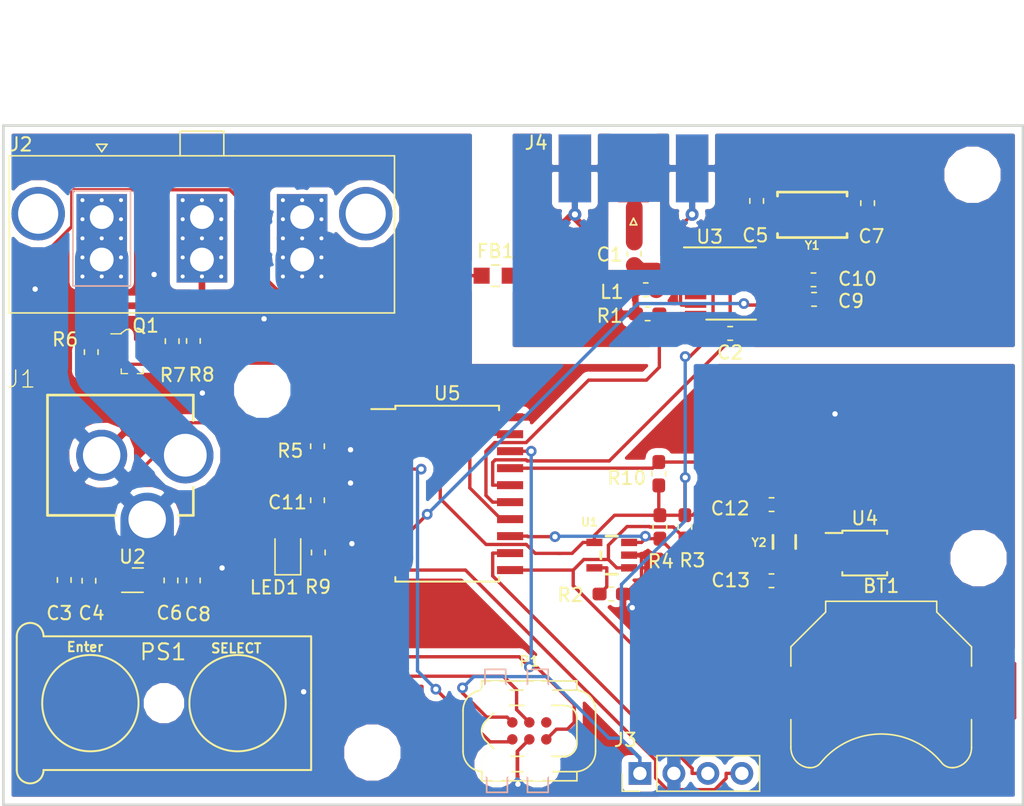
<source format=kicad_pcb>
(kicad_pcb (version 20171130) (host pcbnew "(5.0.0)")

  (general
    (thickness 1.6)
    (drawings 4)
    (tracks 608)
    (zones 0)
    (modules 45)
    (nets 32)
  )

  (page A4)
  (layers
    (0 F.Cu signal)
    (31 B.Cu signal)
    (32 B.Adhes user)
    (33 F.Adhes user)
    (34 B.Paste user hide)
    (35 F.Paste user)
    (36 B.SilkS user)
    (37 F.SilkS user)
    (38 B.Mask user)
    (39 F.Mask user)
    (40 Dwgs.User user)
    (41 Cmts.User user)
    (42 Eco1.User user)
    (43 Eco2.User user)
    (44 Edge.Cuts user)
    (45 Margin user)
    (46 B.CrtYd user hide)
    (47 F.CrtYd user hide)
    (48 B.Fab user hide)
    (49 F.Fab user hide)
  )

  (setup
    (last_trace_width 0.25)
    (trace_clearance 0.2)
    (zone_clearance 0.508)
    (zone_45_only no)
    (trace_min 0.2)
    (segment_width 0.2)
    (edge_width 0.2)
    (via_size 0.8)
    (via_drill 0.4)
    (via_min_size 0.4)
    (via_min_drill 0.3)
    (uvia_size 0.3)
    (uvia_drill 0.1)
    (uvias_allowed no)
    (uvia_min_size 0.2)
    (uvia_min_drill 0.1)
    (pcb_text_width 0.3)
    (pcb_text_size 1.5 1.5)
    (mod_edge_width 0.15)
    (mod_text_size 1 1)
    (mod_text_width 0.15)
    (pad_size 3.81508 3.81508)
    (pad_drill 2.79908)
    (pad_to_mask_clearance 0.2)
    (aux_axis_origin 0 0)
    (visible_elements 7FFFFFFF)
    (pcbplotparams
      (layerselection 0x010fc_ffffffff)
      (usegerberextensions false)
      (usegerberattributes false)
      (usegerberadvancedattributes false)
      (creategerberjobfile false)
      (excludeedgelayer true)
      (linewidth 0.100000)
      (plotframeref false)
      (viasonmask false)
      (mode 1)
      (useauxorigin false)
      (hpglpennumber 1)
      (hpglpenspeed 20)
      (hpglpendiameter 15.000000)
      (psnegative false)
      (psa4output false)
      (plotreference true)
      (plotvalue true)
      (plotinvisibletext false)
      (padsonsilk false)
      (subtractmaskfromsilk false)
      (outputformat 1)
      (mirror false)
      (drillshape 0)
      (scaleselection 1)
      (outputdirectory "Gerbers/"))
  )

  (net 0 "")
  (net 1 "Net-(C1-Pad2)")
  (net 2 "Net-(C1-Pad1)")
  (net 3 GND)
  (net 4 3.3V)
  (net 5 5V)
  (net 6 /~MCLR~)
  (net 7 "Net-(J2-Pad2)")
  (net 8 /Select)
  (net 9 /Enter)
  (net 10 "Net-(Q1-Pad3)")
  (net 11 /LED_CNTL)
  (net 12 /SHDN)
  (net 13 /EE_WP)
  (net 14 /SCL)
  (net 15 /SDA)
  (net 16 "Net-(R9-Pad2)")
  (net 17 /RTC_MFP)
  (net 18 "Net-(C5-Pad2)")
  (net 19 "Net-(C6-Pad2)")
  (net 20 "Net-(C7-Pad1)")
  (net 21 "Net-(C9-Pad2)")
  (net 22 "Net-(C10-Pad2)")
  (net 23 "Net-(C12-Pad2)")
  (net 24 "Net-(C13-Pad1)")
  (net 25 /DO)
  (net 26 /RSSI)
  (net 27 "Net-(LED1-Pad1)")
  (net 28 /TX)
  (net 29 /RX)
  (net 30 "Net-(BT1-Pad1)")
  (net 31 GND-ISO)

  (net_class Default "This is the default net class."
    (clearance 0.2)
    (trace_width 0.25)
    (via_dia 0.8)
    (via_drill 0.4)
    (uvia_dia 0.3)
    (uvia_drill 0.1)
    (add_net /DO)
    (add_net /EE_WP)
    (add_net /Enter)
    (add_net /LED_CNTL)
    (add_net /RSSI)
    (add_net /RTC_MFP)
    (add_net /RX)
    (add_net /SCL)
    (add_net /SDA)
    (add_net /SHDN)
    (add_net /Select)
    (add_net /TX)
    (add_net /~MCLR~)
    (add_net 3.3V)
    (add_net 5V)
    (add_net GND)
    (add_net GND-ISO)
    (add_net "Net-(BT1-Pad1)")
    (add_net "Net-(C1-Pad1)")
    (add_net "Net-(C1-Pad2)")
    (add_net "Net-(C10-Pad2)")
    (add_net "Net-(C12-Pad2)")
    (add_net "Net-(C13-Pad1)")
    (add_net "Net-(C5-Pad2)")
    (add_net "Net-(C6-Pad2)")
    (add_net "Net-(C7-Pad1)")
    (add_net "Net-(C9-Pad2)")
    (add_net "Net-(J2-Pad2)")
    (add_net "Net-(LED1-Pad1)")
    (add_net "Net-(Q1-Pad3)")
    (add_net "Net-(R9-Pad2)")
  )

  (module Capacitor_SMD:C_0603_1608Metric_Pad1.05x0.95mm_HandSolder (layer F.Cu) (tedit 5B301BBE) (tstamp 5BB550DE)
    (at 152.344 81.4172 270)
    (descr "Capacitor SMD 0603 (1608 Metric), square (rectangular) end terminal, IPC_7351 nominal with elongated pad for handsoldering. (Body size source: http://www.tortai-tech.com/upload/download/2011102023233369053.pdf), generated with kicad-footprint-generator")
    (tags "capacitor handsolder")
    (path /5BB96FC1)
    (attr smd)
    (fp_text reference C1 (at 0.06096 1.83896) (layer F.SilkS)
      (effects (font (size 1 1) (thickness 0.15)))
    )
    (fp_text value 1.2pF (at 0 1.43 270) (layer F.Fab)
      (effects (font (size 1 1) (thickness 0.15)))
    )
    (fp_text user %R (at 0 0 270) (layer F.Fab)
      (effects (font (size 0.4 0.4) (thickness 0.06)))
    )
    (fp_line (start 1.65 0.73) (end -1.65 0.73) (layer F.CrtYd) (width 0.05))
    (fp_line (start 1.65 -0.73) (end 1.65 0.73) (layer F.CrtYd) (width 0.05))
    (fp_line (start -1.65 -0.73) (end 1.65 -0.73) (layer F.CrtYd) (width 0.05))
    (fp_line (start -1.65 0.73) (end -1.65 -0.73) (layer F.CrtYd) (width 0.05))
    (fp_line (start -0.171267 0.51) (end 0.171267 0.51) (layer F.SilkS) (width 0.12))
    (fp_line (start -0.171267 -0.51) (end 0.171267 -0.51) (layer F.SilkS) (width 0.12))
    (fp_line (start 0.8 0.4) (end -0.8 0.4) (layer F.Fab) (width 0.1))
    (fp_line (start 0.8 -0.4) (end 0.8 0.4) (layer F.Fab) (width 0.1))
    (fp_line (start -0.8 -0.4) (end 0.8 -0.4) (layer F.Fab) (width 0.1))
    (fp_line (start -0.8 0.4) (end -0.8 -0.4) (layer F.Fab) (width 0.1))
    (pad 2 smd roundrect (at 0.875 0 270) (size 1.05 0.95) (layers F.Cu F.Paste F.Mask) (roundrect_rratio 0.25)
      (net 1 "Net-(C1-Pad2)"))
    (pad 1 smd roundrect (at -0.875 0 270) (size 1.05 0.95) (layers F.Cu F.Paste F.Mask) (roundrect_rratio 0.25)
      (net 2 "Net-(C1-Pad1)"))
    (model ${KISYS3DMOD}/Capacitor_SMD.3dshapes/C_0603_1608Metric.wrl
      (at (xyz 0 0 0))
      (scale (xyz 1 1 1))
      (rotate (xyz 0 0 0))
    )
  )

  (module Capacitor_SMD:C_0603_1608Metric_Pad1.05x0.95mm_HandSolder (layer F.Cu) (tedit 5B301BBE) (tstamp 5BB550EF)
    (at 159.512 87.376 180)
    (descr "Capacitor SMD 0603 (1608 Metric), square (rectangular) end terminal, IPC_7351 nominal with elongated pad for handsoldering. (Body size source: http://www.tortai-tech.com/upload/download/2011102023233369053.pdf), generated with kicad-footprint-generator")
    (tags "capacitor handsolder")
    (path /5BB9735B)
    (attr smd)
    (fp_text reference C2 (at 0 -1.43 180) (layer F.SilkS)
      (effects (font (size 1 1) (thickness 0.15)))
    )
    (fp_text value .1uF (at 0 1.43 180) (layer F.Fab)
      (effects (font (size 1 1) (thickness 0.15)))
    )
    (fp_text user %R (at 0 0 180) (layer F.Fab)
      (effects (font (size 0.4 0.4) (thickness 0.06)))
    )
    (fp_line (start 1.65 0.73) (end -1.65 0.73) (layer F.CrtYd) (width 0.05))
    (fp_line (start 1.65 -0.73) (end 1.65 0.73) (layer F.CrtYd) (width 0.05))
    (fp_line (start -1.65 -0.73) (end 1.65 -0.73) (layer F.CrtYd) (width 0.05))
    (fp_line (start -1.65 0.73) (end -1.65 -0.73) (layer F.CrtYd) (width 0.05))
    (fp_line (start -0.171267 0.51) (end 0.171267 0.51) (layer F.SilkS) (width 0.12))
    (fp_line (start -0.171267 -0.51) (end 0.171267 -0.51) (layer F.SilkS) (width 0.12))
    (fp_line (start 0.8 0.4) (end -0.8 0.4) (layer F.Fab) (width 0.1))
    (fp_line (start 0.8 -0.4) (end 0.8 0.4) (layer F.Fab) (width 0.1))
    (fp_line (start -0.8 -0.4) (end 0.8 -0.4) (layer F.Fab) (width 0.1))
    (fp_line (start -0.8 0.4) (end -0.8 -0.4) (layer F.Fab) (width 0.1))
    (pad 2 smd roundrect (at 0.875 0 180) (size 1.05 0.95) (layers F.Cu F.Paste F.Mask) (roundrect_rratio 0.25)
      (net 4 3.3V))
    (pad 1 smd roundrect (at -0.875 0 180) (size 1.05 0.95) (layers F.Cu F.Paste F.Mask) (roundrect_rratio 0.25)
      (net 31 GND-ISO))
    (model ${KISYS3DMOD}/Capacitor_SMD.3dshapes/C_0603_1608Metric.wrl
      (at (xyz 0 0 0))
      (scale (xyz 1 1 1))
      (rotate (xyz 0 0 0))
    )
  )

  (module Capacitor_SMD:C_0603_1608Metric_Pad1.05x0.95mm_HandSolder (layer F.Cu) (tedit 5B301BBE) (tstamp 5BB55100)
    (at 109.743 105.816 270)
    (descr "Capacitor SMD 0603 (1608 Metric), square (rectangular) end terminal, IPC_7351 nominal with elongated pad for handsoldering. (Body size source: http://www.tortai-tech.com/upload/download/2011102023233369053.pdf), generated with kicad-footprint-generator")
    (tags "capacitor handsolder")
    (path /5BB970CA)
    (attr smd)
    (fp_text reference C3 (at 2.47904 0.36576) (layer F.SilkS)
      (effects (font (size 1 1) (thickness 0.15)))
    )
    (fp_text value 10uF (at 0 1.43 270) (layer F.Fab)
      (effects (font (size 1 1) (thickness 0.15)))
    )
    (fp_line (start -0.8 0.4) (end -0.8 -0.4) (layer F.Fab) (width 0.1))
    (fp_line (start -0.8 -0.4) (end 0.8 -0.4) (layer F.Fab) (width 0.1))
    (fp_line (start 0.8 -0.4) (end 0.8 0.4) (layer F.Fab) (width 0.1))
    (fp_line (start 0.8 0.4) (end -0.8 0.4) (layer F.Fab) (width 0.1))
    (fp_line (start -0.171267 -0.51) (end 0.171267 -0.51) (layer F.SilkS) (width 0.12))
    (fp_line (start -0.171267 0.51) (end 0.171267 0.51) (layer F.SilkS) (width 0.12))
    (fp_line (start -1.65 0.73) (end -1.65 -0.73) (layer F.CrtYd) (width 0.05))
    (fp_line (start -1.65 -0.73) (end 1.65 -0.73) (layer F.CrtYd) (width 0.05))
    (fp_line (start 1.65 -0.73) (end 1.65 0.73) (layer F.CrtYd) (width 0.05))
    (fp_line (start 1.65 0.73) (end -1.65 0.73) (layer F.CrtYd) (width 0.05))
    (fp_text user %R (at 0 0 270) (layer F.Fab)
      (effects (font (size 0.4 0.4) (thickness 0.06)))
    )
    (pad 1 smd roundrect (at -0.875 0 270) (size 1.05 0.95) (layers F.Cu F.Paste F.Mask) (roundrect_rratio 0.25)
      (net 3 GND))
    (pad 2 smd roundrect (at 0.875 0 270) (size 1.05 0.95) (layers F.Cu F.Paste F.Mask) (roundrect_rratio 0.25)
      (net 5 5V))
    (model ${KISYS3DMOD}/Capacitor_SMD.3dshapes/C_0603_1608Metric.wrl
      (at (xyz 0 0 0))
      (scale (xyz 1 1 1))
      (rotate (xyz 0 0 0))
    )
  )

  (module Capacitor_SMD:C_0603_1608Metric_Pad1.05x0.95mm_HandSolder (layer F.Cu) (tedit 5B301BBE) (tstamp 5BB55111)
    (at 111.587 105.872 270)
    (descr "Capacitor SMD 0603 (1608 Metric), square (rectangular) end terminal, IPC_7351 nominal with elongated pad for handsoldering. (Body size source: http://www.tortai-tech.com/upload/download/2011102023233369053.pdf), generated with kicad-footprint-generator")
    (tags "capacitor handsolder")
    (path /5BDCFAAF)
    (attr smd)
    (fp_text reference C4 (at 2.42316 -0.19304) (layer F.SilkS)
      (effects (font (size 1 1) (thickness 0.15)))
    )
    (fp_text value 1uF (at 0 1.43 270) (layer F.Fab)
      (effects (font (size 1 1) (thickness 0.15)))
    )
    (fp_line (start -0.8 0.4) (end -0.8 -0.4) (layer F.Fab) (width 0.1))
    (fp_line (start -0.8 -0.4) (end 0.8 -0.4) (layer F.Fab) (width 0.1))
    (fp_line (start 0.8 -0.4) (end 0.8 0.4) (layer F.Fab) (width 0.1))
    (fp_line (start 0.8 0.4) (end -0.8 0.4) (layer F.Fab) (width 0.1))
    (fp_line (start -0.171267 -0.51) (end 0.171267 -0.51) (layer F.SilkS) (width 0.12))
    (fp_line (start -0.171267 0.51) (end 0.171267 0.51) (layer F.SilkS) (width 0.12))
    (fp_line (start -1.65 0.73) (end -1.65 -0.73) (layer F.CrtYd) (width 0.05))
    (fp_line (start -1.65 -0.73) (end 1.65 -0.73) (layer F.CrtYd) (width 0.05))
    (fp_line (start 1.65 -0.73) (end 1.65 0.73) (layer F.CrtYd) (width 0.05))
    (fp_line (start 1.65 0.73) (end -1.65 0.73) (layer F.CrtYd) (width 0.05))
    (fp_text user %R (at 0 0 270) (layer F.Fab)
      (effects (font (size 0.4 0.4) (thickness 0.06)))
    )
    (pad 1 smd roundrect (at -0.875 0 270) (size 1.05 0.95) (layers F.Cu F.Paste F.Mask) (roundrect_rratio 0.25)
      (net 3 GND))
    (pad 2 smd roundrect (at 0.875 0 270) (size 1.05 0.95) (layers F.Cu F.Paste F.Mask) (roundrect_rratio 0.25)
      (net 5 5V))
    (model ${KISYS3DMOD}/Capacitor_SMD.3dshapes/C_0603_1608Metric.wrl
      (at (xyz 0 0 0))
      (scale (xyz 1 1 1))
      (rotate (xyz 0 0 0))
    )
  )

  (module Capacitor_SMD:C_0603_1608Metric_Pad1.05x0.95mm_HandSolder (layer F.Cu) (tedit 5B301BBE) (tstamp 5BB55122)
    (at 161.493 77.47 270)
    (descr "Capacitor SMD 0603 (1608 Metric), square (rectangular) end terminal, IPC_7351 nominal with elongated pad for handsoldering. (Body size source: http://www.tortai-tech.com/upload/download/2011102023233369053.pdf), generated with kicad-footprint-generator")
    (tags "capacitor handsolder")
    (path /5BB96FA6)
    (attr smd)
    (fp_text reference C5 (at 2.57556 0.1016) (layer F.SilkS)
      (effects (font (size 1 1) (thickness 0.15)))
    )
    (fp_text value 10pF (at 0 1.43 270) (layer F.Fab)
      (effects (font (size 1 1) (thickness 0.15)))
    )
    (fp_text user %R (at 0 0 270) (layer F.Fab)
      (effects (font (size 0.4 0.4) (thickness 0.06)))
    )
    (fp_line (start 1.65 0.73) (end -1.65 0.73) (layer F.CrtYd) (width 0.05))
    (fp_line (start 1.65 -0.73) (end 1.65 0.73) (layer F.CrtYd) (width 0.05))
    (fp_line (start -1.65 -0.73) (end 1.65 -0.73) (layer F.CrtYd) (width 0.05))
    (fp_line (start -1.65 0.73) (end -1.65 -0.73) (layer F.CrtYd) (width 0.05))
    (fp_line (start -0.171267 0.51) (end 0.171267 0.51) (layer F.SilkS) (width 0.12))
    (fp_line (start -0.171267 -0.51) (end 0.171267 -0.51) (layer F.SilkS) (width 0.12))
    (fp_line (start 0.8 0.4) (end -0.8 0.4) (layer F.Fab) (width 0.1))
    (fp_line (start 0.8 -0.4) (end 0.8 0.4) (layer F.Fab) (width 0.1))
    (fp_line (start -0.8 -0.4) (end 0.8 -0.4) (layer F.Fab) (width 0.1))
    (fp_line (start -0.8 0.4) (end -0.8 -0.4) (layer F.Fab) (width 0.1))
    (pad 2 smd roundrect (at 0.875 0 270) (size 1.05 0.95) (layers F.Cu F.Paste F.Mask) (roundrect_rratio 0.25)
      (net 18 "Net-(C5-Pad2)"))
    (pad 1 smd roundrect (at -0.875 0 270) (size 1.05 0.95) (layers F.Cu F.Paste F.Mask) (roundrect_rratio 0.25)
      (net 31 GND-ISO))
    (model ${KISYS3DMOD}/Capacitor_SMD.3dshapes/C_0603_1608Metric.wrl
      (at (xyz 0 0 0))
      (scale (xyz 1 1 1))
      (rotate (xyz 0 0 0))
    )
  )

  (module Capacitor_SMD:C_0603_1608Metric_Pad1.05x0.95mm_HandSolder (layer F.Cu) (tedit 5B301BBE) (tstamp 5BB55133)
    (at 117.719 105.848 270)
    (descr "Capacitor SMD 0603 (1608 Metric), square (rectangular) end terminal, IPC_7351 nominal with elongated pad for handsoldering. (Body size source: http://www.tortai-tech.com/upload/download/2011102023233369053.pdf), generated with kicad-footprint-generator")
    (tags "capacitor handsolder")
    (path /5BDC2969)
    (attr smd)
    (fp_text reference C6 (at 2.427 0.11176) (layer F.SilkS)
      (effects (font (size 1 1) (thickness 0.15)))
    )
    (fp_text value .1uF (at 0 1.43 270) (layer F.Fab)
      (effects (font (size 1 1) (thickness 0.15)))
    )
    (fp_text user %R (at 0 0 270) (layer F.Fab)
      (effects (font (size 0.4 0.4) (thickness 0.06)))
    )
    (fp_line (start 1.65 0.73) (end -1.65 0.73) (layer F.CrtYd) (width 0.05))
    (fp_line (start 1.65 -0.73) (end 1.65 0.73) (layer F.CrtYd) (width 0.05))
    (fp_line (start -1.65 -0.73) (end 1.65 -0.73) (layer F.CrtYd) (width 0.05))
    (fp_line (start -1.65 0.73) (end -1.65 -0.73) (layer F.CrtYd) (width 0.05))
    (fp_line (start -0.171267 0.51) (end 0.171267 0.51) (layer F.SilkS) (width 0.12))
    (fp_line (start -0.171267 -0.51) (end 0.171267 -0.51) (layer F.SilkS) (width 0.12))
    (fp_line (start 0.8 0.4) (end -0.8 0.4) (layer F.Fab) (width 0.1))
    (fp_line (start 0.8 -0.4) (end 0.8 0.4) (layer F.Fab) (width 0.1))
    (fp_line (start -0.8 -0.4) (end 0.8 -0.4) (layer F.Fab) (width 0.1))
    (fp_line (start -0.8 0.4) (end -0.8 -0.4) (layer F.Fab) (width 0.1))
    (pad 2 smd roundrect (at 0.875 0 270) (size 1.05 0.95) (layers F.Cu F.Paste F.Mask) (roundrect_rratio 0.25)
      (net 19 "Net-(C6-Pad2)"))
    (pad 1 smd roundrect (at -0.875 0 270) (size 1.05 0.95) (layers F.Cu F.Paste F.Mask) (roundrect_rratio 0.25)
      (net 3 GND))
    (model ${KISYS3DMOD}/Capacitor_SMD.3dshapes/C_0603_1608Metric.wrl
      (at (xyz 0 0 0))
      (scale (xyz 1 1 1))
      (rotate (xyz 0 0 0))
    )
  )

  (module Capacitor_SMD:C_0603_1608Metric_Pad1.05x0.95mm_HandSolder (layer F.Cu) (tedit 5B301BBE) (tstamp 5BB55144)
    (at 169.784 77.6326 90)
    (descr "Capacitor SMD 0603 (1608 Metric), square (rectangular) end terminal, IPC_7351 nominal with elongated pad for handsoldering. (Body size source: http://www.tortai-tech.com/upload/download/2011102023233369053.pdf), generated with kicad-footprint-generator")
    (tags "capacitor handsolder")
    (path /5BB97385)
    (attr smd)
    (fp_text reference C7 (at -2.47904 0.28448 180) (layer F.SilkS)
      (effects (font (size 1 1) (thickness 0.15)))
    )
    (fp_text value 10pF (at 0 1.43 90) (layer F.Fab)
      (effects (font (size 1 1) (thickness 0.15)))
    )
    (fp_line (start -0.8 0.4) (end -0.8 -0.4) (layer F.Fab) (width 0.1))
    (fp_line (start -0.8 -0.4) (end 0.8 -0.4) (layer F.Fab) (width 0.1))
    (fp_line (start 0.8 -0.4) (end 0.8 0.4) (layer F.Fab) (width 0.1))
    (fp_line (start 0.8 0.4) (end -0.8 0.4) (layer F.Fab) (width 0.1))
    (fp_line (start -0.171267 -0.51) (end 0.171267 -0.51) (layer F.SilkS) (width 0.12))
    (fp_line (start -0.171267 0.51) (end 0.171267 0.51) (layer F.SilkS) (width 0.12))
    (fp_line (start -1.65 0.73) (end -1.65 -0.73) (layer F.CrtYd) (width 0.05))
    (fp_line (start -1.65 -0.73) (end 1.65 -0.73) (layer F.CrtYd) (width 0.05))
    (fp_line (start 1.65 -0.73) (end 1.65 0.73) (layer F.CrtYd) (width 0.05))
    (fp_line (start 1.65 0.73) (end -1.65 0.73) (layer F.CrtYd) (width 0.05))
    (fp_text user %R (at 0 0 90) (layer F.Fab)
      (effects (font (size 0.4 0.4) (thickness 0.06)))
    )
    (pad 1 smd roundrect (at -0.875 0 90) (size 1.05 0.95) (layers F.Cu F.Paste F.Mask) (roundrect_rratio 0.25)
      (net 20 "Net-(C7-Pad1)"))
    (pad 2 smd roundrect (at 0.875 0 90) (size 1.05 0.95) (layers F.Cu F.Paste F.Mask) (roundrect_rratio 0.25)
      (net 31 GND-ISO))
    (model ${KISYS3DMOD}/Capacitor_SMD.3dshapes/C_0603_1608Metric.wrl
      (at (xyz 0 0 0))
      (scale (xyz 1 1 1))
      (rotate (xyz 0 0 0))
    )
  )

  (module Capacitor_SMD:C_0603_1608Metric_Pad1.05x0.95mm_HandSolder (layer F.Cu) (tedit 5B301BBE) (tstamp 5BB55155)
    (at 119.39 105.848 270)
    (descr "Capacitor SMD 0603 (1608 Metric), square (rectangular) end terminal, IPC_7351 nominal with elongated pad for handsoldering. (Body size source: http://www.tortai-tech.com/upload/download/2011102023233369053.pdf), generated with kicad-footprint-generator")
    (tags "capacitor handsolder")
    (path /5BD97224)
    (attr smd)
    (fp_text reference C8 (at 2.5286 -0.34036) (layer F.SilkS)
      (effects (font (size 1 1) (thickness 0.15)))
    )
    (fp_text value 1uF (at 0 1.43 270) (layer F.Fab)
      (effects (font (size 1 1) (thickness 0.15)))
    )
    (fp_line (start -0.8 0.4) (end -0.8 -0.4) (layer F.Fab) (width 0.1))
    (fp_line (start -0.8 -0.4) (end 0.8 -0.4) (layer F.Fab) (width 0.1))
    (fp_line (start 0.8 -0.4) (end 0.8 0.4) (layer F.Fab) (width 0.1))
    (fp_line (start 0.8 0.4) (end -0.8 0.4) (layer F.Fab) (width 0.1))
    (fp_line (start -0.171267 -0.51) (end 0.171267 -0.51) (layer F.SilkS) (width 0.12))
    (fp_line (start -0.171267 0.51) (end 0.171267 0.51) (layer F.SilkS) (width 0.12))
    (fp_line (start -1.65 0.73) (end -1.65 -0.73) (layer F.CrtYd) (width 0.05))
    (fp_line (start -1.65 -0.73) (end 1.65 -0.73) (layer F.CrtYd) (width 0.05))
    (fp_line (start 1.65 -0.73) (end 1.65 0.73) (layer F.CrtYd) (width 0.05))
    (fp_line (start 1.65 0.73) (end -1.65 0.73) (layer F.CrtYd) (width 0.05))
    (fp_text user %R (at 0 0 270) (layer F.Fab)
      (effects (font (size 0.4 0.4) (thickness 0.06)))
    )
    (pad 1 smd roundrect (at -0.875 0 270) (size 1.05 0.95) (layers F.Cu F.Paste F.Mask) (roundrect_rratio 0.25)
      (net 3 GND))
    (pad 2 smd roundrect (at 0.875 0 270) (size 1.05 0.95) (layers F.Cu F.Paste F.Mask) (roundrect_rratio 0.25)
      (net 4 3.3V))
    (model ${KISYS3DMOD}/Capacitor_SMD.3dshapes/C_0603_1608Metric.wrl
      (at (xyz 0 0 0))
      (scale (xyz 1 1 1))
      (rotate (xyz 0 0 0))
    )
  )

  (module Capacitor_SMD:C_0603_1608Metric_Pad1.05x0.95mm_HandSolder (layer F.Cu) (tedit 5B301BBE) (tstamp 5BB55166)
    (at 165.781 84.8309 180)
    (descr "Capacitor SMD 0603 (1608 Metric), square (rectangular) end terminal, IPC_7351 nominal with elongated pad for handsoldering. (Body size source: http://www.tortai-tech.com/upload/download/2011102023233369053.pdf), generated with kicad-footprint-generator")
    (tags "capacitor handsolder")
    (path /5BB97369)
    (attr smd)
    (fp_text reference C9 (at -2.75844 -0.12192 180) (layer F.SilkS)
      (effects (font (size 1 1) (thickness 0.15)))
    )
    (fp_text value .1uF (at 0 1.43 180) (layer F.Fab)
      (effects (font (size 1 1) (thickness 0.15)))
    )
    (fp_line (start -0.8 0.4) (end -0.8 -0.4) (layer F.Fab) (width 0.1))
    (fp_line (start -0.8 -0.4) (end 0.8 -0.4) (layer F.Fab) (width 0.1))
    (fp_line (start 0.8 -0.4) (end 0.8 0.4) (layer F.Fab) (width 0.1))
    (fp_line (start 0.8 0.4) (end -0.8 0.4) (layer F.Fab) (width 0.1))
    (fp_line (start -0.171267 -0.51) (end 0.171267 -0.51) (layer F.SilkS) (width 0.12))
    (fp_line (start -0.171267 0.51) (end 0.171267 0.51) (layer F.SilkS) (width 0.12))
    (fp_line (start -1.65 0.73) (end -1.65 -0.73) (layer F.CrtYd) (width 0.05))
    (fp_line (start -1.65 -0.73) (end 1.65 -0.73) (layer F.CrtYd) (width 0.05))
    (fp_line (start 1.65 -0.73) (end 1.65 0.73) (layer F.CrtYd) (width 0.05))
    (fp_line (start 1.65 0.73) (end -1.65 0.73) (layer F.CrtYd) (width 0.05))
    (fp_text user %R (at 0 0 180) (layer F.Fab)
      (effects (font (size 0.4 0.4) (thickness 0.06)))
    )
    (pad 1 smd roundrect (at -0.875 0 180) (size 1.05 0.95) (layers F.Cu F.Paste F.Mask) (roundrect_rratio 0.25)
      (net 31 GND-ISO))
    (pad 2 smd roundrect (at 0.875 0 180) (size 1.05 0.95) (layers F.Cu F.Paste F.Mask) (roundrect_rratio 0.25)
      (net 21 "Net-(C9-Pad2)"))
    (model ${KISYS3DMOD}/Capacitor_SMD.3dshapes/C_0603_1608Metric.wrl
      (at (xyz 0 0 0))
      (scale (xyz 1 1 1))
      (rotate (xyz 0 0 0))
    )
  )

  (module Capacitor_SMD:C_0603_1608Metric_Pad1.05x0.95mm_HandSolder (layer F.Cu) (tedit 5B301BBE) (tstamp 5BB55177)
    (at 165.74 83.3679 180)
    (descr "Capacitor SMD 0603 (1608 Metric), square (rectangular) end terminal, IPC_7351 nominal with elongated pad for handsoldering. (Body size source: http://www.tortai-tech.com/upload/download/2011102023233369053.pdf), generated with kicad-footprint-generator")
    (tags "capacitor handsolder")
    (path /5BB96FCF)
    (attr smd)
    (fp_text reference C10 (at -3.28676 0.07112 180) (layer F.SilkS)
      (effects (font (size 1 1) (thickness 0.15)))
    )
    (fp_text value 4.7uf (at 0 1.43 180) (layer F.Fab)
      (effects (font (size 1 1) (thickness 0.15)))
    )
    (fp_line (start -0.8 0.4) (end -0.8 -0.4) (layer F.Fab) (width 0.1))
    (fp_line (start -0.8 -0.4) (end 0.8 -0.4) (layer F.Fab) (width 0.1))
    (fp_line (start 0.8 -0.4) (end 0.8 0.4) (layer F.Fab) (width 0.1))
    (fp_line (start 0.8 0.4) (end -0.8 0.4) (layer F.Fab) (width 0.1))
    (fp_line (start -0.171267 -0.51) (end 0.171267 -0.51) (layer F.SilkS) (width 0.12))
    (fp_line (start -0.171267 0.51) (end 0.171267 0.51) (layer F.SilkS) (width 0.12))
    (fp_line (start -1.65 0.73) (end -1.65 -0.73) (layer F.CrtYd) (width 0.05))
    (fp_line (start -1.65 -0.73) (end 1.65 -0.73) (layer F.CrtYd) (width 0.05))
    (fp_line (start 1.65 -0.73) (end 1.65 0.73) (layer F.CrtYd) (width 0.05))
    (fp_line (start 1.65 0.73) (end -1.65 0.73) (layer F.CrtYd) (width 0.05))
    (fp_text user %R (at 0 0 180) (layer F.Fab)
      (effects (font (size 0.4 0.4) (thickness 0.06)))
    )
    (pad 1 smd roundrect (at -0.875 0 180) (size 1.05 0.95) (layers F.Cu F.Paste F.Mask) (roundrect_rratio 0.25)
      (net 31 GND-ISO))
    (pad 2 smd roundrect (at 0.875 0 180) (size 1.05 0.95) (layers F.Cu F.Paste F.Mask) (roundrect_rratio 0.25)
      (net 22 "Net-(C10-Pad2)"))
    (model ${KISYS3DMOD}/Capacitor_SMD.3dshapes/C_0603_1608Metric.wrl
      (at (xyz 0 0 0))
      (scale (xyz 1 1 1))
      (rotate (xyz 0 0 0))
    )
  )

  (module Capacitor_SMD:C_0603_1608Metric_Pad1.05x0.95mm_HandSolder (layer F.Cu) (tedit 5B301BBE) (tstamp 5BF2E0B1)
    (at 128.671 99.8537 90)
    (descr "Capacitor SMD 0603 (1608 Metric), square (rectangular) end terminal, IPC_7351 nominal with elongated pad for handsoldering. (Body size source: http://www.tortai-tech.com/upload/download/2011102023233369053.pdf), generated with kicad-footprint-generator")
    (tags "capacitor handsolder")
    (path /5BB97025)
    (attr smd)
    (fp_text reference C11 (at -0.15624 -2.24536 180) (layer F.SilkS)
      (effects (font (size 1 1) (thickness 0.15)))
    )
    (fp_text value 1uF (at 0 1.43 90) (layer F.Fab)
      (effects (font (size 1 1) (thickness 0.15)))
    )
    (fp_text user %R (at -0.130641 0.132399 90) (layer F.Fab)
      (effects (font (size 0.4 0.4) (thickness 0.06)))
    )
    (fp_line (start 1.65 0.73) (end -1.65 0.73) (layer F.CrtYd) (width 0.05))
    (fp_line (start 1.65 -0.73) (end 1.65 0.73) (layer F.CrtYd) (width 0.05))
    (fp_line (start -1.65 -0.73) (end 1.65 -0.73) (layer F.CrtYd) (width 0.05))
    (fp_line (start -1.65 0.73) (end -1.65 -0.73) (layer F.CrtYd) (width 0.05))
    (fp_line (start -0.171267 0.51) (end 0.171267 0.51) (layer F.SilkS) (width 0.12))
    (fp_line (start -0.171267 -0.51) (end 0.171267 -0.51) (layer F.SilkS) (width 0.12))
    (fp_line (start 0.8 0.4) (end -0.8 0.4) (layer F.Fab) (width 0.1))
    (fp_line (start 0.8 -0.4) (end 0.8 0.4) (layer F.Fab) (width 0.1))
    (fp_line (start -0.8 -0.4) (end 0.8 -0.4) (layer F.Fab) (width 0.1))
    (fp_line (start -0.8 0.4) (end -0.8 -0.4) (layer F.Fab) (width 0.1))
    (pad 2 smd roundrect (at 0.875 0 90) (size 1.05 0.95) (layers F.Cu F.Paste F.Mask) (roundrect_rratio 0.25)
      (net 6 /~MCLR~))
    (pad 1 smd roundrect (at -0.875 0 90) (size 1.05 0.95) (layers F.Cu F.Paste F.Mask) (roundrect_rratio 0.25)
      (net 3 GND))
    (model ${KISYS3DMOD}/Capacitor_SMD.3dshapes/C_0603_1608Metric.wrl
      (at (xyz 0 0 0))
      (scale (xyz 1 1 1))
      (rotate (xyz 0 0 0))
    )
  )

  (module Capacitor_SMD:C_0603_1608Metric_Pad1.05x0.95mm_HandSolder (layer F.Cu) (tedit 5B301BBE) (tstamp 5BB55199)
    (at 162.607 100.178)
    (descr "Capacitor SMD 0603 (1608 Metric), square (rectangular) end terminal, IPC_7351 nominal with elongated pad for handsoldering. (Body size source: http://www.tortai-tech.com/upload/download/2011102023233369053.pdf), generated with kicad-footprint-generator")
    (tags "capacitor handsolder")
    (path /5BD41248)
    (attr smd)
    (fp_text reference C12 (at -3.09496 0.28448) (layer F.SilkS)
      (effects (font (size 1 1) (thickness 0.15)))
    )
    (fp_text value 10pF (at 0 1.43) (layer F.Fab)
      (effects (font (size 1 1) (thickness 0.15)))
    )
    (fp_line (start -0.8 0.4) (end -0.8 -0.4) (layer F.Fab) (width 0.1))
    (fp_line (start -0.8 -0.4) (end 0.8 -0.4) (layer F.Fab) (width 0.1))
    (fp_line (start 0.8 -0.4) (end 0.8 0.4) (layer F.Fab) (width 0.1))
    (fp_line (start 0.8 0.4) (end -0.8 0.4) (layer F.Fab) (width 0.1))
    (fp_line (start -0.171267 -0.51) (end 0.171267 -0.51) (layer F.SilkS) (width 0.12))
    (fp_line (start -0.171267 0.51) (end 0.171267 0.51) (layer F.SilkS) (width 0.12))
    (fp_line (start -1.65 0.73) (end -1.65 -0.73) (layer F.CrtYd) (width 0.05))
    (fp_line (start -1.65 -0.73) (end 1.65 -0.73) (layer F.CrtYd) (width 0.05))
    (fp_line (start 1.65 -0.73) (end 1.65 0.73) (layer F.CrtYd) (width 0.05))
    (fp_line (start 1.65 0.73) (end -1.65 0.73) (layer F.CrtYd) (width 0.05))
    (fp_text user %R (at 0 0) (layer F.Fab)
      (effects (font (size 0.4 0.4) (thickness 0.06)))
    )
    (pad 1 smd roundrect (at -0.875 0) (size 1.05 0.95) (layers F.Cu F.Paste F.Mask) (roundrect_rratio 0.25)
      (net 3 GND))
    (pad 2 smd roundrect (at 0.875 0) (size 1.05 0.95) (layers F.Cu F.Paste F.Mask) (roundrect_rratio 0.25)
      (net 23 "Net-(C12-Pad2)"))
    (model ${KISYS3DMOD}/Capacitor_SMD.3dshapes/C_0603_1608Metric.wrl
      (at (xyz 0 0 0))
      (scale (xyz 1 1 1))
      (rotate (xyz 0 0 0))
    )
  )

  (module Capacitor_SMD:C_0603_1608Metric_Pad1.05x0.95mm_HandSolder (layer F.Cu) (tedit 5B301BBE) (tstamp 5BB551AA)
    (at 162.601 105.872 180)
    (descr "Capacitor SMD 0603 (1608 Metric), square (rectangular) end terminal, IPC_7351 nominal with elongated pad for handsoldering. (Body size source: http://www.tortai-tech.com/upload/download/2011102023233369053.pdf), generated with kicad-footprint-generator")
    (tags "capacitor handsolder")
    (path /5BD40FEC)
    (attr smd)
    (fp_text reference C13 (at 3.048 0.03556 180) (layer F.SilkS)
      (effects (font (size 1 1) (thickness 0.15)))
    )
    (fp_text value 10pF (at 0 1.43 180) (layer F.Fab)
      (effects (font (size 1 1) (thickness 0.15)))
    )
    (fp_text user %R (at 0 0 180) (layer F.Fab)
      (effects (font (size 0.4 0.4) (thickness 0.06)))
    )
    (fp_line (start 1.65 0.73) (end -1.65 0.73) (layer F.CrtYd) (width 0.05))
    (fp_line (start 1.65 -0.73) (end 1.65 0.73) (layer F.CrtYd) (width 0.05))
    (fp_line (start -1.65 -0.73) (end 1.65 -0.73) (layer F.CrtYd) (width 0.05))
    (fp_line (start -1.65 0.73) (end -1.65 -0.73) (layer F.CrtYd) (width 0.05))
    (fp_line (start -0.171267 0.51) (end 0.171267 0.51) (layer F.SilkS) (width 0.12))
    (fp_line (start -0.171267 -0.51) (end 0.171267 -0.51) (layer F.SilkS) (width 0.12))
    (fp_line (start 0.8 0.4) (end -0.8 0.4) (layer F.Fab) (width 0.1))
    (fp_line (start 0.8 -0.4) (end 0.8 0.4) (layer F.Fab) (width 0.1))
    (fp_line (start -0.8 -0.4) (end 0.8 -0.4) (layer F.Fab) (width 0.1))
    (fp_line (start -0.8 0.4) (end -0.8 -0.4) (layer F.Fab) (width 0.1))
    (pad 2 smd roundrect (at 0.875 0 180) (size 1.05 0.95) (layers F.Cu F.Paste F.Mask) (roundrect_rratio 0.25)
      (net 3 GND))
    (pad 1 smd roundrect (at -0.875 0 180) (size 1.05 0.95) (layers F.Cu F.Paste F.Mask) (roundrect_rratio 0.25)
      (net 24 "Net-(C13-Pad1)"))
    (model ${KISYS3DMOD}/Capacitor_SMD.3dshapes/C_0603_1608Metric.wrl
      (at (xyz 0 0 0))
      (scale (xyz 1 1 1))
      (rotate (xyz 0 0 0))
    )
  )

  (module Connector_Molex:Molex_Sabre_43160-2103_1x03_P7.49mm_Vertical_ThermalVias (layer F.Cu) (tedit 5A18AC76) (tstamp 5BB55214)
    (at 112.545 81.854)
    (descr "Molex Sabre Power Connector, 43160-2103, With thermal vias in pads, 3 Pins per row (http://www.molex.com/pdm_docs/sd/431602102_sd.pdf), generated with kicad-footprint-generator")
    (tags "connector Molex Sabre side entry")
    (path /5BC768E7)
    (fp_text reference J2 (at -6.03804 -8.6106) (layer F.SilkS)
      (effects (font (size 1 1) (thickness 0.15)))
    )
    (fp_text value Conn_01x03 (at 7.49 5.08) (layer F.Fab)
      (effects (font (size 1 1) (thickness 0.15)))
    )
    (fp_line (start -2.15 -5.155) (end -2.15 1.975) (layer B.SilkS) (width 0.12))
    (fp_line (start -2.15 1.975) (end 2.15 1.975) (layer B.SilkS) (width 0.12))
    (fp_line (start 2.15 1.975) (end 2.15 -5.155) (layer B.SilkS) (width 0.12))
    (fp_line (start 2.15 -5.155) (end -2.15 -5.155) (layer B.SilkS) (width 0.12))
    (fp_line (start -6.79 -7.65) (end -6.79 3.88) (layer F.Fab) (width 0.1))
    (fp_line (start -6.79 3.88) (end 21.77 3.88) (layer F.Fab) (width 0.1))
    (fp_line (start 21.77 3.88) (end 21.77 -7.65) (layer F.Fab) (width 0.1))
    (fp_line (start 21.77 -7.65) (end -6.79 -7.65) (layer F.Fab) (width 0.1))
    (fp_line (start 5.965 -7.65) (end 5.965 -9.5) (layer F.Fab) (width 0.1))
    (fp_line (start 5.965 -9.5) (end 9.015 -9.5) (layer F.Fab) (width 0.1))
    (fp_line (start 9.015 -9.5) (end 9.015 -7.65) (layer F.Fab) (width 0.1))
    (fp_line (start -6.9 -7.76) (end -6.9 3.99) (layer F.SilkS) (width 0.12))
    (fp_line (start -6.9 3.99) (end 21.88 3.99) (layer F.SilkS) (width 0.12))
    (fp_line (start 21.88 3.99) (end 21.88 -7.76) (layer F.SilkS) (width 0.12))
    (fp_line (start 21.88 -7.76) (end -6.9 -7.76) (layer F.SilkS) (width 0.12))
    (fp_line (start 5.855 -7.76) (end 5.855 -9.61) (layer F.SilkS) (width 0.12))
    (fp_line (start 5.855 -9.61) (end 9.125 -9.61) (layer F.SilkS) (width 0.12))
    (fp_line (start 9.125 -9.61) (end 9.125 -7.76) (layer F.SilkS) (width 0.12))
    (fp_line (start -1.2 -7.65) (end 0 -5.952944) (layer F.Fab) (width 0.1))
    (fp_line (start 0 -5.952944) (end 1.2 -7.65) (layer F.Fab) (width 0.1))
    (fp_line (start 0 -8.06) (end 0.4 -8.625685) (layer F.SilkS) (width 0.12))
    (fp_line (start 0.4 -8.625685) (end -0.4 -8.625685) (layer F.SilkS) (width 0.12))
    (fp_line (start -0.4 -8.625685) (end 0 -8.06) (layer F.SilkS) (width 0.12))
    (fp_line (start -7.29 -10) (end -7.29 4.38) (layer F.CrtYd) (width 0.05))
    (fp_line (start -7.29 4.38) (end 22.27 4.38) (layer F.CrtYd) (width 0.05))
    (fp_line (start 22.27 4.38) (end 22.27 -10) (layer F.CrtYd) (width 0.05))
    (fp_line (start 22.27 -10) (end -7.29 -10) (layer F.CrtYd) (width 0.05))
    (fp_text user %R (at 7.49 3.18) (layer F.Fab)
      (effects (font (size 1 1) (thickness 0.15)))
    )
    (pad 1 thru_hole rect (at 0 0) (size 3.78 3.43) (drill 1.78) (layers *.Cu *.Mask)
      (net 5 5V))
    (pad 2 thru_hole rect (at 7.49 0) (size 3.78 3.43) (drill 1.78) (layers *.Cu *.Mask)
      (net 7 "Net-(J2-Pad2)"))
    (pad 3 thru_hole rect (at 14.98 0) (size 3.78 3.43) (drill 1.78) (layers *.Cu *.Mask)
      (net 3 GND))
    (pad 1 thru_hole rect (at 0 -3.18) (size 3.78 3.43) (drill 1.78) (layers *.Cu *.Mask)
      (net 5 5V))
    (pad 2 thru_hole rect (at 7.49 -3.18) (size 3.78 3.43) (drill 1.78) (layers *.Cu *.Mask)
      (net 7 "Net-(J2-Pad2)"))
    (pad 3 thru_hole rect (at 14.98 -3.18) (size 3.78 3.43) (drill 1.78) (layers *.Cu *.Mask)
      (net 3 GND))
    (pad 1 thru_hole rect (at 0 -4.445) (size 0.6 0.6) (drill 0.3) (layers *.Cu *.Mask)
      (net 5 5V))
    (pad 1 thru_hole rect (at 0 -1.59) (size 0.6 0.6) (drill 0.3) (layers *.Cu *.Mask)
      (net 5 5V))
    (pad 1 thru_hole rect (at 0 1.265) (size 0.6 0.6) (drill 0.3) (layers *.Cu *.Mask)
      (net 5 5V))
    (pad 1 thru_hole rect (at -1.44 -4.445) (size 0.6 0.6) (drill 0.3) (layers *.Cu *.Mask)
      (net 5 5V))
    (pad 1 thru_hole rect (at -1.44 -3.0175) (size 0.6 0.6) (drill 0.3) (layers *.Cu *.Mask)
      (net 5 5V))
    (pad 1 thru_hole rect (at -1.44 -1.59) (size 0.6 0.6) (drill 0.3) (layers *.Cu *.Mask)
      (net 5 5V))
    (pad 1 thru_hole rect (at -1.44 -0.1625) (size 0.6 0.6) (drill 0.3) (layers *.Cu *.Mask)
      (net 5 5V))
    (pad 1 thru_hole rect (at -1.44 1.265) (size 0.6 0.6) (drill 0.3) (layers *.Cu *.Mask)
      (net 5 5V))
    (pad 1 thru_hole rect (at 1.44 -4.445) (size 0.6 0.6) (drill 0.3) (layers *.Cu *.Mask)
      (net 5 5V))
    (pad 1 thru_hole rect (at 1.44 -3.0175) (size 0.6 0.6) (drill 0.3) (layers *.Cu *.Mask)
      (net 5 5V))
    (pad 1 thru_hole rect (at 1.44 -1.59) (size 0.6 0.6) (drill 0.3) (layers *.Cu *.Mask)
      (net 5 5V))
    (pad 1 thru_hole rect (at 1.44 -0.1625) (size 0.6 0.6) (drill 0.3) (layers *.Cu *.Mask)
      (net 5 5V))
    (pad 1 thru_hole rect (at 1.44 1.265) (size 0.6 0.6) (drill 0.3) (layers *.Cu *.Mask)
      (net 5 5V))
    (pad 2 thru_hole circle (at 7.49 -4.445) (size 0.6 0.6) (drill 0.3) (layers *.Cu *.Mask)
      (net 7 "Net-(J2-Pad2)"))
    (pad 2 thru_hole circle (at 7.49 -1.59) (size 0.6 0.6) (drill 0.3) (layers *.Cu *.Mask)
      (net 7 "Net-(J2-Pad2)"))
    (pad 2 thru_hole circle (at 7.49 1.265) (size 0.6 0.6) (drill 0.3) (layers *.Cu *.Mask)
      (net 7 "Net-(J2-Pad2)"))
    (pad 2 thru_hole circle (at 6.05 -4.445) (size 0.6 0.6) (drill 0.3) (layers *.Cu *.Mask)
      (net 7 "Net-(J2-Pad2)"))
    (pad 2 thru_hole circle (at 6.05 -3.0175) (size 0.6 0.6) (drill 0.3) (layers *.Cu *.Mask)
      (net 7 "Net-(J2-Pad2)"))
    (pad 2 thru_hole circle (at 6.05 -1.59) (size 0.6 0.6) (drill 0.3) (layers *.Cu *.Mask)
      (net 7 "Net-(J2-Pad2)"))
    (pad 2 thru_hole circle (at 6.05 -0.1625) (size 0.6 0.6) (drill 0.3) (layers *.Cu *.Mask)
      (net 7 "Net-(J2-Pad2)"))
    (pad 2 thru_hole circle (at 6.05 1.265) (size 0.6 0.6) (drill 0.3) (layers *.Cu *.Mask)
      (net 7 "Net-(J2-Pad2)"))
    (pad 2 thru_hole circle (at 8.93 -4.445) (size 0.6 0.6) (drill 0.3) (layers *.Cu *.Mask)
      (net 7 "Net-(J2-Pad2)"))
    (pad 2 thru_hole circle (at 8.93 -3.0175) (size 0.6 0.6) (drill 0.3) (layers *.Cu *.Mask)
      (net 7 "Net-(J2-Pad2)"))
    (pad 2 thru_hole circle (at 8.93 -1.59) (size 0.6 0.6) (drill 0.3) (layers *.Cu *.Mask)
      (net 7 "Net-(J2-Pad2)"))
    (pad 2 thru_hole circle (at 8.93 -0.1625) (size 0.6 0.6) (drill 0.3) (layers *.Cu *.Mask)
      (net 7 "Net-(J2-Pad2)"))
    (pad 2 thru_hole circle (at 8.93 1.265) (size 0.6 0.6) (drill 0.3) (layers *.Cu *.Mask)
      (net 7 "Net-(J2-Pad2)"))
    (pad 3 thru_hole circle (at 14.98 -4.445) (size 0.6 0.6) (drill 0.3) (layers *.Cu *.Mask)
      (net 3 GND))
    (pad 3 thru_hole circle (at 14.98 -1.59) (size 0.6 0.6) (drill 0.3) (layers *.Cu *.Mask)
      (net 3 GND))
    (pad 3 thru_hole circle (at 14.98 1.265) (size 0.6 0.6) (drill 0.3) (layers *.Cu *.Mask)
      (net 3 GND))
    (pad 3 thru_hole circle (at 13.54 -4.445) (size 0.6 0.6) (drill 0.3) (layers *.Cu *.Mask)
      (net 3 GND))
    (pad 3 thru_hole circle (at 13.54 -3.0175) (size 0.6 0.6) (drill 0.3) (layers *.Cu *.Mask)
      (net 3 GND))
    (pad 3 thru_hole circle (at 13.54 -1.59) (size 0.6 0.6) (drill 0.3) (layers *.Cu *.Mask)
      (net 3 GND))
    (pad 3 thru_hole circle (at 13.54 -0.1625) (size 0.6 0.6) (drill 0.3) (layers *.Cu *.Mask)
      (net 3 GND))
    (pad 3 thru_hole circle (at 13.54 1.265) (size 0.6 0.6) (drill 0.3) (layers *.Cu *.Mask)
      (net 3 GND))
    (pad 3 thru_hole circle (at 16.42 -4.445) (size 0.6 0.6) (drill 0.3) (layers *.Cu *.Mask)
      (net 3 GND))
    (pad 3 thru_hole circle (at 16.42 -3.0175) (size 0.6 0.6) (drill 0.3) (layers *.Cu *.Mask)
      (net 3 GND))
    (pad 3 thru_hole circle (at 16.42 -1.59) (size 0.6 0.6) (drill 0.3) (layers *.Cu *.Mask)
      (net 3 GND))
    (pad 3 thru_hole circle (at 16.42 -0.1625) (size 0.6 0.6) (drill 0.3) (layers *.Cu *.Mask)
      (net 3 GND))
    (pad 3 thru_hole circle (at 16.42 1.265) (size 0.6 0.6) (drill 0.3) (layers *.Cu *.Mask)
      (net 3 GND))
    (pad "" thru_hole circle (at -4.75 -3.43) (size 4 4) (drill 3) (layers *.Cu *.Mask))
    (pad "" thru_hole circle (at 19.73 -3.43) (size 4 4) (drill 3) (layers *.Cu *.Mask))
    (model ${KISYS3DMOD}/Connector_Molex.3dshapes/Molex_Sabre_43160-2103_1x03_P7.49mm_Vertical_ThermalVias.wrl
      (at (xyz 0 0 0))
      (scale (xyz 1 1 1))
      (rotate (xyz 0 0 0))
    )
  )

  (module MJ_Custom:PS2-Contact (layer F.Cu) (tedit 5B159E4E) (tstamp 5BB5529F)
    (at 117.196 115.026)
    (path /5BB97501)
    (fp_text reference PS1 (at -0.06604 -3.82524) (layer F.SilkS)
      (effects (font (size 1.2 1.2) (thickness 0.15)))
    )
    (fp_text value Switch_PS2 (at 0.3 6.1) (layer F.Fab)
      (effects (font (size 1.2 1.2) (thickness 0.15)))
    )
    (fp_circle (center 5.5 0) (end 7.2 0.1) (layer F.Mask) (width 3.5))
    (fp_text user SELECT (at 5.4 -4.1) (layer F.SilkS)
      (effects (font (size 0.7 0.7) (thickness 0.15)))
    )
    (fp_text user Enter (at -5.9 -4.2) (layer F.SilkS)
      (effects (font (size 0.7 0.7) (thickness 0.15)))
    )
    (fp_arc (start -10 5) (end -9 5) (angle 180) (layer F.SilkS) (width 0.15))
    (fp_arc (start -10 -5) (end -11 -5) (angle 180) (layer F.SilkS) (width 0.15))
    (fp_line (start 11 5) (end 11 0) (layer F.SilkS) (width 0.15))
    (fp_line (start -9 5) (end 11 5) (layer F.SilkS) (width 0.15))
    (fp_line (start -11 -5) (end -11 5) (layer F.SilkS) (width 0.15))
    (fp_line (start 11 -5) (end -9 -5) (layer F.SilkS) (width 0.15))
    (fp_line (start 11 0) (end 11 -5) (layer F.SilkS) (width 0.15))
    (fp_circle (center -5.5 0) (end -5.5 3.6) (layer F.SilkS) (width 0.15))
    (fp_circle (center 5.5 0) (end 5.5 3.6) (layer F.SilkS) (width 0.15))
    (fp_circle (center -5.5 0) (end -3.8 0.1) (layer F.Mask) (width 3.5))
    (pad 1 smd oval (at -6.281024 -2.85) (size 1.562049 0.4) (layers F.Cu F.Mask)
      (net 8 /Select))
    (pad 2 smd oval (at -4.905832 -2.05) (size 3.85547 0.4) (layers F.Cu F.Mask)
      (net 3 GND))
    (pad 1 smd oval (at -5.904281 -1.25) (size 5.191437 0.4) (layers F.Cu F.Mask)
      (net 8 /Select))
    (pad 2 smd oval (at -5.169949 -0.45) (size 5.777288 0.4) (layers F.Cu F.Mask)
      (net 3 GND))
    (pad 1 smd oval (at -5.823806 0.35) (size 5.814584 0.4) (layers F.Cu F.Mask)
      (net 8 /Select))
    (pad 2 smd oval (at -5.108228 1.15) (size 5.295928 0.4) (layers F.Cu F.Mask)
      (net 3 GND))
    (pad 1 smd oval (at -6.053943 1.95) (size 4.092112 0.4) (layers F.Cu F.Mask)
      (net 8 /Select))
    (pad 2 smd oval (at -4.633975 2.75) (size 1.73205 0.4) (layers F.Cu F.Mask)
      (net 3 GND))
    (pad 1 smd rect (at -7.23205 2.75 237.7957725) (size 0.4 0.4) (layers F.Cu F.Mask)
      (net 8 /Select))
    (pad 1 smd rect (at -7.538548 2.531169 231.1527836) (size 0.4 0.4) (layers F.Cu F.Mask)
      (net 8 /Select))
    (pad 1 smd rect (at -7.817674 2.278351 224.5097946) (size 0.4 0.4) (layers F.Cu F.Mask)
      (net 8 /Select))
    (pad 1 smd rect (at -8.065679 1.99494 217.8668057) (size 0.4 0.4) (layers F.Cu F.Mask)
      (net 8 /Select))
    (pad 1 smd rect (at -8.279233 1.684743 211.2238168) (size 0.4 0.4) (layers F.Cu F.Mask)
      (net 8 /Select))
    (pad 1 smd rect (at -8.455469 1.351923 204.5808279) (size 0.4 0.4) (layers F.Cu F.Mask)
      (net 8 /Select))
    (pad 1 smd rect (at -8.592021 1.000951 197.9378389) (size 0.4 0.4) (layers F.Cu F.Mask)
      (net 8 /Select))
    (pad 1 smd rect (at -8.687054 0.636538 191.29485) (size 0.4 0.4) (layers F.Cu F.Mask)
      (net 8 /Select))
    (pad 1 smd rect (at -8.739294 0.263578 184.6518611) (size 0.4 0.4) (layers F.Cu F.Mask)
      (net 8 /Select))
    (pad 1 smd rect (at -8.748037 -0.11292 178.0088721) (size 0.4 0.4) (layers F.Cu F.Mask)
      (net 8 /Select))
    (pad 1 smd rect (at -8.713168 -0.487903 171.3658832) (size 0.4 0.4) (layers F.Cu F.Mask)
      (net 8 /Select))
    (pad 1 smd rect (at -8.635154 -0.856334 164.7228943) (size 0.4 0.4) (layers F.Cu F.Mask)
      (net 8 /Select))
    (pad 1 smd rect (at -8.515042 -1.213267 158.0799053) (size 0.4 0.4) (layers F.Cu F.Mask)
      (net 8 /Select))
    (pad 1 smd rect (at -8.354446 -1.553909 151.4369164) (size 0.4 0.4) (layers F.Cu F.Mask)
      (net 8 /Select))
    (pad 1 smd rect (at -8.155522 -1.873686 144.7939275) (size 0.4 0.4) (layers F.Cu F.Mask)
      (net 8 /Select))
    (pad 1 smd rect (at -7.920941 -2.168304 138.1509386) (size 0.4 0.4) (layers F.Cu F.Mask)
      (net 8 /Select))
    (pad 1 smd rect (at -7.653852 -2.433807 131.5079496) (size 0.4 0.4) (layers F.Cu F.Mask)
      (net 8 /Select))
    (pad 1 smd rect (at -7.357843 -2.66663 124.8649607) (size 0.4 0.4) (layers F.Cu F.Mask)
      (net 8 /Select))
    (pad 1 smd rect (at -7.062049 -2.85 118.7266053) (size 0.4 0.4) (layers F.Cu F.Mask)
      (net 8 /Select))
    (pad 2 smd rect (at -3.937951 -2.85 61.27339465) (size 0.4 0.4) (layers F.Cu F.Mask)
      (net 3 GND))
    (pad 2 smd rect (at -3.618743 -2.650164 54.63040572) (size 0.4 0.4) (layers F.Cu F.Mask)
      (net 3 GND))
    (pad 2 smd rect (at -3.324796 -2.414743 47.98741679) (size 0.4 0.4) (layers F.Cu F.Mask)
      (net 3 GND))
    (pad 2 smd rect (at -3.060056 -2.146898 41.34442786) (size 0.4 0.4) (layers F.Cu F.Mask)
      (net 3 GND))
    (pad 2 smd rect (at -2.828079 -1.850225 34.70143894) (size 0.4 0.4) (layers F.Cu F.Mask)
      (net 3 GND))
    (pad 2 smd rect (at -2.631979 -1.528709 28.05845001) (size 0.4 0.4) (layers F.Cu F.Mask)
      (net 3 GND))
    (pad 2 smd rect (at -2.474389 -1.186666 21.41546108) (size 0.4 0.4) (layers F.Cu F.Mask)
      (net 3 GND))
    (pad 2 smd rect (at -2.357426 -0.828688 14.77247215) (size 0.4 0.4) (layers F.Cu F.Mask)
      (net 3 GND))
    (pad 2 smd rect (at -2.28266 -0.459584 8.129483219) (size 0.4 0.4) (layers F.Cu F.Mask)
      (net 3 GND))
    (pad 2 smd rect (at -2.251094 -0.084309 1.48649429) (size 0.4 0.4) (layers F.Cu F.Mask)
      (net 3 GND))
    (pad 2 smd rect (at -2.263153 0.292098 354.8435054) (size 0.4 0.4) (layers F.Cu F.Mask)
      (net 3 GND))
    (pad 2 smd rect (at -2.318675 0.664583 348.2005164) (size 0.4 0.4) (layers F.Cu F.Mask)
      (net 3 GND))
    (pad 2 smd rect (at -2.416915 1.028145 341.5575275) (size 0.4 0.4) (layers F.Cu F.Mask)
      (net 3 GND))
    (pad 2 smd rect (at -2.556552 1.377901 334.9145386) (size 0.4 0.4) (layers F.Cu F.Mask)
      (net 3 GND))
    (pad 2 smd rect (at -2.735713 1.709155 328.2715496) (size 0.4 0.4) (layers F.Cu F.Mask)
      (net 3 GND))
    (pad 2 smd rect (at -2.951991 2.01746 321.6285607) (size 0.4 0.4) (layers F.Cu F.Mask)
      (net 3 GND))
    (pad 2 smd rect (at -3.202482 2.298675 314.9855718) (size 0.4 0.4) (layers F.Cu F.Mask)
      (net 3 GND))
    (pad 2 smd rect (at -3.483824 2.549025 308.3425829) (size 0.4 0.4) (layers F.Cu F.Mask)
      (net 3 GND))
    (pad 2 smd rect (at -3.76795 2.75 302.2042275) (size 0.4 0.4) (layers F.Cu F.Mask)
      (net 3 GND))
    (pad 4 smd rect (at 7.516176 2.549025 308.3426) (size 0.4 0.4) (layers F.Cu F.Mask)
      (net 3 GND))
    (pad 4 smd rect (at 8.264287 1.709155 328.2715) (size 0.4 0.4) (layers F.Cu F.Mask)
      (net 3 GND))
    (pad 4 smd rect (at 8.048009 2.01746 321.6286) (size 0.4 0.4) (layers F.Cu F.Mask)
      (net 3 GND))
    (pad 4 smd rect (at 7.797518 2.298675 314.9856) (size 0.4 0.4) (layers F.Cu F.Mask)
      (net 3 GND))
    (pad 4 smd rect (at 8.443448 1.377901 334.9145) (size 0.4 0.4) (layers F.Cu F.Mask)
      (net 3 GND))
    (pad 4 smd rect (at 8.583085 1.028145 341.5575) (size 0.4 0.4) (layers F.Cu F.Mask)
      (net 3 GND))
    (pad 4 smd rect (at 8.368021 -1.528709 28.0585) (size 0.4 0.4) (layers F.Cu F.Mask)
      (net 3 GND))
    (pad 3 smd rect (at 3.937951 -2.85 118.727) (size 0.4 0.4) (layers F.Cu F.Mask)
      (net 9 /Enter))
    (pad 4 smd rect (at 7.675204 -2.414743 47.9874) (size 0.4 0.4) (layers F.Cu F.Mask)
      (net 3 GND))
    (pad 4 smd rect (at 7.062049 -2.85 61.2734) (size 0.4 0.4) (layers F.Cu F.Mask)
      (net 3 GND))
    (pad 4 smd rect (at 8.525611 -1.186666 21.4155) (size 0.4 0.4) (layers F.Cu F.Mask)
      (net 3 GND))
    (pad 4 smd oval (at 6.094168 -2.05) (size 3.85547 0.4) (layers F.Cu F.Mask)
      (net 3 GND))
    (pad 3 smd oval (at 4.718976 -2.85) (size 1.562049 0.4) (layers F.Cu F.Mask)
      (net 9 /Enter))
    (pad 4 smd rect (at 8.642574 -0.828688 14.7725) (size 0.4 0.4) (layers F.Cu F.Mask)
      (net 3 GND))
    (pad 4 smd rect (at 8.71734 -0.459584 8.12948) (size 0.4 0.4) (layers F.Cu F.Mask)
      (net 3 GND))
    (pad 4 smd rect (at 8.748906 -0.084309 1.48649) (size 0.4 0.4) (layers F.Cu F.Mask)
      (net 3 GND))
    (pad 4 smd rect (at 8.681325 0.664583 348.2005) (size 0.4 0.4) (layers F.Cu F.Mask)
      (net 3 GND))
    (pad 4 smd rect (at 8.736847 0.292098 354.84351) (size 0.4 0.4) (layers F.Cu F.Mask)
      (net 3 GND))
    (pad 4 smd oval (at 5.891772 1.15) (size 5.295928 0.4) (layers F.Cu F.Mask)
      (net 3 GND))
    (pad 4 smd rect (at 7.23205 2.75 302.2042) (size 0.4 0.4) (layers F.Cu F.Mask)
      (net 3 GND))
    (pad 4 smd oval (at 6.366025 2.75) (size 1.73205 0.4) (layers F.Cu F.Mask)
      (net 3 GND))
    (pad 3 smd rect (at 3.76795 2.75 237.796) (size 0.4 0.4) (layers F.Cu F.Mask)
      (net 9 /Enter))
    (pad 3 smd rect (at 3.079059 -2.168304 138.151) (size 0.4 0.4) (layers F.Cu F.Mask)
      (net 9 /Enter))
    (pad 3 smd rect (at 3.642157 -2.66663 124.865) (size 0.4 0.4) (layers F.Cu F.Mask)
      (net 9 /Enter))
    (pad 4 smd rect (at 7.381257 -2.650164 54.6304) (size 0.4 0.4) (layers F.Cu F.Mask)
      (net 3 GND))
    (pad 3 smd rect (at 3.346148 -2.433807 131.508) (size 0.4 0.4) (layers F.Cu F.Mask)
      (net 9 /Enter))
    (pad 3 smd rect (at 2.544531 1.351923 204.581) (size 0.4 0.4) (layers F.Cu F.Mask)
      (net 9 /Enter))
    (pad 3 smd rect (at 2.407979 1.000951 197.938) (size 0.4 0.4) (layers F.Cu F.Mask)
      (net 9 /Enter))
    (pad 3 smd rect (at 2.312946 0.636538 191.295) (size 0.4 0.4) (layers F.Cu F.Mask)
      (net 9 /Enter))
    (pad 3 smd rect (at 2.260706 0.263578 184.652) (size 0.4 0.4) (layers F.Cu F.Mask)
      (net 9 /Enter))
    (pad 3 smd rect (at 2.251963 -0.11292 178.009) (size 0.4 0.4) (layers F.Cu F.Mask)
      (net 9 /Enter))
    (pad 3 smd rect (at 2.286832 -0.487903 171.366) (size 0.4 0.4) (layers F.Cu F.Mask)
      (net 9 /Enter))
    (pad 3 smd rect (at 2.364846 -0.856334 164.723) (size 0.4 0.4) (layers F.Cu F.Mask)
      (net 9 /Enter))
    (pad 3 smd rect (at 3.461452 2.531169 231.153) (size 0.4 0.4) (layers F.Cu F.Mask)
      (net 9 /Enter))
    (pad 3 smd rect (at 2.720767 1.684743 211.224) (size 0.4 0.4) (layers F.Cu F.Mask)
      (net 9 /Enter))
    (pad 3 smd rect (at 2.934321 1.99494 217.867) (size 0.4 0.4) (layers F.Cu F.Mask)
      (net 9 /Enter))
    (pad 3 smd rect (at 3.182326 2.278351 224.51) (size 0.4 0.4) (layers F.Cu F.Mask)
      (net 9 /Enter))
    (pad 4 smd rect (at 8.171921 -1.850225 34.7014) (size 0.4 0.4) (layers F.Cu F.Mask)
      (net 3 GND))
    (pad 4 smd rect (at 7.939944 -2.146898 41.3444) (size 0.4 0.4) (layers F.Cu F.Mask)
      (net 3 GND))
    (pad 4 smd oval (at 5.830051 -0.45) (size 5.777288 0.4) (layers F.Cu F.Mask)
      (net 3 GND))
    (pad 3 smd oval (at 5.095719 -1.25) (size 5.191437 0.4) (layers F.Cu F.Mask)
      (net 9 /Enter))
    (pad 3 smd rect (at 2.844478 -1.873686 144.794) (size 0.4 0.4) (layers F.Cu F.Mask)
      (net 9 /Enter))
    (pad 3 smd rect (at 2.645554 -1.553909 151.437) (size 0.4 0.4) (layers F.Cu F.Mask)
      (net 9 /Enter))
    (pad 3 smd rect (at 2.484958 -1.213267 158.08) (size 0.4 0.4) (layers F.Cu F.Mask)
      (net 9 /Enter))
    (pad 3 smd oval (at 4.946057 1.95) (size 4.092112 0.4) (layers F.Cu F.Mask)
      (net 9 /Enter))
    (pad 3 smd oval (at 5.176194 0.35) (size 5.814584 0.4) (layers F.Cu F.Mask)
      (net 9 /Enter))
    (pad "" np_thru_hole circle (at 0 0) (size 2 2) (drill 2) (layers *.Cu *.Mask))
  )

  (module digikey-footprints:SOT-23-3 (layer F.Cu) (tedit 59D275F3) (tstamp 5BB552BB)
    (at 114.828 88.7324)
    (path /5BB975A8)
    (fp_text reference Q1 (at 0.99568 -1.93548) (layer F.SilkS)
      (effects (font (size 1 1) (thickness 0.15)))
    )
    (fp_text value BSS138 (at 0.025 3.25) (layer F.Fab)
      (effects (font (size 1 1) (thickness 0.15)))
    )
    (fp_line (start -1.825 -1.95) (end 1.825 -1.95) (layer F.CrtYd) (width 0.05))
    (fp_line (start -1.825 -1.95) (end -1.825 1.95) (layer F.CrtYd) (width 0.05))
    (fp_line (start 1.825 1.95) (end -1.825 1.95) (layer F.CrtYd) (width 0.05))
    (fp_line (start 1.825 -1.95) (end 1.825 1.95) (layer F.CrtYd) (width 0.05))
    (fp_line (start -0.175 -1.65) (end -0.45 -1.65) (layer F.SilkS) (width 0.1))
    (fp_line (start -0.45 -1.65) (end -0.825 -1.375) (layer F.SilkS) (width 0.1))
    (fp_line (start -0.825 -1.375) (end -0.825 -1.325) (layer F.SilkS) (width 0.1))
    (fp_line (start -0.825 -1.325) (end -1.6 -1.325) (layer F.SilkS) (width 0.1))
    (fp_line (start -0.7 -1.325) (end -0.7 1.525) (layer F.Fab) (width 0.1))
    (fp_line (start -0.425 -1.525) (end 0.7 -1.525) (layer F.Fab) (width 0.1))
    (fp_line (start -0.425 -1.525) (end -0.7 -1.325) (layer F.Fab) (width 0.1))
    (fp_line (start -0.35 1.65) (end -0.825 1.65) (layer F.SilkS) (width 0.1))
    (fp_line (start -0.825 1.65) (end -0.825 1.3) (layer F.SilkS) (width 0.1))
    (fp_line (start 0.825 1.425) (end 0.825 1.3) (layer F.SilkS) (width 0.1))
    (fp_line (start 0.825 1.35) (end 0.825 1.65) (layer F.SilkS) (width 0.1))
    (fp_line (start 0.825 1.65) (end 0.375 1.65) (layer F.SilkS) (width 0.1))
    (fp_line (start 0.45 -1.65) (end 0.825 -1.65) (layer F.SilkS) (width 0.1))
    (fp_line (start 0.825 -1.65) (end 0.825 -1.35) (layer F.SilkS) (width 0.1))
    (fp_text user %R (at -0.125 0.15) (layer F.Fab)
      (effects (font (size 0.25 0.25) (thickness 0.05)))
    )
    (fp_line (start -0.7 1.52) (end 0.7 1.52) (layer F.Fab) (width 0.1))
    (fp_line (start 0.7 1.52) (end 0.7 -1.52) (layer F.Fab) (width 0.1))
    (pad 3 smd rect (at 1.05 0) (size 1.3 0.6) (layers F.Cu F.Paste F.Mask)
      (net 10 "Net-(Q1-Pad3)") (solder_mask_margin 0.07))
    (pad 2 smd rect (at -1.05 0.95) (size 1.3 0.6) (layers F.Cu F.Paste F.Mask)
      (net 11 /LED_CNTL) (solder_mask_margin 0.07))
    (pad 1 smd rect (at -1.05 -0.95) (size 1.3 0.6) (layers F.Cu F.Paste F.Mask)
      (net 4 3.3V) (solder_mask_margin 0.07))
  )

  (module Resistor_SMD:R_0603_1608Metric_Pad1.05x0.95mm_HandSolder (layer F.Cu) (tedit 5B301BBD) (tstamp 5BB552CC)
    (at 153.345 85.913 180)
    (descr "Resistor SMD 0603 (1608 Metric), square (rectangular) end terminal, IPC_7351 nominal with elongated pad for handsoldering. (Body size source: http://www.tortai-tech.com/upload/download/2011102023233369053.pdf), generated with kicad-footprint-generator")
    (tags "resistor handsolder")
    (path /5BB97377)
    (attr smd)
    (fp_text reference R1 (at 2.83972 -0.14732 180) (layer F.SilkS)
      (effects (font (size 1 1) (thickness 0.15)))
    )
    (fp_text value 100K (at 0 1.43 180) (layer F.Fab)
      (effects (font (size 1 1) (thickness 0.15)))
    )
    (fp_line (start -0.8 0.4) (end -0.8 -0.4) (layer F.Fab) (width 0.1))
    (fp_line (start -0.8 -0.4) (end 0.8 -0.4) (layer F.Fab) (width 0.1))
    (fp_line (start 0.8 -0.4) (end 0.8 0.4) (layer F.Fab) (width 0.1))
    (fp_line (start 0.8 0.4) (end -0.8 0.4) (layer F.Fab) (width 0.1))
    (fp_line (start -0.171267 -0.51) (end 0.171267 -0.51) (layer F.SilkS) (width 0.12))
    (fp_line (start -0.171267 0.51) (end 0.171267 0.51) (layer F.SilkS) (width 0.12))
    (fp_line (start -1.65 0.73) (end -1.65 -0.73) (layer F.CrtYd) (width 0.05))
    (fp_line (start -1.65 -0.73) (end 1.65 -0.73) (layer F.CrtYd) (width 0.05))
    (fp_line (start 1.65 -0.73) (end 1.65 0.73) (layer F.CrtYd) (width 0.05))
    (fp_line (start 1.65 0.73) (end -1.65 0.73) (layer F.CrtYd) (width 0.05))
    (fp_text user %R (at 0 0 180) (layer F.Fab)
      (effects (font (size 0.4 0.4) (thickness 0.06)))
    )
    (pad 1 smd roundrect (at -0.875 0 180) (size 1.05 0.95) (layers F.Cu F.Paste F.Mask) (roundrect_rratio 0.25)
      (net 12 /SHDN))
    (pad 2 smd roundrect (at 0.875 0 180) (size 1.05 0.95) (layers F.Cu F.Paste F.Mask) (roundrect_rratio 0.25)
      (net 31 GND-ISO))
    (model ${KISYS3DMOD}/Resistor_SMD.3dshapes/R_0603_1608Metric.wrl
      (at (xyz 0 0 0))
      (scale (xyz 1 1 1))
      (rotate (xyz 0 0 0))
    )
  )

  (module Resistor_SMD:R_0603_1608Metric_Pad1.05x0.95mm_HandSolder (layer F.Cu) (tedit 5B301BBD) (tstamp 5BF2E2BB)
    (at 150.626 106.863)
    (descr "Resistor SMD 0603 (1608 Metric), square (rectangular) end terminal, IPC_7351 nominal with elongated pad for handsoldering. (Body size source: http://www.tortai-tech.com/upload/download/2011102023233369053.pdf), generated with kicad-footprint-generator")
    (tags "resistor handsolder")
    (path /5BB97290)
    (attr smd)
    (fp_text reference R2 (at -3.04676 0.0762) (layer F.SilkS)
      (effects (font (size 1 1) (thickness 0.15)))
    )
    (fp_text value 100K (at 0 1.43) (layer F.Fab)
      (effects (font (size 1 1) (thickness 0.15)))
    )
    (fp_text user %R (at 0 0) (layer F.Fab)
      (effects (font (size 0.4 0.4) (thickness 0.06)))
    )
    (fp_line (start 1.65 0.73) (end -1.65 0.73) (layer F.CrtYd) (width 0.05))
    (fp_line (start 1.65 -0.73) (end 1.65 0.73) (layer F.CrtYd) (width 0.05))
    (fp_line (start -1.65 -0.73) (end 1.65 -0.73) (layer F.CrtYd) (width 0.05))
    (fp_line (start -1.65 0.73) (end -1.65 -0.73) (layer F.CrtYd) (width 0.05))
    (fp_line (start -0.171267 0.51) (end 0.171267 0.51) (layer F.SilkS) (width 0.12))
    (fp_line (start -0.171267 -0.51) (end 0.171267 -0.51) (layer F.SilkS) (width 0.12))
    (fp_line (start 0.8 0.4) (end -0.8 0.4) (layer F.Fab) (width 0.1))
    (fp_line (start 0.8 -0.4) (end 0.8 0.4) (layer F.Fab) (width 0.1))
    (fp_line (start -0.8 -0.4) (end 0.8 -0.4) (layer F.Fab) (width 0.1))
    (fp_line (start -0.8 0.4) (end -0.8 -0.4) (layer F.Fab) (width 0.1))
    (pad 2 smd roundrect (at 0.875 0) (size 1.05 0.95) (layers F.Cu F.Paste F.Mask) (roundrect_rratio 0.25)
      (net 3 GND))
    (pad 1 smd roundrect (at -0.875 0) (size 1.05 0.95) (layers F.Cu F.Paste F.Mask) (roundrect_rratio 0.25)
      (net 13 /EE_WP))
    (model ${KISYS3DMOD}/Resistor_SMD.3dshapes/R_0603_1608Metric.wrl
      (at (xyz 0 0 0))
      (scale (xyz 1 1 1))
      (rotate (xyz 0 0 0))
    )
  )

  (module Resistor_SMD:R_0603_1608Metric_Pad1.05x0.95mm_HandSolder (layer F.Cu) (tedit 5B301BBD) (tstamp 5BB552EE)
    (at 156.129 101.845 270)
    (descr "Resistor SMD 0603 (1608 Metric), square (rectangular) end terminal, IPC_7351 nominal with elongated pad for handsoldering. (Body size source: http://www.tortai-tech.com/upload/download/2011102023233369053.pdf), generated with kicad-footprint-generator")
    (tags "resistor handsolder")
    (path /5BB97274)
    (attr smd)
    (fp_text reference R3 (at 2.5032 -0.5588) (layer F.SilkS)
      (effects (font (size 1 1) (thickness 0.15)))
    )
    (fp_text value 4.7K (at 0 1.43 270) (layer F.Fab)
      (effects (font (size 1 1) (thickness 0.15)))
    )
    (fp_text user %R (at 0 0 270) (layer F.Fab)
      (effects (font (size 0.4 0.4) (thickness 0.06)))
    )
    (fp_line (start 1.65 0.73) (end -1.65 0.73) (layer F.CrtYd) (width 0.05))
    (fp_line (start 1.65 -0.73) (end 1.65 0.73) (layer F.CrtYd) (width 0.05))
    (fp_line (start -1.65 -0.73) (end 1.65 -0.73) (layer F.CrtYd) (width 0.05))
    (fp_line (start -1.65 0.73) (end -1.65 -0.73) (layer F.CrtYd) (width 0.05))
    (fp_line (start -0.171267 0.51) (end 0.171267 0.51) (layer F.SilkS) (width 0.12))
    (fp_line (start -0.171267 -0.51) (end 0.171267 -0.51) (layer F.SilkS) (width 0.12))
    (fp_line (start 0.8 0.4) (end -0.8 0.4) (layer F.Fab) (width 0.1))
    (fp_line (start 0.8 -0.4) (end 0.8 0.4) (layer F.Fab) (width 0.1))
    (fp_line (start -0.8 -0.4) (end 0.8 -0.4) (layer F.Fab) (width 0.1))
    (fp_line (start -0.8 0.4) (end -0.8 -0.4) (layer F.Fab) (width 0.1))
    (pad 2 smd roundrect (at 0.875 0 270) (size 1.05 0.95) (layers F.Cu F.Paste F.Mask) (roundrect_rratio 0.25)
      (net 14 /SCL))
    (pad 1 smd roundrect (at -0.875 0 270) (size 1.05 0.95) (layers F.Cu F.Paste F.Mask) (roundrect_rratio 0.25)
      (net 4 3.3V))
    (model ${KISYS3DMOD}/Resistor_SMD.3dshapes/R_0603_1608Metric.wrl
      (at (xyz 0 0 0))
      (scale (xyz 1 1 1))
      (rotate (xyz 0 0 0))
    )
  )

  (module Resistor_SMD:R_0603_1608Metric_Pad1.05x0.95mm_HandSolder (layer F.Cu) (tedit 5B301BBD) (tstamp 5BB552FF)
    (at 154.259 101.849 270)
    (descr "Resistor SMD 0603 (1608 Metric), square (rectangular) end terminal, IPC_7351 nominal with elongated pad for handsoldering. (Body size source: http://www.tortai-tech.com/upload/download/2011102023233369053.pdf), generated with kicad-footprint-generator")
    (tags "resistor handsolder")
    (path /5BB97282)
    (attr smd)
    (fp_text reference R4 (at 2.57556 -0.07112) (layer F.SilkS)
      (effects (font (size 1 1) (thickness 0.15)))
    )
    (fp_text value 4.7K (at 0 1.43 270) (layer F.Fab)
      (effects (font (size 1 1) (thickness 0.15)))
    )
    (fp_line (start -0.8 0.4) (end -0.8 -0.4) (layer F.Fab) (width 0.1))
    (fp_line (start -0.8 -0.4) (end 0.8 -0.4) (layer F.Fab) (width 0.1))
    (fp_line (start 0.8 -0.4) (end 0.8 0.4) (layer F.Fab) (width 0.1))
    (fp_line (start 0.8 0.4) (end -0.8 0.4) (layer F.Fab) (width 0.1))
    (fp_line (start -0.171267 -0.51) (end 0.171267 -0.51) (layer F.SilkS) (width 0.12))
    (fp_line (start -0.171267 0.51) (end 0.171267 0.51) (layer F.SilkS) (width 0.12))
    (fp_line (start -1.65 0.73) (end -1.65 -0.73) (layer F.CrtYd) (width 0.05))
    (fp_line (start -1.65 -0.73) (end 1.65 -0.73) (layer F.CrtYd) (width 0.05))
    (fp_line (start 1.65 -0.73) (end 1.65 0.73) (layer F.CrtYd) (width 0.05))
    (fp_line (start 1.65 0.73) (end -1.65 0.73) (layer F.CrtYd) (width 0.05))
    (fp_text user %R (at 0 0 270) (layer F.Fab)
      (effects (font (size 0.4 0.4) (thickness 0.06)))
    )
    (pad 1 smd roundrect (at -0.875 0 270) (size 1.05 0.95) (layers F.Cu F.Paste F.Mask) (roundrect_rratio 0.25)
      (net 4 3.3V))
    (pad 2 smd roundrect (at 0.875 0 270) (size 1.05 0.95) (layers F.Cu F.Paste F.Mask) (roundrect_rratio 0.25)
      (net 15 /SDA))
    (model ${KISYS3DMOD}/Resistor_SMD.3dshapes/R_0603_1608Metric.wrl
      (at (xyz 0 0 0))
      (scale (xyz 1 1 1))
      (rotate (xyz 0 0 0))
    )
  )

  (module Resistor_SMD:R_0603_1608Metric_Pad1.05x0.95mm_HandSolder (layer F.Cu) (tedit 5B301BBD) (tstamp 5BF2F1BD)
    (at 128.671 95.8139 270)
    (descr "Resistor SMD 0603 (1608 Metric), square (rectangular) end terminal, IPC_7351 nominal with elongated pad for handsoldering. (Body size source: http://www.tortai-tech.com/upload/download/2011102023233369053.pdf), generated with kicad-footprint-generator")
    (tags "resistor handsolder")
    (path /5BB97266)
    (attr smd)
    (fp_text reference R5 (at 0.34036 2.03708) (layer F.SilkS)
      (effects (font (size 1 1) (thickness 0.15)))
    )
    (fp_text value 4.7K (at 0 1.43 270) (layer F.Fab)
      (effects (font (size 1 1) (thickness 0.15)))
    )
    (fp_line (start -0.8 0.4) (end -0.8 -0.4) (layer F.Fab) (width 0.1))
    (fp_line (start -0.8 -0.4) (end 0.8 -0.4) (layer F.Fab) (width 0.1))
    (fp_line (start 0.8 -0.4) (end 0.8 0.4) (layer F.Fab) (width 0.1))
    (fp_line (start 0.8 0.4) (end -0.8 0.4) (layer F.Fab) (width 0.1))
    (fp_line (start -0.171267 -0.51) (end 0.171267 -0.51) (layer F.SilkS) (width 0.12))
    (fp_line (start -0.171267 0.51) (end 0.171267 0.51) (layer F.SilkS) (width 0.12))
    (fp_line (start -1.65 0.73) (end -1.65 -0.73) (layer F.CrtYd) (width 0.05))
    (fp_line (start -1.65 -0.73) (end 1.65 -0.73) (layer F.CrtYd) (width 0.05))
    (fp_line (start 1.65 -0.73) (end 1.65 0.73) (layer F.CrtYd) (width 0.05))
    (fp_line (start 1.65 0.73) (end -1.65 0.73) (layer F.CrtYd) (width 0.05))
    (fp_text user %R (at 0 0 270) (layer F.Fab)
      (effects (font (size 0.4 0.4) (thickness 0.06)))
    )
    (pad 1 smd roundrect (at -0.875 0 270) (size 1.05 0.95) (layers F.Cu F.Paste F.Mask) (roundrect_rratio 0.25)
      (net 4 3.3V))
    (pad 2 smd roundrect (at 0.875 0 270) (size 1.05 0.95) (layers F.Cu F.Paste F.Mask) (roundrect_rratio 0.25)
      (net 6 /~MCLR~))
    (model ${KISYS3DMOD}/Resistor_SMD.3dshapes/R_0603_1608Metric.wrl
      (at (xyz 0 0 0))
      (scale (xyz 1 1 1))
      (rotate (xyz 0 0 0))
    )
  )

  (module Resistor_SMD:R_0603_1608Metric_Pad1.05x0.95mm_HandSolder (layer F.Cu) (tedit 5B301BBD) (tstamp 5BB55321)
    (at 111.76 88.773 90)
    (descr "Resistor SMD 0603 (1608 Metric), square (rectangular) end terminal, IPC_7351 nominal with elongated pad for handsoldering. (Body size source: http://www.tortai-tech.com/upload/download/2011102023233369053.pdf), generated with kicad-footprint-generator")
    (tags "resistor handsolder")
    (path /5BB97663)
    (attr smd)
    (fp_text reference R6 (at 0.9398 -1.95072 180) (layer F.SilkS)
      (effects (font (size 1 1) (thickness 0.15)))
    )
    (fp_text value 1k (at 0 1.43 90) (layer F.Fab)
      (effects (font (size 1 1) (thickness 0.15)))
    )
    (fp_line (start -0.8 0.4) (end -0.8 -0.4) (layer F.Fab) (width 0.1))
    (fp_line (start -0.8 -0.4) (end 0.8 -0.4) (layer F.Fab) (width 0.1))
    (fp_line (start 0.8 -0.4) (end 0.8 0.4) (layer F.Fab) (width 0.1))
    (fp_line (start 0.8 0.4) (end -0.8 0.4) (layer F.Fab) (width 0.1))
    (fp_line (start -0.171267 -0.51) (end 0.171267 -0.51) (layer F.SilkS) (width 0.12))
    (fp_line (start -0.171267 0.51) (end 0.171267 0.51) (layer F.SilkS) (width 0.12))
    (fp_line (start -1.65 0.73) (end -1.65 -0.73) (layer F.CrtYd) (width 0.05))
    (fp_line (start -1.65 -0.73) (end 1.65 -0.73) (layer F.CrtYd) (width 0.05))
    (fp_line (start 1.65 -0.73) (end 1.65 0.73) (layer F.CrtYd) (width 0.05))
    (fp_line (start 1.65 0.73) (end -1.65 0.73) (layer F.CrtYd) (width 0.05))
    (fp_text user %R (at 0 0 90) (layer F.Fab)
      (effects (font (size 0.4 0.4) (thickness 0.06)))
    )
    (pad 1 smd roundrect (at -0.875 0 90) (size 1.05 0.95) (layers F.Cu F.Paste F.Mask) (roundrect_rratio 0.25)
      (net 11 /LED_CNTL))
    (pad 2 smd roundrect (at 0.875 0 90) (size 1.05 0.95) (layers F.Cu F.Paste F.Mask) (roundrect_rratio 0.25)
      (net 4 3.3V))
    (model ${KISYS3DMOD}/Resistor_SMD.3dshapes/R_0603_1608Metric.wrl
      (at (xyz 0 0 0))
      (scale (xyz 1 1 1))
      (rotate (xyz 0 0 0))
    )
  )

  (module Resistor_SMD:R_0603_1608Metric_Pad1.05x0.95mm_HandSolder (layer F.Cu) (tedit 5B301BBD) (tstamp 5BB55332)
    (at 117.81 87.9539 90)
    (descr "Resistor SMD 0603 (1608 Metric), square (rectangular) end terminal, IPC_7351 nominal with elongated pad for handsoldering. (Body size source: http://www.tortai-tech.com/upload/download/2011102023233369053.pdf), generated with kicad-footprint-generator")
    (tags "resistor handsolder")
    (path /5BB97655)
    (attr smd)
    (fp_text reference R7 (at -2.54632 0.04572 180) (layer F.SilkS)
      (effects (font (size 1 1) (thickness 0.15)))
    )
    (fp_text value 1k (at 0 1.43 90) (layer F.Fab)
      (effects (font (size 1 1) (thickness 0.15)))
    )
    (fp_text user %R (at 0 0 90) (layer F.Fab)
      (effects (font (size 0.4 0.4) (thickness 0.06)))
    )
    (fp_line (start 1.65 0.73) (end -1.65 0.73) (layer F.CrtYd) (width 0.05))
    (fp_line (start 1.65 -0.73) (end 1.65 0.73) (layer F.CrtYd) (width 0.05))
    (fp_line (start -1.65 -0.73) (end 1.65 -0.73) (layer F.CrtYd) (width 0.05))
    (fp_line (start -1.65 0.73) (end -1.65 -0.73) (layer F.CrtYd) (width 0.05))
    (fp_line (start -0.171267 0.51) (end 0.171267 0.51) (layer F.SilkS) (width 0.12))
    (fp_line (start -0.171267 -0.51) (end 0.171267 -0.51) (layer F.SilkS) (width 0.12))
    (fp_line (start 0.8 0.4) (end -0.8 0.4) (layer F.Fab) (width 0.1))
    (fp_line (start 0.8 -0.4) (end 0.8 0.4) (layer F.Fab) (width 0.1))
    (fp_line (start -0.8 -0.4) (end 0.8 -0.4) (layer F.Fab) (width 0.1))
    (fp_line (start -0.8 0.4) (end -0.8 -0.4) (layer F.Fab) (width 0.1))
    (pad 2 smd roundrect (at 0.875 0 90) (size 1.05 0.95) (layers F.Cu F.Paste F.Mask) (roundrect_rratio 0.25)
      (net 5 5V))
    (pad 1 smd roundrect (at -0.875 0 90) (size 1.05 0.95) (layers F.Cu F.Paste F.Mask) (roundrect_rratio 0.25)
      (net 10 "Net-(Q1-Pad3)"))
    (model ${KISYS3DMOD}/Resistor_SMD.3dshapes/R_0603_1608Metric.wrl
      (at (xyz 0 0 0))
      (scale (xyz 1 1 1))
      (rotate (xyz 0 0 0))
    )
  )

  (module Resistor_SMD:R_0603_1608Metric_Pad1.05x0.95mm_HandSolder (layer F.Cu) (tedit 5B301BBD) (tstamp 5BB55343)
    (at 119.395 87.9399 270)
    (descr "Resistor SMD 0603 (1608 Metric), square (rectangular) end terminal, IPC_7351 nominal with elongated pad for handsoldering. (Body size source: http://www.tortai-tech.com/upload/download/2011102023233369053.pdf), generated with kicad-footprint-generator")
    (tags "resistor handsolder")
    (path /5BB97595)
    (attr smd)
    (fp_text reference R8 (at 2.51968 -0.61468) (layer F.SilkS)
      (effects (font (size 1 1) (thickness 0.15)))
    )
    (fp_text value 470 (at 0 1.43 270) (layer F.Fab)
      (effects (font (size 1 1) (thickness 0.15)))
    )
    (fp_text user %R (at 0 0 270) (layer F.Fab)
      (effects (font (size 0.4 0.4) (thickness 0.06)))
    )
    (fp_line (start 1.65 0.73) (end -1.65 0.73) (layer F.CrtYd) (width 0.05))
    (fp_line (start 1.65 -0.73) (end 1.65 0.73) (layer F.CrtYd) (width 0.05))
    (fp_line (start -1.65 -0.73) (end 1.65 -0.73) (layer F.CrtYd) (width 0.05))
    (fp_line (start -1.65 0.73) (end -1.65 -0.73) (layer F.CrtYd) (width 0.05))
    (fp_line (start -0.171267 0.51) (end 0.171267 0.51) (layer F.SilkS) (width 0.12))
    (fp_line (start -0.171267 -0.51) (end 0.171267 -0.51) (layer F.SilkS) (width 0.12))
    (fp_line (start 0.8 0.4) (end -0.8 0.4) (layer F.Fab) (width 0.1))
    (fp_line (start 0.8 -0.4) (end 0.8 0.4) (layer F.Fab) (width 0.1))
    (fp_line (start -0.8 -0.4) (end 0.8 -0.4) (layer F.Fab) (width 0.1))
    (fp_line (start -0.8 0.4) (end -0.8 -0.4) (layer F.Fab) (width 0.1))
    (pad 2 smd roundrect (at 0.875 0 270) (size 1.05 0.95) (layers F.Cu F.Paste F.Mask) (roundrect_rratio 0.25)
      (net 10 "Net-(Q1-Pad3)"))
    (pad 1 smd roundrect (at -0.875 0 270) (size 1.05 0.95) (layers F.Cu F.Paste F.Mask) (roundrect_rratio 0.25)
      (net 7 "Net-(J2-Pad2)"))
    (model ${KISYS3DMOD}/Resistor_SMD.3dshapes/R_0603_1608Metric.wrl
      (at (xyz 0 0 0))
      (scale (xyz 1 1 1))
      (rotate (xyz 0 0 0))
    )
  )

  (module Resistor_SMD:R_0603_1608Metric_Pad1.05x0.95mm_HandSolder (layer F.Cu) (tedit 5B301BBD) (tstamp 5BB55354)
    (at 128.732 103.759 90)
    (descr "Resistor SMD 0603 (1608 Metric), square (rectangular) end terminal, IPC_7351 nominal with elongated pad for handsoldering. (Body size source: http://www.tortai-tech.com/upload/download/2011102023233369053.pdf), generated with kicad-footprint-generator")
    (tags "resistor handsolder")
    (path /5BB97045)
    (attr smd)
    (fp_text reference R9 (at -2.57048 -0.02032 180) (layer F.SilkS)
      (effects (font (size 1 1) (thickness 0.15)))
    )
    (fp_text value 1K (at 0 1.43 90) (layer F.Fab)
      (effects (font (size 1 1) (thickness 0.15)))
    )
    (fp_text user %R (at 0 0 90) (layer F.Fab)
      (effects (font (size 0.4 0.4) (thickness 0.06)))
    )
    (fp_line (start 1.65 0.73) (end -1.65 0.73) (layer F.CrtYd) (width 0.05))
    (fp_line (start 1.65 -0.73) (end 1.65 0.73) (layer F.CrtYd) (width 0.05))
    (fp_line (start -1.65 -0.73) (end 1.65 -0.73) (layer F.CrtYd) (width 0.05))
    (fp_line (start -1.65 0.73) (end -1.65 -0.73) (layer F.CrtYd) (width 0.05))
    (fp_line (start -0.171267 0.51) (end 0.171267 0.51) (layer F.SilkS) (width 0.12))
    (fp_line (start -0.171267 -0.51) (end 0.171267 -0.51) (layer F.SilkS) (width 0.12))
    (fp_line (start 0.8 0.4) (end -0.8 0.4) (layer F.Fab) (width 0.1))
    (fp_line (start 0.8 -0.4) (end 0.8 0.4) (layer F.Fab) (width 0.1))
    (fp_line (start -0.8 -0.4) (end 0.8 -0.4) (layer F.Fab) (width 0.1))
    (fp_line (start -0.8 0.4) (end -0.8 -0.4) (layer F.Fab) (width 0.1))
    (pad 2 smd roundrect (at 0.875 0 90) (size 1.05 0.95) (layers F.Cu F.Paste F.Mask) (roundrect_rratio 0.25)
      (net 16 "Net-(R9-Pad2)"))
    (pad 1 smd roundrect (at -0.875 0 90) (size 1.05 0.95) (layers F.Cu F.Paste F.Mask) (roundrect_rratio 0.25)
      (net 27 "Net-(LED1-Pad1)"))
    (model ${KISYS3DMOD}/Resistor_SMD.3dshapes/R_0603_1608Metric.wrl
      (at (xyz 0 0 0))
      (scale (xyz 1 1 1))
      (rotate (xyz 0 0 0))
    )
  )

  (module Resistor_SMD:R_0603_1608Metric_Pad1.05x0.95mm_HandSolder (layer F.Cu) (tedit 5B301BBD) (tstamp 5BB55365)
    (at 154.178 97.87 90)
    (descr "Resistor SMD 0603 (1608 Metric), square (rectangular) end terminal, IPC_7351 nominal with elongated pad for handsoldering. (Body size source: http://www.tortai-tech.com/upload/download/2011102023233369053.pdf), generated with kicad-footprint-generator")
    (tags "resistor handsolder")
    (path /5BEED144)
    (attr smd)
    (fp_text reference R10 (at -0.31112 -2.39776 180) (layer F.SilkS)
      (effects (font (size 1 1) (thickness 0.15)))
    )
    (fp_text value 4.7K (at 0 1.43 90) (layer F.Fab)
      (effects (font (size 1 1) (thickness 0.15)))
    )
    (fp_line (start -0.8 0.4) (end -0.8 -0.4) (layer F.Fab) (width 0.1))
    (fp_line (start -0.8 -0.4) (end 0.8 -0.4) (layer F.Fab) (width 0.1))
    (fp_line (start 0.8 -0.4) (end 0.8 0.4) (layer F.Fab) (width 0.1))
    (fp_line (start 0.8 0.4) (end -0.8 0.4) (layer F.Fab) (width 0.1))
    (fp_line (start -0.171267 -0.51) (end 0.171267 -0.51) (layer F.SilkS) (width 0.12))
    (fp_line (start -0.171267 0.51) (end 0.171267 0.51) (layer F.SilkS) (width 0.12))
    (fp_line (start -1.65 0.73) (end -1.65 -0.73) (layer F.CrtYd) (width 0.05))
    (fp_line (start -1.65 -0.73) (end 1.65 -0.73) (layer F.CrtYd) (width 0.05))
    (fp_line (start 1.65 -0.73) (end 1.65 0.73) (layer F.CrtYd) (width 0.05))
    (fp_line (start 1.65 0.73) (end -1.65 0.73) (layer F.CrtYd) (width 0.05))
    (fp_text user %R (at 0 0 90) (layer F.Fab)
      (effects (font (size 0.4 0.4) (thickness 0.06)))
    )
    (pad 1 smd roundrect (at -0.875 0 90) (size 1.05 0.95) (layers F.Cu F.Paste F.Mask) (roundrect_rratio 0.25)
      (net 4 3.3V))
    (pad 2 smd roundrect (at 0.875 0 90) (size 1.05 0.95) (layers F.Cu F.Paste F.Mask) (roundrect_rratio 0.25)
      (net 17 /RTC_MFP))
    (model ${KISYS3DMOD}/Resistor_SMD.3dshapes/R_0603_1608Metric.wrl
      (at (xyz 0 0 0))
      (scale (xyz 1 1 1))
      (rotate (xyz 0 0 0))
    )
  )

  (module Package_DFN_QFN:MLF-6-1EP_1.6x1.6mm_P0.5mm_EP0.5x1.26mm (layer F.Cu) (tedit 5B582EB0) (tstamp 5BB5537E)
    (at 114.838 105.827)
    (descr "MLF, 6 Pin (http://ww1.microchip.com/downloads/en/DeviceDoc/mic5353.pdf), generated with kicad-footprint-generator ipc_dfn_qfn_generator.py")
    (tags "MLF DFN_QFN")
    (path /5BD90B20)
    (attr smd)
    (fp_text reference U2 (at 0 -1.75) (layer F.SilkS)
      (effects (font (size 1 1) (thickness 0.15)))
    )
    (fp_text value MIC5353-3.3YMT (at 0 1.75) (layer F.Fab)
      (effects (font (size 1 1) (thickness 0.15)))
    )
    (fp_line (start 0 -0.91) (end 0.8 -0.91) (layer F.SilkS) (width 0.12))
    (fp_line (start -0.8 0.91) (end 0.8 0.91) (layer F.SilkS) (width 0.12))
    (fp_line (start -0.4 -0.8) (end 0.8 -0.8) (layer F.Fab) (width 0.1))
    (fp_line (start 0.8 -0.8) (end 0.8 0.8) (layer F.Fab) (width 0.1))
    (fp_line (start 0.8 0.8) (end -0.8 0.8) (layer F.Fab) (width 0.1))
    (fp_line (start -0.8 0.8) (end -0.8 -0.4) (layer F.Fab) (width 0.1))
    (fp_line (start -0.8 -0.4) (end -0.4 -0.8) (layer F.Fab) (width 0.1))
    (fp_line (start -1.4 -1.05) (end -1.4 1.05) (layer F.CrtYd) (width 0.05))
    (fp_line (start -1.4 1.05) (end 1.4 1.05) (layer F.CrtYd) (width 0.05))
    (fp_line (start 1.4 1.05) (end 1.4 -1.05) (layer F.CrtYd) (width 0.05))
    (fp_line (start 1.4 -1.05) (end -1.4 -1.05) (layer F.CrtYd) (width 0.05))
    (fp_text user %R (at 0 0) (layer F.Fab)
      (effects (font (size 0.4 0.4) (thickness 0.06)))
    )
    (pad 7 smd roundrect (at 0 0) (size 0.5 1.26) (layers F.Cu F.Mask) (roundrect_rratio 0.25)
      (net 3 GND))
    (pad "" smd roundrect (at 0 -0.315) (size 0.4 0.51) (layers F.Paste) (roundrect_rratio 0.25))
    (pad "" smd roundrect (at 0 0.315) (size 0.4 0.51) (layers F.Paste) (roundrect_rratio 0.25))
    (pad 1 smd roundrect (at -0.8 -0.5) (size 0.7 0.25) (layers F.Cu F.Paste F.Mask) (roundrect_rratio 0.25)
      (net 5 5V))
    (pad 2 smd roundrect (at -0.8 0) (size 0.7 0.25) (layers F.Cu F.Paste F.Mask) (roundrect_rratio 0.25)
      (net 3 GND))
    (pad 3 smd roundrect (at -0.8 0.5) (size 0.7 0.25) (layers F.Cu F.Paste F.Mask) (roundrect_rratio 0.25)
      (net 5 5V))
    (pad 4 smd roundrect (at 0.8 0.5) (size 0.7 0.25) (layers F.Cu F.Paste F.Mask) (roundrect_rratio 0.25)
      (net 4 3.3V))
    (pad 5 smd roundrect (at 0.8 0) (size 0.7 0.25) (layers F.Cu F.Paste F.Mask) (roundrect_rratio 0.25))
    (pad 6 smd roundrect (at 0.8 -0.5) (size 0.7 0.25) (layers F.Cu F.Paste F.Mask) (roundrect_rratio 0.25)
      (net 19 "Net-(C6-Pad2)"))
    (model ${KISYS3DMOD}/Package_DFN_QFN.3dshapes/MLF-6-1EP_1.6x1.6mm_P0.5mm_EP0.5x1.26mm.wrl
      (at (xyz 0 0 0))
      (scale (xyz 1 1 1))
      (rotate (xyz 0 0 0))
    )
  )

  (module Clocks:CRYSTAL-SMD-3.2X1.5MM (layer F.Cu) (tedit 5BB658BA) (tstamp 5BB553F9)
    (at 163.561 102.967 270)
    (descr "3.2 X 1.5MM SMD CRYSTAL PACKAGE")
    (tags "3.2 X 1.5MM SMD CRYSTAL PACKAGE")
    (path /5BD40CBC)
    (attr smd)
    (fp_text reference Y2 (at 0.04572 1.88976) (layer F.SilkS)
      (effects (font (size 0.6096 0.6096) (thickness 0.127)))
    )
    (fp_text value CRYSTAL-32.768KHZSMD-3.2X1.5 (at -2.93624 -8.55472) (layer F.SilkS) hide
      (effects (font (size 0.6096 0.6096) (thickness 0.127)))
    )
    (fp_line (start -1.59766 -0.7493) (end 1.59766 -0.7493) (layer Dwgs.User) (width 0.127))
    (fp_line (start 1.59766 -0.7493) (end 1.59766 0.7493) (layer Dwgs.User) (width 0.127))
    (fp_line (start 1.59766 0.7493) (end -1.59766 0.7493) (layer Dwgs.User) (width 0.127))
    (fp_line (start -1.59766 0.7493) (end -1.59766 -0.7493) (layer Dwgs.User) (width 0.127))
    (fp_line (start -0.49784 -0.84836) (end 0.49784 -0.84836) (layer F.SilkS) (width 0.2032))
    (fp_line (start 0.49784 0.84836) (end -0.49784 0.84836) (layer F.SilkS) (width 0.2032))
    (pad P$1 smd rect (at -1.24968 0 270) (size 0.99822 1.79832) (layers F.Cu F.Paste F.Mask)
      (net 23 "Net-(C12-Pad2)") (solder_mask_margin 0.1016))
    (pad P$2 smd rect (at 1.24968 0 270) (size 0.99822 1.79832) (layers F.Cu F.Paste F.Mask)
      (net 24 "Net-(C13-Pad1)") (solder_mask_margin 0.1016))
  )

  (module MountingHole:MountingHole_3.2mm_M3_ISO7380 (layer F.Cu) (tedit 5BB65866) (tstamp 5BC49DC4)
    (at 178.074 104.186)
    (descr "Mounting Hole 3.2mm, no annular, M3, ISO7380")
    (tags "mounting hole 3.2mm no annular m3 iso7380")
    (path /5BB9721A)
    (attr virtual)
    (fp_text reference MK1 (at 0 -3.85) (layer F.SilkS) hide
      (effects (font (size 1 1) (thickness 0.15)))
    )
    (fp_text value Mounting_Hole (at 0 3.85) (layer F.Fab)
      (effects (font (size 1 1) (thickness 0.15)))
    )
    (fp_circle (center 0 0) (end 3.1 0) (layer F.CrtYd) (width 0.05))
    (fp_circle (center 0 0) (end 2.85 0) (layer Cmts.User) (width 0.15))
    (fp_text user %R (at 0.3 0) (layer F.Fab)
      (effects (font (size 1 1) (thickness 0.15)))
    )
    (pad 1 np_thru_hole circle (at 0 0) (size 3.2 3.2) (drill 3.2) (layers *.Cu *.Mask))
  )

  (module MountingHole:MountingHole_3.2mm_M3_ISO7380 (layer F.Cu) (tedit 5BB6586B) (tstamp 5BC49DAF)
    (at 177.622 75.5091)
    (descr "Mounting Hole 3.2mm, no annular, M3, ISO7380")
    (tags "mounting hole 3.2mm no annular m3 iso7380")
    (path /5BB97221)
    (attr virtual)
    (fp_text reference MK2 (at 0 -3.85) (layer F.SilkS) hide
      (effects (font (size 1 1) (thickness 0.15)))
    )
    (fp_text value Mounting_Hole (at 0 3.85) (layer F.Fab)
      (effects (font (size 1 1) (thickness 0.15)))
    )
    (fp_circle (center 0 0) (end 3.1 0) (layer F.CrtYd) (width 0.05))
    (fp_circle (center 0 0) (end 2.85 0) (layer Cmts.User) (width 0.15))
    (fp_text user %R (at 0.3 0) (layer F.Fab)
      (effects (font (size 1 1) (thickness 0.15)))
    )
    (pad 1 np_thru_hole circle (at 0 0) (size 3.2 3.2) (drill 3.2) (layers *.Cu *.Mask))
  )

  (module MountingHole:MountingHole_3.2mm_M3_ISO7380 (layer F.Cu) (tedit 5BB65858) (tstamp 5BC49D9A)
    (at 132.771 118.72)
    (descr "Mounting Hole 3.2mm, no annular, M3, ISO7380")
    (tags "mounting hole 3.2mm no annular m3 iso7380")
    (path /5BB97228)
    (attr virtual)
    (fp_text reference MK3 (at 0 -3.85) (layer F.SilkS) hide
      (effects (font (size 1 1) (thickness 0.15)))
    )
    (fp_text value Mounting_Hole (at 0 3.85) (layer F.Fab)
      (effects (font (size 1 1) (thickness 0.15)))
    )
    (fp_text user %R (at 0.3 0) (layer F.Fab)
      (effects (font (size 1 1) (thickness 0.15)))
    )
    (fp_circle (center 0 0) (end 2.85 0) (layer Cmts.User) (width 0.15))
    (fp_circle (center 0 0) (end 3.1 0) (layer F.CrtYd) (width 0.05))
    (pad 1 np_thru_hole circle (at 0 0) (size 3.2 3.2) (drill 3.2) (layers *.Cu *.Mask))
  )

  (module MountingHole:MountingHole_3.2mm_M3_ISO7380 (layer F.Cu) (tedit 5BB65814) (tstamp 5BC49D85)
    (at 124.541 91.5822)
    (descr "Mounting Hole 3.2mm, no annular, M3, ISO7380")
    (tags "mounting hole 3.2mm no annular m3 iso7380")
    (path /5BB9722F)
    (attr virtual)
    (fp_text reference MK4 (at 0 -3.85) (layer F.SilkS) hide
      (effects (font (size 1 1) (thickness 0.15)))
    )
    (fp_text value Mounting_Hole (at 0 3.85) (layer F.Fab)
      (effects (font (size 1 1) (thickness 0.15)))
    )
    (fp_text user %R (at 0.3 0) (layer F.Fab)
      (effects (font (size 1 1) (thickness 0.15)))
    )
    (fp_circle (center 0 0) (end 2.85 0) (layer Cmts.User) (width 0.15))
    (fp_circle (center 0 0) (end 3.1 0) (layer F.CrtYd) (width 0.05))
    (pad 1 np_thru_hole circle (at 0 0) (size 3.2 3.2) (drill 3.2) (layers *.Cu *.Mask))
  )

  (module Silicon-Standard:SOT23-5 (layer F.Cu) (tedit 5BB65870) (tstamp 5BC49D38)
    (at 150.663 103.957 90)
    (descr "SMALL OUTLINE TRANSISTOR")
    (tags "SMALL OUTLINE TRANSISTOR")
    (path /5BB9718C)
    (attr smd)
    (fp_text reference U1 (at 2.47396 -1.67132 180) (layer F.SilkS)
      (effects (font (size 0.6096 0.6096) (thickness 0.127)))
    )
    (fp_text value 24AA01T-I/OT (at 2.159 0 180) (layer F.SilkS) hide
      (effects (font (size 0.6096 0.6096) (thickness 0.127)))
    )
    (fp_line (start -1.19888 1.4986) (end -0.6985 1.4986) (layer Dwgs.User) (width 0.06604))
    (fp_line (start -0.6985 1.4986) (end -0.6985 0.84836) (layer Dwgs.User) (width 0.06604))
    (fp_line (start -1.19888 0.84836) (end -0.6985 0.84836) (layer Dwgs.User) (width 0.06604))
    (fp_line (start -1.19888 1.4986) (end -1.19888 0.84836) (layer Dwgs.User) (width 0.06604))
    (fp_line (start -0.24892 1.4986) (end 0.24892 1.4986) (layer Dwgs.User) (width 0.06604))
    (fp_line (start 0.24892 1.4986) (end 0.24892 0.84836) (layer Dwgs.User) (width 0.06604))
    (fp_line (start -0.24892 0.84836) (end 0.24892 0.84836) (layer Dwgs.User) (width 0.06604))
    (fp_line (start -0.24892 1.4986) (end -0.24892 0.84836) (layer Dwgs.User) (width 0.06604))
    (fp_line (start 0.6985 1.4986) (end 1.19888 1.4986) (layer Dwgs.User) (width 0.06604))
    (fp_line (start 1.19888 1.4986) (end 1.19888 0.84836) (layer Dwgs.User) (width 0.06604))
    (fp_line (start 0.6985 0.84836) (end 1.19888 0.84836) (layer Dwgs.User) (width 0.06604))
    (fp_line (start 0.6985 1.4986) (end 0.6985 0.84836) (layer Dwgs.User) (width 0.06604))
    (fp_line (start 0.6985 -0.84836) (end 1.19888 -0.84836) (layer Dwgs.User) (width 0.06604))
    (fp_line (start 1.19888 -0.84836) (end 1.19888 -1.4986) (layer Dwgs.User) (width 0.06604))
    (fp_line (start 0.6985 -1.4986) (end 1.19888 -1.4986) (layer Dwgs.User) (width 0.06604))
    (fp_line (start 0.6985 -0.84836) (end 0.6985 -1.4986) (layer Dwgs.User) (width 0.06604))
    (fp_line (start -1.19888 -0.84836) (end -0.6985 -0.84836) (layer Dwgs.User) (width 0.06604))
    (fp_line (start -0.6985 -0.84836) (end -0.6985 -1.4986) (layer Dwgs.User) (width 0.06604))
    (fp_line (start -1.19888 -1.4986) (end -0.6985 -1.4986) (layer Dwgs.User) (width 0.06604))
    (fp_line (start -1.19888 -0.84836) (end -1.19888 -1.4986) (layer Dwgs.User) (width 0.06604))
    (fp_line (start 1.4224 -0.42926) (end 1.4224 0.42926) (layer F.SilkS) (width 0.2032))
    (fp_line (start 1.39954 0.79756) (end -1.39954 0.79756) (layer Dwgs.User) (width 0.1524))
    (fp_line (start -1.4224 0.42926) (end -1.4224 -0.42926) (layer F.SilkS) (width 0.2032))
    (fp_line (start -1.39954 -0.79756) (end 1.39954 -0.79756) (layer Dwgs.User) (width 0.1524))
    (fp_line (start -0.2667 -0.81026) (end 0.2667 -0.81026) (layer F.SilkS) (width 0.2032))
    (fp_line (start 1.39954 -0.79756) (end 1.39954 0.79756) (layer Dwgs.User) (width 0.1524))
    (fp_line (start -1.39954 -0.79756) (end -1.39954 0.79756) (layer Dwgs.User) (width 0.1524))
    (pad 1 smd rect (at -0.94996 1.29794 90) (size 0.54864 1.19888) (layers F.Cu F.Paste F.Mask)
      (net 14 /SCL) (solder_mask_margin 0.1016))
    (pad 2 smd rect (at 0 1.29794 90) (size 0.54864 1.19888) (layers F.Cu F.Paste F.Mask)
      (net 3 GND) (solder_mask_margin 0.1016))
    (pad 3 smd rect (at 0.94996 1.29794 90) (size 0.54864 1.19888) (layers F.Cu F.Paste F.Mask)
      (net 15 /SDA) (solder_mask_margin 0.1016))
    (pad 4 smd rect (at 0.94996 -1.29794 90) (size 0.54864 1.19888) (layers F.Cu F.Paste F.Mask)
      (net 4 3.3V) (solder_mask_margin 0.1016))
    (pad 5 smd rect (at -0.94996 -1.29794 90) (size 0.54864 1.19888) (layers F.Cu F.Paste F.Mask)
      (net 13 /EE_WP) (solder_mask_margin 0.1016))
  )

  (module Package_SO:QSOP-16_3.9x4.9mm_P0.635mm (layer F.Cu) (tedit 5A02F25C) (tstamp 5BC49CD7)
    (at 159.583 83.6676)
    (descr "16-Lead Plastic Shrink Small Outline Narrow Body (QR)-.150\" Body [QSOP] (see Microchip Packaging Specification 00000049BS.pdf)")
    (tags "SSOP 0.635")
    (path /5BB96F8A)
    (attr smd)
    (fp_text reference U3 (at -1.60528 -3.52044) (layer F.SilkS)
      (effects (font (size 1 1) (thickness 0.15)))
    )
    (fp_text value MICRF220 (at 0 3.5) (layer F.Fab)
      (effects (font (size 1 1) (thickness 0.15)))
    )
    (fp_line (start -0.95 -2.45) (end 1.95 -2.45) (layer F.Fab) (width 0.15))
    (fp_line (start 1.95 -2.45) (end 1.95 2.45) (layer F.Fab) (width 0.15))
    (fp_line (start 1.95 2.45) (end -1.95 2.45) (layer F.Fab) (width 0.15))
    (fp_line (start -1.95 2.45) (end -1.95 -1.45) (layer F.Fab) (width 0.15))
    (fp_line (start -1.95 -1.45) (end -0.95 -2.45) (layer F.Fab) (width 0.15))
    (fp_line (start -3.7 -2.85) (end -3.7 2.8) (layer F.CrtYd) (width 0.05))
    (fp_line (start 3.7 -2.85) (end 3.7 2.8) (layer F.CrtYd) (width 0.05))
    (fp_line (start -3.7 -2.85) (end 3.7 -2.85) (layer F.CrtYd) (width 0.05))
    (fp_line (start -3.7 2.8) (end 3.7 2.8) (layer F.CrtYd) (width 0.05))
    (fp_line (start -1.8543 2.675) (end 1.8543 2.675) (layer F.SilkS) (width 0.15))
    (fp_line (start -3.525 -2.725) (end 1.8586 -2.725) (layer F.SilkS) (width 0.15))
    (fp_text user %R (at 0 0) (layer F.Fab)
      (effects (font (size 0.7 0.7) (thickness 0.15)))
    )
    (pad 1 smd rect (at -2.6543 -2.2225) (size 1.6 0.41) (layers F.Cu F.Paste F.Mask)
      (net 18 "Net-(C5-Pad2)"))
    (pad 2 smd rect (at -2.6543 -1.5875) (size 1.6 0.41) (layers F.Cu F.Paste F.Mask)
      (net 31 GND-ISO))
    (pad 3 smd rect (at -2.6543 -0.9525) (size 1.6 0.41) (layers F.Cu F.Paste F.Mask)
      (net 1 "Net-(C1-Pad2)"))
    (pad 4 smd rect (at -2.6543 -0.3175) (size 1.6 0.41) (layers F.Cu F.Paste F.Mask)
      (net 31 GND-ISO))
    (pad 5 smd rect (at -2.6543 0.3175) (size 1.6 0.41) (layers F.Cu F.Paste F.Mask)
      (net 4 3.3V))
    (pad 6 smd rect (at -2.6543 0.9525) (size 1.6 0.41) (layers F.Cu F.Paste F.Mask))
    (pad 7 smd rect (at -2.6543 1.5875) (size 1.6 0.41) (layers F.Cu F.Paste F.Mask)
      (net 31 GND-ISO))
    (pad 8 smd rect (at -2.6543 2.2225) (size 1.6 0.41) (layers F.Cu F.Paste F.Mask)
      (net 12 /SHDN))
    (pad 9 smd rect (at 2.6543 2.2225) (size 1.6 0.41) (layers F.Cu F.Paste F.Mask)
      (net 31 GND-ISO))
    (pad 10 smd rect (at 2.6543 1.5875) (size 1.6 0.41) (layers F.Cu F.Paste F.Mask)
      (net 25 /DO))
    (pad 11 smd rect (at 2.6543 0.9525) (size 1.6 0.41) (layers F.Cu F.Paste F.Mask)
      (net 31 GND-ISO))
    (pad 12 smd rect (at 2.6543 0.3175) (size 1.6 0.41) (layers F.Cu F.Paste F.Mask)
      (net 21 "Net-(C9-Pad2)"))
    (pad 13 smd rect (at 2.6543 -0.3175) (size 1.6 0.41) (layers F.Cu F.Paste F.Mask)
      (net 22 "Net-(C10-Pad2)"))
    (pad 14 smd rect (at 2.6543 -0.9525) (size 1.6 0.41) (layers F.Cu F.Paste F.Mask)
      (net 26 /RSSI))
    (pad 15 smd rect (at 2.6543 -1.5875) (size 1.6 0.41) (layers F.Cu F.Paste F.Mask))
    (pad 16 smd rect (at 2.6543 -2.2225) (size 1.6 0.41) (layers F.Cu F.Paste F.Mask)
      (net 20 "Net-(C7-Pad1)"))
    (model ${KISYS3DMOD}/Package_SO.3dshapes/QSOP-16_3.9x4.9mm_P0.635mm.wrl
      (at (xyz 0 0 0))
      (scale (xyz 1 1 1))
      (rotate (xyz 0 0 0))
    )
  )

  (module Package_SO:SOIC-20W_7.5x12.8mm_P1.27mm (layer F.Cu) (tedit 5A02F2D3) (tstamp 5BC49C68)
    (at 138.364 99.3597)
    (descr "20-Lead Plastic Small Outline (SO) - Wide, 7.50 mm Body [SOIC] (see Microchip Packaging Specification 00000049BS.pdf)")
    (tags "SOIC 1.27")
    (path /5BB96F98)
    (attr smd)
    (fp_text reference U5 (at 0 -7.5) (layer F.SilkS)
      (effects (font (size 1 1) (thickness 0.15)))
    )
    (fp_text value PIC16F1619-I/SO (at 0 7.5) (layer F.Fab)
      (effects (font (size 1 1) (thickness 0.15)))
    )
    (fp_text user %R (at 0 0) (layer F.Fab)
      (effects (font (size 1 1) (thickness 0.15)))
    )
    (fp_line (start -2.75 -6.4) (end 3.75 -6.4) (layer F.Fab) (width 0.15))
    (fp_line (start 3.75 -6.4) (end 3.75 6.4) (layer F.Fab) (width 0.15))
    (fp_line (start 3.75 6.4) (end -3.75 6.4) (layer F.Fab) (width 0.15))
    (fp_line (start -3.75 6.4) (end -3.75 -5.4) (layer F.Fab) (width 0.15))
    (fp_line (start -3.75 -5.4) (end -2.75 -6.4) (layer F.Fab) (width 0.15))
    (fp_line (start -5.95 -6.75) (end -5.95 6.75) (layer F.CrtYd) (width 0.05))
    (fp_line (start 5.95 -6.75) (end 5.95 6.75) (layer F.CrtYd) (width 0.05))
    (fp_line (start -5.95 -6.75) (end 5.95 -6.75) (layer F.CrtYd) (width 0.05))
    (fp_line (start -5.95 6.75) (end 5.95 6.75) (layer F.CrtYd) (width 0.05))
    (fp_line (start -3.875 -6.575) (end -3.875 -6.325) (layer F.SilkS) (width 0.15))
    (fp_line (start 3.875 -6.575) (end 3.875 -6.24) (layer F.SilkS) (width 0.15))
    (fp_line (start 3.875 6.575) (end 3.875 6.24) (layer F.SilkS) (width 0.15))
    (fp_line (start -3.875 6.575) (end -3.875 6.24) (layer F.SilkS) (width 0.15))
    (fp_line (start -3.875 -6.575) (end 3.875 -6.575) (layer F.SilkS) (width 0.15))
    (fp_line (start -3.875 6.575) (end 3.875 6.575) (layer F.SilkS) (width 0.15))
    (fp_line (start -3.875 -6.325) (end -5.675 -6.325) (layer F.SilkS) (width 0.15))
    (pad 1 smd rect (at -4.7 -5.715) (size 1.95 0.6) (layers F.Cu F.Paste F.Mask)
      (net 4 3.3V))
    (pad 2 smd rect (at -4.7 -4.445) (size 1.95 0.6) (layers F.Cu F.Paste F.Mask))
    (pad 3 smd rect (at -4.7 -3.175) (size 1.95 0.6) (layers F.Cu F.Paste F.Mask))
    (pad 4 smd rect (at -4.7 -1.905) (size 1.95 0.6) (layers F.Cu F.Paste F.Mask)
      (net 6 /~MCLR~))
    (pad 5 smd rect (at -4.7 -0.635) (size 1.95 0.6) (layers F.Cu F.Paste F.Mask)
      (net 16 "Net-(R9-Pad2)"))
    (pad 6 smd rect (at -4.7 0.635) (size 1.95 0.6) (layers F.Cu F.Paste F.Mask))
    (pad 7 smd rect (at -4.7 1.905) (size 1.95 0.6) (layers F.Cu F.Paste F.Mask))
    (pad 8 smd rect (at -4.7 3.175) (size 1.95 0.6) (layers F.Cu F.Paste F.Mask)
      (net 25 /DO))
    (pad 9 smd rect (at -4.7 4.445) (size 1.95 0.6) (layers F.Cu F.Paste F.Mask))
    (pad 10 smd rect (at -4.7 5.715) (size 1.95 0.6) (layers F.Cu F.Paste F.Mask)
      (net 28 /TX))
    (pad 11 smd rect (at 4.7 5.715) (size 1.95 0.6) (layers F.Cu F.Paste F.Mask)
      (net 14 /SCL))
    (pad 12 smd rect (at 4.7 4.445) (size 1.95 0.6) (layers F.Cu F.Paste F.Mask)
      (net 29 /RX))
    (pad 13 smd rect (at 4.7 3.175) (size 1.95 0.6) (layers F.Cu F.Paste F.Mask)
      (net 15 /SDA))
    (pad 14 smd rect (at 4.7 1.905) (size 1.95 0.6) (layers F.Cu F.Paste F.Mask)
      (net 11 /LED_CNTL))
    (pad 15 smd rect (at 4.7 0.635) (size 1.95 0.6) (layers F.Cu F.Paste F.Mask)
      (net 12 /SHDN))
    (pad 16 smd rect (at 4.7 -0.635) (size 1.95 0.6) (layers F.Cu F.Paste F.Mask)
      (net 26 /RSSI))
    (pad 17 smd rect (at 4.7 -1.905) (size 1.95 0.6) (layers F.Cu F.Paste F.Mask)
      (net 17 /RTC_MFP))
    (pad 18 smd rect (at 4.7 -3.175) (size 1.95 0.6) (layers F.Cu F.Paste F.Mask)
      (net 9 /Enter))
    (pad 19 smd rect (at 4.7 -4.445) (size 1.95 0.6) (layers F.Cu F.Paste F.Mask)
      (net 8 /Select))
    (pad 20 smd rect (at 4.7 -5.715) (size 1.95 0.6) (layers F.Cu F.Paste F.Mask)
      (net 3 GND))
    (model ${KISYS3DMOD}/Package_SO.3dshapes/SOIC-20W_7.5x12.8mm_P1.27mm.wrl
      (at (xyz 0 0 0))
      (scale (xyz 1 1 1))
      (rotate (xyz 0 0 0))
    )
  )

  (module Package_SO:MSOP-8_3x3mm_P0.65mm (layer F.Cu) (tedit 5A02F25C) (tstamp 5BC4A036)
    (at 169.57 103.8)
    (descr "8-Lead Plastic Micro Small Outline Package (MS) [MSOP] (see Microchip Packaging Specification 00000049BS.pdf)")
    (tags "SSOP 0.65")
    (path /5BD1F746)
    (attr smd)
    (fp_text reference U4 (at 0 -2.6) (layer F.SilkS)
      (effects (font (size 1 1) (thickness 0.15)))
    )
    (fp_text value MCP7940N-xMS (at 0 2.6) (layer F.Fab)
      (effects (font (size 1 1) (thickness 0.15)))
    )
    (fp_line (start -0.5 -1.5) (end 1.5 -1.5) (layer F.Fab) (width 0.15))
    (fp_line (start 1.5 -1.5) (end 1.5 1.5) (layer F.Fab) (width 0.15))
    (fp_line (start 1.5 1.5) (end -1.5 1.5) (layer F.Fab) (width 0.15))
    (fp_line (start -1.5 1.5) (end -1.5 -0.5) (layer F.Fab) (width 0.15))
    (fp_line (start -1.5 -0.5) (end -0.5 -1.5) (layer F.Fab) (width 0.15))
    (fp_line (start -3.2 -1.85) (end -3.2 1.85) (layer F.CrtYd) (width 0.05))
    (fp_line (start 3.2 -1.85) (end 3.2 1.85) (layer F.CrtYd) (width 0.05))
    (fp_line (start -3.2 -1.85) (end 3.2 -1.85) (layer F.CrtYd) (width 0.05))
    (fp_line (start -3.2 1.85) (end 3.2 1.85) (layer F.CrtYd) (width 0.05))
    (fp_line (start -1.675 -1.675) (end -1.675 -1.5) (layer F.SilkS) (width 0.15))
    (fp_line (start 1.675 -1.675) (end 1.675 -1.425) (layer F.SilkS) (width 0.15))
    (fp_line (start 1.675 1.675) (end 1.675 1.425) (layer F.SilkS) (width 0.15))
    (fp_line (start -1.675 1.675) (end -1.675 1.425) (layer F.SilkS) (width 0.15))
    (fp_line (start -1.675 -1.675) (end 1.675 -1.675) (layer F.SilkS) (width 0.15))
    (fp_line (start -1.675 1.675) (end 1.675 1.675) (layer F.SilkS) (width 0.15))
    (fp_line (start -1.675 -1.5) (end -2.925 -1.5) (layer F.SilkS) (width 0.15))
    (fp_text user %R (at 0 0) (layer F.Fab)
      (effects (font (size 0.6 0.6) (thickness 0.15)))
    )
    (pad 1 smd rect (at -2.2 -0.975) (size 1.45 0.45) (layers F.Cu F.Paste F.Mask)
      (net 23 "Net-(C12-Pad2)"))
    (pad 2 smd rect (at -2.2 -0.325) (size 1.45 0.45) (layers F.Cu F.Paste F.Mask)
      (net 24 "Net-(C13-Pad1)"))
    (pad 3 smd rect (at -2.2 0.325) (size 1.45 0.45) (layers F.Cu F.Paste F.Mask)
      (net 30 "Net-(BT1-Pad1)"))
    (pad 4 smd rect (at -2.2 0.975) (size 1.45 0.45) (layers F.Cu F.Paste F.Mask)
      (net 3 GND))
    (pad 5 smd rect (at 2.2 0.975) (size 1.45 0.45) (layers F.Cu F.Paste F.Mask)
      (net 15 /SDA))
    (pad 6 smd rect (at 2.2 0.325) (size 1.45 0.45) (layers F.Cu F.Paste F.Mask)
      (net 14 /SCL))
    (pad 7 smd rect (at 2.2 -0.325) (size 1.45 0.45) (layers F.Cu F.Paste F.Mask)
      (net 17 /RTC_MFP))
    (pad 8 smd rect (at 2.2 -0.975) (size 1.45 0.45) (layers F.Cu F.Paste F.Mask)
      (net 4 3.3V))
    (model ${KISYS3DMOD}/Package_SO.3dshapes/MSOP-8_3x3mm_P0.65mm.wrl
      (at (xyz 0 0 0))
      (scale (xyz 1 1 1))
      (rotate (xyz 0 0 0))
    )
  )

  (module Inductor_SMD:L_0603_1608Metric (layer F.Cu) (tedit 5B301BBE) (tstamp 5BC56D78)
    (at 153.203 84.1096 180)
    (descr "Inductor SMD 0603 (1608 Metric), square (rectangular) end terminal, IPC_7351 nominal, (Body size source: http://www.tortai-tech.com/upload/download/2011102023233369053.pdf), generated with kicad-footprint-generator")
    (tags inductor)
    (path /5BB96FB3)
    (attr smd)
    (fp_text reference L1 (at 2.53492 -0.16256 180) (layer F.SilkS)
      (effects (font (size 1 1) (thickness 0.15)))
    )
    (fp_text value 39nH (at 0 1.43 180) (layer F.Fab)
      (effects (font (size 1 1) (thickness 0.15)))
    )
    (fp_line (start -0.8 0.4) (end -0.8 -0.4) (layer F.Fab) (width 0.1))
    (fp_line (start -0.8 -0.4) (end 0.8 -0.4) (layer F.Fab) (width 0.1))
    (fp_line (start 0.8 -0.4) (end 0.8 0.4) (layer F.Fab) (width 0.1))
    (fp_line (start 0.8 0.4) (end -0.8 0.4) (layer F.Fab) (width 0.1))
    (fp_line (start -0.162779 -0.51) (end 0.162779 -0.51) (layer F.SilkS) (width 0.12))
    (fp_line (start -0.162779 0.51) (end 0.162779 0.51) (layer F.SilkS) (width 0.12))
    (fp_line (start -1.48 0.73) (end -1.48 -0.73) (layer F.CrtYd) (width 0.05))
    (fp_line (start -1.48 -0.73) (end 1.48 -0.73) (layer F.CrtYd) (width 0.05))
    (fp_line (start 1.48 -0.73) (end 1.48 0.73) (layer F.CrtYd) (width 0.05))
    (fp_line (start 1.48 0.73) (end -1.48 0.73) (layer F.CrtYd) (width 0.05))
    (fp_text user %R (at 0 0 180) (layer F.Fab)
      (effects (font (size 0.4 0.4) (thickness 0.06)))
    )
    (pad 1 smd roundrect (at -0.7875 0 180) (size 0.875 0.95) (layers F.Cu F.Paste F.Mask) (roundrect_rratio 0.25)
      (net 1 "Net-(C1-Pad2)"))
    (pad 2 smd roundrect (at 0.7875 0 180) (size 0.875 0.95) (layers F.Cu F.Paste F.Mask) (roundrect_rratio 0.25)
      (net 31 GND-ISO))
    (model ${KISYS3DMOD}/Inductor_SMD.3dshapes/L_0603_1608Metric.wrl
      (at (xyz 0 0 0))
      (scale (xyz 1 1 1))
      (rotate (xyz 0 0 0))
    )
  )

  (module LED_SMD:LED_0805_2012Metric (layer F.Cu) (tedit 5B36C52C) (tstamp 5BC56D44)
    (at 126.456 103.741 90)
    (descr "LED SMD 0805 (2012 Metric), square (rectangular) end terminal, IPC_7351 nominal, (Body size source: https://docs.google.com/spreadsheets/d/1BsfQQcO9C6DZCsRaXUlFlo91Tg2WpOkGARC1WS5S8t0/edit?usp=sharing), generated with kicad-footprint-generator")
    (tags diode)
    (path /5BB97053)
    (attr smd)
    (fp_text reference LED1 (at -2.62866 -1.016 180) (layer F.SilkS)
      (effects (font (size 1 1) (thickness 0.15)))
    )
    (fp_text value LEDCHIPLED_0805 (at 0 1.65 90) (layer F.Fab)
      (effects (font (size 1 1) (thickness 0.15)))
    )
    (fp_line (start 1 -0.6) (end -0.7 -0.6) (layer F.Fab) (width 0.1))
    (fp_line (start -0.7 -0.6) (end -1 -0.3) (layer F.Fab) (width 0.1))
    (fp_line (start -1 -0.3) (end -1 0.6) (layer F.Fab) (width 0.1))
    (fp_line (start -1 0.6) (end 1 0.6) (layer F.Fab) (width 0.1))
    (fp_line (start 1 0.6) (end 1 -0.6) (layer F.Fab) (width 0.1))
    (fp_line (start 1 -0.96) (end -1.685 -0.96) (layer F.SilkS) (width 0.12))
    (fp_line (start -1.685 -0.96) (end -1.685 0.96) (layer F.SilkS) (width 0.12))
    (fp_line (start -1.685 0.96) (end 1 0.96) (layer F.SilkS) (width 0.12))
    (fp_line (start -1.68 0.95) (end -1.68 -0.95) (layer F.CrtYd) (width 0.05))
    (fp_line (start -1.68 -0.95) (end 1.68 -0.95) (layer F.CrtYd) (width 0.05))
    (fp_line (start 1.68 -0.95) (end 1.68 0.95) (layer F.CrtYd) (width 0.05))
    (fp_line (start 1.68 0.95) (end -1.68 0.95) (layer F.CrtYd) (width 0.05))
    (fp_text user %R (at 0 0 90) (layer F.Fab)
      (effects (font (size 0.5 0.5) (thickness 0.08)))
    )
    (pad 1 smd roundrect (at -0.9375 0 90) (size 0.975 1.4) (layers F.Cu F.Paste F.Mask) (roundrect_rratio 0.25)
      (net 27 "Net-(LED1-Pad1)"))
    (pad 2 smd roundrect (at 0.9375 0 90) (size 0.975 1.4) (layers F.Cu F.Paste F.Mask) (roundrect_rratio 0.25)
      (net 3 GND))
    (model ${KISYS3DMOD}/LED_SMD.3dshapes/LED_0805_2012Metric.wrl
      (at (xyz 0 0 0))
      (scale (xyz 1 1 1))
      (rotate (xyz 0 0 0))
    )
  )

  (module Battery:BatteryHolder_Keystone_3000_1x12mm (layer F.Cu) (tedit 58972371) (tstamp 5BD48046)
    (at 170.8 114.259)
    (descr http://www.keyelco.com/product-pdf.cfm?p=777)
    (tags "Keystone type 3000 coin cell retainer")
    (path /5BD1FD67)
    (attr smd)
    (fp_text reference BT1 (at 0 -8) (layer F.SilkS)
      (effects (font (size 1 1) (thickness 0.15)))
    )
    (fp_text value BATTERY-12MM_PTH (at 0 7.5) (layer F.Fab)
      (effects (font (size 1 1) (thickness 0.15)))
    )
    (fp_text user %R (at 0 0) (layer F.Fab)
      (effects (font (size 1 1) (thickness 0.15)))
    )
    (fp_arc (start 0 0) (end 0 6.75) (angle 36.6) (layer F.CrtYd) (width 0.05))
    (fp_arc (start 0.11 9.15) (end 4.22 5.65) (angle -3.1) (layer F.CrtYd) (width 0.05))
    (fp_arc (start 0.11 9.15) (end -4.22 5.65) (angle 3.1) (layer F.CrtYd) (width 0.05))
    (fp_arc (start 0 0) (end 0 6.75) (angle -36.6) (layer F.CrtYd) (width 0.05))
    (fp_arc (start 5.25 4.1) (end 5.3 6.1) (angle -90) (layer F.CrtYd) (width 0.05))
    (fp_arc (start 5.29 4.6) (end 4.22 5.65) (angle -54.1) (layer F.CrtYd) (width 0.05))
    (fp_arc (start -5.29 4.6) (end -4.22 5.65) (angle 54.1) (layer F.CrtYd) (width 0.05))
    (fp_circle (center 0 0) (end 0 6.25) (layer Dwgs.User) (width 0.15))
    (fp_arc (start 5.29 4.6) (end 4.5 5.2) (angle -60) (layer F.SilkS) (width 0.12))
    (fp_arc (start -5.29 4.6) (end -4.5 5.2) (angle 60) (layer F.SilkS) (width 0.12))
    (fp_arc (start 0 8.9) (end -4.5 5.2) (angle 101) (layer F.SilkS) (width 0.12))
    (fp_arc (start 5.29 4.6) (end 4.6 5.1) (angle -60) (layer F.Fab) (width 0.1))
    (fp_arc (start -5.29 4.6) (end -4.6 5.1) (angle 60) (layer F.Fab) (width 0.1))
    (fp_arc (start 0 8.9) (end -4.6 5.1) (angle 101) (layer F.Fab) (width 0.1))
    (fp_arc (start -5.25 4.1) (end -5.3 6.1) (angle 90) (layer F.CrtYd) (width 0.05))
    (fp_arc (start 5.25 4.1) (end 5.3 5.6) (angle -90) (layer F.SilkS) (width 0.12))
    (fp_arc (start -5.25 4.1) (end -5.3 5.6) (angle 90) (layer F.SilkS) (width 0.12))
    (fp_line (start -7.25 2.15) (end -7.25 4.1) (layer F.CrtYd) (width 0.05))
    (fp_line (start 7.25 2.15) (end 7.25 4.1) (layer F.CrtYd) (width 0.05))
    (fp_line (start 6.75 2) (end 6.75 4.1) (layer F.SilkS) (width 0.12))
    (fp_line (start -6.75 2) (end -6.75 4.1) (layer F.SilkS) (width 0.12))
    (fp_arc (start 5.25 4.1) (end 5.3 5.45) (angle -90) (layer F.Fab) (width 0.1))
    (fp_line (start 7.25 -2.15) (end 7.25 -3.8) (layer F.CrtYd) (width 0.05))
    (fp_line (start 7.25 -3.8) (end 4.65 -6.4) (layer F.CrtYd) (width 0.05))
    (fp_line (start 4.65 -6.4) (end 4.65 -7.35) (layer F.CrtYd) (width 0.05))
    (fp_line (start -4.65 -7.35) (end 4.65 -7.35) (layer F.CrtYd) (width 0.05))
    (fp_line (start -4.65 -6.4) (end -4.65 -7.35) (layer F.CrtYd) (width 0.05))
    (fp_line (start -7.25 -3.8) (end -4.65 -6.4) (layer F.CrtYd) (width 0.05))
    (fp_line (start -7.25 -2.15) (end -7.25 -3.8) (layer F.CrtYd) (width 0.05))
    (fp_line (start -6.75 -2) (end -6.75 -3.45) (layer F.SilkS) (width 0.12))
    (fp_line (start -6.75 -3.45) (end -4.15 -6.05) (layer F.SilkS) (width 0.12))
    (fp_line (start -4.15 -6.05) (end -4.15 -6.85) (layer F.SilkS) (width 0.12))
    (fp_line (start -4.15 -6.85) (end 4.15 -6.85) (layer F.SilkS) (width 0.12))
    (fp_line (start 4.15 -6.85) (end 4.15 -6.05) (layer F.SilkS) (width 0.12))
    (fp_line (start 4.15 -6.05) (end 6.75 -3.45) (layer F.SilkS) (width 0.12))
    (fp_line (start 6.75 -3.45) (end 6.75 -2) (layer F.SilkS) (width 0.12))
    (fp_line (start -7.25 -2.15) (end -10.15 -2.15) (layer F.CrtYd) (width 0.05))
    (fp_line (start -10.15 -2.15) (end -10.15 2.15) (layer F.CrtYd) (width 0.05))
    (fp_line (start -10.15 2.15) (end -7.25 2.15) (layer F.CrtYd) (width 0.05))
    (fp_line (start 7.25 -2.15) (end 10.15 -2.15) (layer F.CrtYd) (width 0.05))
    (fp_line (start 10.15 -2.15) (end 10.15 2.15) (layer F.CrtYd) (width 0.05))
    (fp_line (start 10.15 2.15) (end 7.25 2.15) (layer F.CrtYd) (width 0.05))
    (fp_arc (start -5.25 4.1) (end -5.3 5.45) (angle 90) (layer F.Fab) (width 0.1))
    (fp_line (start 6.6 -3.4) (end 6.6 4.1) (layer F.Fab) (width 0.1))
    (fp_line (start -6.6 -3.4) (end -6.6 4.1) (layer F.Fab) (width 0.1))
    (fp_line (start 4 -6) (end 6.6 -3.4) (layer F.Fab) (width 0.1))
    (fp_line (start -4 -6) (end -6.6 -3.4) (layer F.Fab) (width 0.1))
    (fp_line (start 4 -6.7) (end 4 -6) (layer F.Fab) (width 0.1))
    (fp_line (start -4 -6.7) (end -4 -6) (layer F.Fab) (width 0.1))
    (fp_line (start -4 -6.7) (end 4 -6.7) (layer F.Fab) (width 0.1))
    (pad 1 smd rect (at -7.9 0) (size 3.5 3.3) (layers F.Cu F.Paste F.Mask)
      (net 30 "Net-(BT1-Pad1)"))
    (pad 1 smd rect (at 7.9 0) (size 3.5 3.3) (layers F.Cu F.Paste F.Mask)
      (net 30 "Net-(BT1-Pad1)"))
    (pad 2 smd rect (at 0 0) (size 4 4) (layers F.Cu F.Mask)
      (net 3 GND))
    (model ${KISYS3DMOD}/Battery.3dshapes/BatteryHolder_Keystone_3000_1x12mm.wrl
      (at (xyz 0 0 0))
      (scale (xyz 1 1 1))
      (rotate (xyz 0 0 0))
    )
  )

  (module Connector_Coaxial:SMA_Molex_73251-1153_EdgeMount_Horizontal (layer F.Cu) (tedit 5A1B666F) (tstamp 5BD480AA)
    (at 152.288 76.7567 270)
    (descr "Molex SMA RF Connectors, Edge Mount, (http://www.molex.com/pdm_docs/sd/732511150_sd.pdf)")
    (tags "sma edge")
    (path /5BBD0CA1)
    (attr smd)
    (fp_text reference J4 (at -3.63008 7.27456) (layer F.SilkS)
      (effects (font (size 1 1) (thickness 0.15)))
    )
    (fp_text value SMA_EDGE (at -1.72 -7.11 270) (layer F.Fab)
      (effects (font (size 1 1) (thickness 0.15)))
    )
    (fp_text user %R (at -1.5 7 270) (layer F.Fab)
      (effects (font (size 1 1) (thickness 0.15)))
    )
    (fp_line (start 2.5 0.25) (end 2.5 -0.25) (layer F.Fab) (width 0.1))
    (fp_line (start 2 0) (end 2.5 0.25) (layer F.Fab) (width 0.1))
    (fp_line (start 2.5 -0.25) (end 2 0) (layer F.Fab) (width 0.1))
    (fp_line (start 2.5 0.25) (end 2 0) (layer F.SilkS) (width 0.12))
    (fp_line (start 2.5 -0.25) (end 2.5 0.25) (layer F.SilkS) (width 0.12))
    (fp_line (start 2 0) (end 2.5 -0.25) (layer F.SilkS) (width 0.12))
    (fp_line (start -4.76 -0.38) (end 0.49 -0.38) (layer F.Fab) (width 0.1))
    (fp_line (start -4.76 0.38) (end 0.49 0.38) (layer F.Fab) (width 0.1))
    (fp_line (start 0.49 -0.38) (end 0.49 0.38) (layer F.Fab) (width 0.1))
    (fp_line (start 0.49 3.75) (end 0.49 4.76) (layer F.Fab) (width 0.1))
    (fp_line (start 0.49 -4.76) (end 0.49 -3.75) (layer F.Fab) (width 0.1))
    (fp_line (start -14.29 -6.09) (end -14.29 6.09) (layer F.CrtYd) (width 0.05))
    (fp_line (start -14.29 6.09) (end 2.71 6.09) (layer F.CrtYd) (width 0.05))
    (fp_line (start 2.71 -6.09) (end 2.71 6.09) (layer B.CrtYd) (width 0.05))
    (fp_line (start -14.29 -6.09) (end 2.71 -6.09) (layer B.CrtYd) (width 0.05))
    (fp_line (start -14.29 -6.09) (end -14.29 6.09) (layer B.CrtYd) (width 0.05))
    (fp_line (start -14.29 6.09) (end 2.71 6.09) (layer B.CrtYd) (width 0.05))
    (fp_line (start 2.71 -6.09) (end 2.71 6.09) (layer F.CrtYd) (width 0.05))
    (fp_line (start 2.71 -6.09) (end -14.29 -6.09) (layer F.CrtYd) (width 0.05))
    (fp_line (start -4.76 -3.75) (end 0.49 -3.75) (layer F.Fab) (width 0.1))
    (fp_line (start -4.76 3.75) (end 0.49 3.75) (layer F.Fab) (width 0.1))
    (fp_line (start -13.79 -2.65) (end -5.91 -2.65) (layer F.Fab) (width 0.1))
    (fp_line (start -13.79 -2.65) (end -13.79 2.65) (layer F.Fab) (width 0.1))
    (fp_line (start -13.79 2.65) (end -5.91 2.65) (layer F.Fab) (width 0.1))
    (fp_line (start -4.76 -3.75) (end -4.76 3.75) (layer F.Fab) (width 0.1))
    (fp_line (start 0.49 -4.76) (end -5.91 -4.76) (layer F.Fab) (width 0.1))
    (fp_line (start -5.91 -4.76) (end -5.91 4.76) (layer F.Fab) (width 0.1))
    (fp_line (start -5.91 4.76) (end 0.49 4.76) (layer F.Fab) (width 0.1))
    (pad 1 smd rect (at -1.72 0 270) (size 5.08 2.29) (layers F.Cu F.Paste F.Mask)
      (net 2 "Net-(C1-Pad1)"))
    (pad 2 smd rect (at -1.72 -4.38 270) (size 5.08 2.42) (layers F.Cu F.Paste F.Mask)
      (net 31 GND-ISO))
    (pad 2 smd rect (at -1.72 4.38 270) (size 5.08 2.42) (layers F.Cu F.Paste F.Mask)
      (net 31 GND-ISO))
    (pad 2 smd rect (at -1.72 -4.38 270) (size 5.08 2.42) (layers B.Cu B.Paste B.Mask)
      (net 31 GND-ISO))
    (pad 2 smd rect (at -1.72 4.38 270) (size 5.08 2.42) (layers B.Cu B.Paste B.Mask)
      (net 31 GND-ISO))
    (pad 2 thru_hole circle (at 1.72 -4.38 270) (size 0.97 0.97) (drill 0.46) (layers *.Cu)
      (net 31 GND-ISO))
    (pad 2 thru_hole circle (at 1.72 4.38 270) (size 0.97 0.97) (drill 0.46) (layers *.Cu)
      (net 31 GND-ISO))
    (pad 2 smd rect (at 1.27 -4.38 270) (size 0.95 0.46) (layers F.Cu)
      (net 31 GND-ISO))
    (pad 2 smd rect (at 1.27 4.38 270) (size 0.95 0.46) (layers F.Cu)
      (net 31 GND-ISO))
    (pad 2 smd rect (at 1.27 -4.38 270) (size 0.95 0.46) (layers B.Cu)
      (net 31 GND-ISO))
    (pad 2 smd rect (at 1.27 4.38 270) (size 0.95 0.46) (layers B.Cu)
      (net 31 GND-ISO))
    (model ${KISYS3DMOD}/Connector_Coaxial.3dshapes/SMA_Molex_73251-1153_EdgeMount_Horizontal.wrl
      (at (xyz 0 0 0))
      (scale (xyz 1 1 1))
      (rotate (xyz 0 0 0))
    )
  )

  (module Connector_PinHeader_2.54mm:PinHeader_1x04_P2.54mm_Vertical (layer F.Cu) (tedit 59FED5CC) (tstamp 5BF2DE89)
    (at 152.766 120.279 90)
    (descr "Through hole straight pin header, 1x04, 2.54mm pitch, single row")
    (tags "Through hole pin header THT 1x04 2.54mm single row")
    (path /5BB975DE)
    (fp_text reference J3 (at 2.50444 -1.08712 180) (layer F.SilkS)
      (effects (font (size 1 1) (thickness 0.15)))
    )
    (fp_text value Conn_01x04 (at 0 9.95 90) (layer F.Fab)
      (effects (font (size 1 1) (thickness 0.15)))
    )
    (fp_line (start -0.635 -1.27) (end 1.27 -1.27) (layer F.Fab) (width 0.1))
    (fp_line (start 1.27 -1.27) (end 1.27 8.89) (layer F.Fab) (width 0.1))
    (fp_line (start 1.27 8.89) (end -1.27 8.89) (layer F.Fab) (width 0.1))
    (fp_line (start -1.27 8.89) (end -1.27 -0.635) (layer F.Fab) (width 0.1))
    (fp_line (start -1.27 -0.635) (end -0.635 -1.27) (layer F.Fab) (width 0.1))
    (fp_line (start -1.33 8.95) (end 1.33 8.95) (layer F.SilkS) (width 0.12))
    (fp_line (start -1.33 1.27) (end -1.33 8.95) (layer F.SilkS) (width 0.12))
    (fp_line (start 1.33 1.27) (end 1.33 8.95) (layer F.SilkS) (width 0.12))
    (fp_line (start -1.33 1.27) (end 1.33 1.27) (layer F.SilkS) (width 0.12))
    (fp_line (start -1.33 0) (end -1.33 -1.33) (layer F.SilkS) (width 0.12))
    (fp_line (start -1.33 -1.33) (end 0 -1.33) (layer F.SilkS) (width 0.12))
    (fp_line (start -1.8 -1.8) (end -1.8 9.4) (layer F.CrtYd) (width 0.05))
    (fp_line (start -1.8 9.4) (end 1.8 9.4) (layer F.CrtYd) (width 0.05))
    (fp_line (start 1.8 9.4) (end 1.8 -1.8) (layer F.CrtYd) (width 0.05))
    (fp_line (start 1.8 -1.8) (end -1.8 -1.8) (layer F.CrtYd) (width 0.05))
    (fp_text user %R (at 0 3.81 180) (layer F.Fab)
      (effects (font (size 1 1) (thickness 0.15)))
    )
    (pad 1 thru_hole rect (at 0 0 90) (size 1.7 1.7) (drill 1) (layers *.Cu *.Mask)
      (net 4 3.3V))
    (pad 2 thru_hole oval (at 0 2.54 90) (size 1.7 1.7) (drill 1) (layers *.Cu *.Mask)
      (net 3 GND))
    (pad 3 thru_hole oval (at 0 5.08 90) (size 1.7 1.7) (drill 1) (layers *.Cu *.Mask)
      (net 29 /RX))
    (pad 4 thru_hole oval (at 0 7.62 90) (size 1.7 1.7) (drill 1) (layers *.Cu *.Mask)
      (net 28 /TX))
    (model ${KISYS3DMOD}/Connector_PinHeader_2.54mm.3dshapes/PinHeader_1x04_P2.54mm_Vertical.wrl
      (at (xyz 0 0 0))
      (scale (xyz 1 1 1))
      (rotate (xyz 0 0 0))
    )
  )

  (module MATT_MCHP:DCJACK_2MM_PTH (layer F.Cu) (tedit 5BB65990) (tstamp 5BE3EC50)
    (at 105.192 96.4844 270)
    (descr "DJ JACK 2.0MM PTH RIGHT-ANGLE")
    (tags "DJ JACK 2.0MM PTH RIGHT-ANGLE")
    (path /5BC76B6D)
    (attr virtual)
    (fp_text reference J1 (at -5.68452 -1.3462) (layer F.SilkS)
      (effects (font (size 1.27 1.27) (thickness 0.1016)))
    )
    (fp_text value Barrel_Jack_MountingPin (at 5.461 -7.74192) (layer F.SilkS) hide
      (effects (font (size 1.27 1.27) (thickness 0.1016)))
    )
    (fp_line (start 4.49834 -14.1986) (end 2.39776 -14.1986) (layer F.SilkS) (width 0.2032))
    (fp_line (start -4.49834 -3.29946) (end -4.49834 0) (layer Dwgs.User) (width 0.2032))
    (fp_line (start 4.49834 0) (end 4.49834 -3.29946) (layer Dwgs.User) (width 0.2032))
    (fp_line (start 4.49834 0) (end -4.49834 0) (layer Dwgs.User) (width 0.2032))
    (fp_line (start 4.49834 -3.29946) (end 4.49834 -8.39978) (layer F.SilkS) (width 0.2032))
    (fp_line (start 4.49834 -14.1986) (end 4.49834 -13.09878) (layer F.SilkS) (width 0.2032))
    (fp_line (start -4.49834 -3.29946) (end -4.49834 -14.1986) (layer F.SilkS) (width 0.2032))
    (fp_line (start -4.49834 -14.1986) (end -2.59842 -14.1986) (layer F.SilkS) (width 0.2032))
    (fp_line (start -4.49834 -3.29946) (end 4.49834 -3.29946) (layer F.SilkS) (width 0.2032))
    (fp_line (start -4.49834 -3.29946) (end 4.49834 -3.29946) (layer Dwgs.User) (width 0.2032))
    (fp_line (start -4.49834 -3.29946) (end -4.49834 -12.44854) (layer Dwgs.User) (width 0.2032))
    (fp_line (start -4.49834 -12.44854) (end -4.49834 -14.1986) (layer Dwgs.User) (width 0.2032))
    (fp_line (start 4.49834 -3.29946) (end 4.49834 -8.34898) (layer Dwgs.User) (width 0.2032))
    (fp_line (start 4.49834 -8.34898) (end 4.49834 -8.39978) (layer Dwgs.User) (width 0.2032))
    (fp_line (start -4.49834 -14.1986) (end 2.64922 -14.1986) (layer Dwgs.User) (width 0.2032))
    (fp_line (start 4.49834 -14.1986) (end 2.64922 -14.1986) (layer Dwgs.User) (width 0.2032))
    (fp_line (start 2.64922 -14.1986) (end 2.39776 -14.1986) (layer Dwgs.User) (width 0.2032))
    (fp_line (start 4.49834 -14.1986) (end 4.49834 -8.34898) (layer Dwgs.User) (width 0.2032))
    (fp_line (start -4.49834 -12.44854) (end 4.39928 -12.44854) (layer Dwgs.User) (width 0.2032))
    (fp_text user "DC 2.0/2.1" (at 0.762 -1.6764 270) (layer Dwgs.User)
      (effects (font (size 0.8128 0.8128) (thickness 0.0762)))
    )
    (pad 2 thru_hole circle (at 0 -7.34822 270) (size 3.81508 3.81508) (drill 2.79908) (layers *.Cu *.Mask)
      (net 3 GND))
    (pad 3 thru_hole circle (at 4.79806 -10.74928 270) (size 3.81508 3.81508) (drill 2.79908) (layers *.Cu *.Mask)
      (net 3 GND))
    (pad 1 thru_hole circle (at 0 -13.59916 270) (size 4.21386 4.21386) (drill 3.19786) (layers *.Cu *.Mask)
      (net 5 5V))
  )

  (module MATT_MCHP:CRYSTAL-SMD-5X3.2-2PAD (layer F.Cu) (tedit 5BB65880) (tstamp 5BF2EA94)
    (at 165.649 78.5063 180)
    (descr "5X3.2MM 2-PAD SMD CRYSTAL")
    (tags "5X3.2MM 2-PAD SMD CRYSTAL")
    (path /5BB97096)
    (attr smd)
    (fp_text reference Y1 (at 0 -2.286 180) (layer F.SilkS)
      (effects (font (size 0.6096 0.6096) (thickness 0.127)))
    )
    (fp_text value 13.52313MHz (at 0 2.286 180) (layer F.SilkS) hide
      (effects (font (size 0.6096 0.6096) (thickness 0.127)))
    )
    (fp_line (start -2.59842 -1.69926) (end 2.59842 -1.69926) (layer F.SilkS) (width 0.2032))
    (fp_line (start 2.59842 1.69926) (end -2.59842 1.69926) (layer F.SilkS) (width 0.2032))
    (fp_line (start -2.49936 1.59766) (end 2.49936 1.59766) (layer Dwgs.User) (width 0.127))
    (fp_line (start 2.49936 1.59766) (end 2.49936 -1.59766) (layer Dwgs.User) (width 0.127))
    (fp_line (start 2.49936 -1.59766) (end -2.49936 -1.59766) (layer Dwgs.User) (width 0.127))
    (fp_line (start -2.49936 -1.59766) (end -2.49936 1.59766) (layer Dwgs.User) (width 0.127))
    (fp_line (start -2.59842 -1.69926) (end -2.59842 -1.39954) (layer F.SilkS) (width 0.2032))
    (fp_line (start 2.59842 1.69926) (end 2.59842 1.39954) (layer F.SilkS) (width 0.2032))
    (fp_line (start -2.59842 1.69926) (end -2.59842 1.39954) (layer F.SilkS) (width 0.2032))
    (fp_line (start 2.59842 -1.69926) (end 2.59842 -1.39954) (layer F.SilkS) (width 0.2032))
    (fp_line (start -2.49936 -0.99822) (end -1.19888 -0.99822) (layer Dwgs.User) (width 0.127))
    (fp_line (start -1.19888 -0.99822) (end -1.19888 0.99822) (layer Dwgs.User) (width 0.127))
    (fp_line (start -1.19888 0.99822) (end -2.49936 0.99822) (layer Dwgs.User) (width 0.127))
    (fp_line (start -2.49936 0.99822) (end -2.49936 -0.99822) (layer Dwgs.User) (width 0.127))
    (fp_line (start 2.49936 0.99822) (end 1.19888 0.99822) (layer Dwgs.User) (width 0.127))
    (fp_line (start 1.19888 0.99822) (end 1.19888 -0.99822) (layer Dwgs.User) (width 0.127))
    (fp_line (start 1.19888 -0.99822) (end 2.49936 -0.99822) (layer Dwgs.User) (width 0.127))
    (fp_line (start 2.49936 -0.99822) (end 2.49936 0.99822) (layer Dwgs.User) (width 0.127))
    (pad 1 smd rect (at 1.84912 0 180) (size 1.69926 2.39776) (layers F.Cu F.Paste F.Mask)
      (net 18 "Net-(C5-Pad2)") (solder_mask_margin 0.1016))
    (pad 2 smd rect (at -1.84912 0 180) (size 1.69926 2.39776) (layers F.Cu F.Paste F.Mask)
      (net 20 "Net-(C7-Pad1)") (solder_mask_margin 0.1016))
  )

  (module Tag-Connect:TC2030_BIG (layer F.Cu) (tedit 4FBCB217) (tstamp 5BF2FFCD)
    (at 144.501 117.099)
    (descr "Tag-Connect TC2030 footprint by carloscuev@gmail.com")
    (tags "Tag-Connect TC2030")
    (path /5BB97587)
    (clearance 0.127)
    (attr virtual)
    (fp_text reference P1 (at 0 -5.20192) (layer F.SilkS)
      (effects (font (size 0.75692 0.75692) (thickness 0.127)))
    )
    (fp_text value TC2030-MCP (at 0 5.334) (layer F.SilkS) hide
      (effects (font (size 0.75692 0.75692) (thickness 0.127)))
    )
    (fp_line (start 1.4097 -4.59486) (end 1.4097 -3.3782) (layer B.SilkS) (width 0.127))
    (fp_line (start -0.13716 -4.59486) (end -0.13716 -3.3782) (layer B.SilkS) (width 0.127))
    (fp_line (start -1.7653 -4.59486) (end -1.7653 -3.3782) (layer B.SilkS) (width 0.127))
    (fp_line (start -3.3147 -4.59486) (end -3.3147 -3.3782) (layer B.SilkS) (width 0.127))
    (fp_line (start 1.4097 4.59486) (end 1.4097 3.3782) (layer B.SilkS) (width 0.127))
    (fp_line (start -0.13716 4.59486) (end -0.13716 3.3782) (layer B.SilkS) (width 0.127))
    (fp_line (start -1.6383 4.59486) (end -1.6383 3.3782) (layer B.SilkS) (width 0.127))
    (fp_line (start -3.1877 4.59486) (end -3.1877 3.3782) (layer B.SilkS) (width 0.127))
    (fp_line (start 2.6035 1.905) (end -2.0828 1.905) (layer F.SilkS) (width 0.127))
    (fp_line (start 2.6035 -1.905) (end -2.0828 -1.905) (layer F.SilkS) (width 0.127))
    (fp_line (start -3.2639 0.7239) (end -2.0828 1.905) (layer F.SilkS) (width 0.127))
    (fp_line (start -3.2639 -0.7239) (end -2.0828 -1.905) (layer F.SilkS) (width 0.127))
    (fp_arc (start -2.54 0) (end -3.2639 0.7239) (angle 90) (layer F.SilkS) (width 0.127))
    (fp_line (start 3.556 3.7338) (end 3.556 3.048) (layer F.SilkS) (width 0.127))
    (fp_line (start 3.556 3.7338) (end -3.556 3.7338) (layer F.SilkS) (width 0.127))
    (fp_line (start -3.556 3.7338) (end -3.556 3.048) (layer F.SilkS) (width 0.127))
    (fp_line (start 3.556 -3.7338) (end 3.556 -3.048) (layer F.SilkS) (width 0.127))
    (fp_line (start -3.556 -3.7338) (end -3.556 -3.048) (layer F.SilkS) (width 0.127))
    (fp_line (start 3.556 -3.7338) (end -3.556 -3.7338) (layer F.SilkS) (width 0.127))
    (fp_line (start 3.556 -0.9525) (end 3.556 0.9525) (layer F.SilkS) (width 0.127))
    (fp_arc (start 2.6035 0.9525) (end 3.556 0.9525) (angle 90) (layer F.SilkS) (width 0.127))
    (fp_arc (start 2.6035 -0.9525) (end 2.6035 -1.905) (angle 90) (layer F.SilkS) (width 0.127))
    (fp_line (start 4.953 -1.524) (end 4.953 1.524) (layer F.SilkS) (width 0.127))
    (fp_line (start -4.953 1.524) (end -4.953 -1.524) (layer F.SilkS) (width 0.127))
    (fp_line (start -3.429 -3.048) (end 3.429 -3.048) (layer F.SilkS) (width 0.127))
    (fp_line (start -3.429 3.048) (end 3.429 3.048) (layer F.SilkS) (width 0.127))
    (fp_arc (start 3.429 -1.524) (end 3.429 -3.048) (angle 90) (layer F.SilkS) (width 0.127))
    (fp_arc (start 3.429 1.524) (end 4.953 1.524) (angle 90) (layer F.SilkS) (width 0.127))
    (fp_arc (start -3.429 1.524) (end -3.429 3.048) (angle 90) (layer F.SilkS) (width 0.127))
    (fp_arc (start -3.429 -1.524) (end -4.953 -1.524) (angle 90) (layer F.SilkS) (width 0.127))
    (fp_line (start -3.3147 -4.59994) (end -1.7653 -4.59994) (layer B.SilkS) (width 0.127))
    (fp_line (start -0.13716 -4.59994) (end 1.4097 -4.59994) (layer B.SilkS) (width 0.127))
    (fp_line (start 1.4097 4.59486) (end -0.13716 4.59486) (layer B.SilkS) (width 0.127))
    (fp_line (start -1.6383 4.59486) (end -3.1877 4.59486) (layer B.SilkS) (width 0.127))
    (pad 1 connect circle (at -1.27 0.635) (size 0.78486 0.78486) (layers F.Cu F.Mask)
      (net 6 /~MCLR~))
    (pad 2 connect circle (at -1.27 -0.635) (size 0.78486 0.78486) (layers F.Cu F.Mask)
      (net 4 3.3V))
    (pad 3 connect circle (at 0 0.635) (size 0.78486 0.78486) (layers F.Cu F.Mask)
      (net 3 GND))
    (pad 4 connect circle (at 0 -0.635) (size 0.78486 0.78486) (layers F.Cu F.Mask)
      (net 8 /Select))
    (pad 5 connect circle (at 1.27 0.635) (size 0.78486 0.78486) (layers F.Cu F.Mask)
      (net 9 /Enter))
    (pad 6 connect circle (at 1.27 -0.635) (size 0.78486 0.78486) (layers F.Cu F.Mask))
    (pad "" np_thru_hole circle (at -2.54 0) (size 0.98806 0.98806) (drill 0.98806) (layers *.Cu *.Mask F.SilkS))
    (pad "" np_thru_hole circle (at 2.54 -1.016) (size 0.98552 0.98552) (drill 0.98552) (layers *.Cu *.Mask F.SilkS))
    (pad "" np_thru_hole circle (at 2.54 1.016) (size 0.98552 0.98552) (drill 0.98552) (layers *.Cu *.Mask F.SilkS))
    (pad "" np_thru_hole circle (at -2.54 -2.54) (size 2.37236 2.37236) (drill 2.37236) (layers *.Cu *.Mask F.SilkS))
    (pad "" np_thru_hole circle (at 0.635 -2.54) (size 2.36982 2.36982) (drill 2.36982) (layers *.Cu *.Mask F.SilkS))
    (pad "" np_thru_hole circle (at -2.413 2.54) (size 2.36982 2.36982) (drill 2.36982) (layers *.Cu *.Mask F.SilkS))
    (pad "" np_thru_hole circle (at 0.635 2.54) (size 2.36982 2.36982) (drill 2.36982) (layers *.Cu *.Mask F.SilkS))
  )

  (module digikey-footprints:0805 (layer F.Cu) (tedit 5995D0E3) (tstamp 5C03C3F5)
    (at 141.986 83.058)
    (path /5BCCBC55)
    (fp_text reference FB1 (at 0 -1.84) (layer F.SilkS)
      (effects (font (size 1 1) (thickness 0.15)))
    )
    (fp_text value Ferrite_Bead_Small (at 0 1.95) (layer F.Fab)
      (effects (font (size 1 1) (thickness 0.15)))
    )
    (fp_line (start -1.9 0.93) (end 1.9 0.93) (layer F.CrtYd) (width 0.05))
    (fp_line (start -1.9 -0.93) (end 1.9 -0.93) (layer F.CrtYd) (width 0.05))
    (fp_line (start 1.9 0.93) (end 1.9 -0.93) (layer F.CrtYd) (width 0.05))
    (fp_line (start -1.9 0.93) (end -1.9 -0.93) (layer F.CrtYd) (width 0.05))
    (fp_line (start -0.32 0.8) (end 0.28 0.8) (layer F.SilkS) (width 0.12))
    (fp_line (start -0.3 -0.8) (end 0.3 -0.8) (layer F.SilkS) (width 0.12))
    (fp_line (start -0.95 0.68) (end 0.95 0.68) (layer F.Fab) (width 0.12))
    (fp_line (start -0.95 -0.68) (end 0.95 -0.68) (layer F.Fab) (width 0.12))
    (fp_line (start 0.95 -0.675) (end 0.95 0.675) (layer F.Fab) (width 0.12))
    (fp_line (start -0.95 -0.675) (end -0.95 0.675) (layer F.Fab) (width 0.12))
    (pad 2 smd rect (at 1.05 0) (size 1.2 1.2) (layers F.Cu F.Paste F.Mask)
      (net 31 GND-ISO))
    (pad 1 smd rect (at -1.05 0) (size 1.2 1.2) (layers F.Cu F.Paste F.Mask)
      (net 3 GND))
  )

  (gr_line (start 105.19664 122.6312) (end 105.19664 71.8312) (layer Edge.Cuts) (width 0.2))
  (gr_line (start 181.39664 122.6312) (end 105.19664 122.6312) (layer Edge.Cuts) (width 0.2))
  (gr_line (start 181.39664 71.8312) (end 181.39664 122.6312) (layer Edge.Cuts) (width 0.2))
  (gr_line (start 105.19664 71.8312) (end 181.39664 71.8312) (layer Edge.Cuts) (width 0.2))

  (segment (start 153.99 83.4179) (end 153.9905 83.4184) (width 0.25) (layer F.Cu) (net 1))
  (segment (start 153.9905 83.4184) (end 153.9905 84.1096) (width 0.25) (layer F.Cu) (net 1))
  (segment (start 153.99 83.4179) (end 153.99 82.7151) (width 1.25) (layer F.Cu) (net 1))
  (segment (start 153.99 84.1096) (end 153.99 83.4179) (width 1.25) (layer F.Cu) (net 1))
  (segment (start 156.9287 82.7151) (end 153.99 82.7151) (width 0.45) (layer F.Cu) (net 1))
  (segment (start 156.929 82.7151) (end 156.9287 82.7151) (width 0.45) (layer F.Cu) (net 1))
  (segment (start 153.99 82.7151) (end 152.767 82.7151) (width 1.25) (layer F.Cu) (net 1))
  (segment (start 152.767 82.7151) (end 152.344 82.2922) (width 1.25) (layer F.Cu) (net 1))
  (segment (start 152.344 77.958) (end 152.344 80.5422) (width 1.25) (layer F.Cu) (net 2))
  (segment (start 152.288 75.0367) (end 152.288 77.902) (width 0.25) (layer F.Cu) (net 2))
  (segment (start 152.288 77.902) (end 152.344 77.958) (width 0.25) (layer F.Cu) (net 2))
  (segment (start 140.086 83.058) (end 138.1 85.0442) (width 0.25) (layer F.Cu) (net 3))
  (segment (start 138.1 85.0442) (end 138.1 91.7829) (width 0.25) (layer F.Cu) (net 3))
  (segment (start 138.1 91.7829) (end 139.962 93.6447) (width 0.25) (layer F.Cu) (net 3))
  (segment (start 139.962 93.6447) (end 143.064 93.6447) (width 0.25) (layer F.Cu) (net 3))
  (segment (start 140.936 83.058) (end 140.086 83.058) (width 0.25) (layer F.Cu) (net 3))
  (segment (start 140.936 83.058) (end 140.086 83.058) (width 0.25) (layer F.Cu) (net 3))
  (segment (start 114.838 105.827) (end 114.838 105.097) (width 0.25) (layer F.Cu) (net 3))
  (segment (start 114.838 105.097) (end 115.461 104.474) (width 0.25) (layer F.Cu) (net 3))
  (segment (start 115.461 104.474) (end 117.22 104.474) (width 0.25) (layer F.Cu) (net 3))
  (segment (start 117.22 104.474) (end 117.719 104.973) (width 0.25) (layer F.Cu) (net 3))
  (segment (start 114.038 105.827) (end 114.838 105.827) (width 0.25) (layer F.Cu) (net 3))
  (segment (start 127.525 81.854) (end 127.7 81.854) (width 4) (layer B.Cu) (net 3))
  (segment (start 127.7 81.854) (end 133.82 87.9739) (width 4) (layer B.Cu) (net 3))
  (segment (start 133.82 87.9739) (end 133.82 104.165) (width 4) (layer B.Cu) (net 3))
  (segment (start 133.82 104.165) (end 129.565 108.42) (width 4) (layer B.Cu) (net 3))
  (segment (start 129.565 108.42) (end 119.215 108.42) (width 4) (layer B.Cu) (net 3))
  (segment (start 119.215 108.42) (end 115.941 105.146) (width 4) (layer B.Cu) (net 3))
  (segment (start 115.941 105.146) (end 115.941 101.282) (width 4) (layer B.Cu) (net 3))
  (segment (start 140.086 83.058) (end 128.729 83.058) (width 0.25) (layer F.Cu) (net 3))
  (segment (start 128.729 83.058) (end 127.525 81.854) (width 0.25) (layer F.Cu) (net 3))
  (segment (start 128.965 83.119) (end 128.965 81.6915) (width 4) (layer B.Cu) (net 3))
  (segment (start 127.525 83.119) (end 127.525 81.854) (width 4) (layer B.Cu) (net 3))
  (segment (start 127.525 80.264) (end 128.965 80.264) (width 0.25) (layer F.Cu) (net 3))
  (segment (start 127.525 77.409) (end 127.525 78.674) (width 0.25) (layer B.Cu) (net 3))
  (segment (start 127.525 77.409) (end 128.965 77.409) (width 0.25) (layer F.Cu) (net 3))
  (segment (start 155.306 120.279) (end 155.306 119.104) (width 0.25) (layer B.Cu) (net 3))
  (segment (start 155.306 119.104) (end 152.193 115.991) (width 0.25) (layer B.Cu) (net 3))
  (segment (start 152.193 115.991) (end 152.193 107.885) (width 0.25) (layer B.Cu) (net 3))
  (segment (start 167.37 104.775) (end 166.32 104.775) (width 0.25) (layer F.Cu) (net 3))
  (segment (start 166.32 104.775) (end 164.98 106.114) (width 0.25) (layer F.Cu) (net 3))
  (segment (start 170.8 114.259) (end 170.8 111.934) (width 0.25) (layer F.Cu) (net 3))
  (segment (start 170.8 111.934) (end 164.98 106.114) (width 0.25) (layer F.Cu) (net 3))
  (segment (start 161.726 105.872) (end 162.543 106.689) (width 0.25) (layer F.Cu) (net 3))
  (segment (start 162.543 106.689) (end 164.406 106.689) (width 0.25) (layer F.Cu) (net 3))
  (segment (start 164.406 106.689) (end 164.98 106.114) (width 0.25) (layer F.Cu) (net 3))
  (segment (start 151.501 106.863) (end 151.674 106.863) (width 0.25) (layer F.Cu) (net 3))
  (segment (start 151.674 106.863) (end 152.193 107.382) (width 0.25) (layer F.Cu) (net 3))
  (segment (start 152.193 107.382) (end 152.193 107.885) (width 0.25) (layer F.Cu) (net 3))
  (segment (start 151.961 103.957) (end 152.886 103.957) (width 0.25) (layer F.Cu) (net 3))
  (segment (start 152.886 103.957) (end 152.886 104.907) (width 0.25) (layer F.Cu) (net 3))
  (segment (start 161.679 104.907) (end 152.886 104.907) (width 0.25) (layer F.Cu) (net 3))
  (segment (start 151.674 106.863) (end 152.886 105.652) (width 0.25) (layer F.Cu) (net 3))
  (segment (start 152.886 105.652) (end 152.886 104.907) (width 0.25) (layer F.Cu) (net 3))
  (segment (start 161.732 100.178) (end 161.679 100.231) (width 0.25) (layer F.Cu) (net 3))
  (segment (start 161.679 100.231) (end 161.679 104.907) (width 0.25) (layer F.Cu) (net 3))
  (segment (start 161.679 104.907) (end 161.679 105.825) (width 0.25) (layer F.Cu) (net 3))
  (segment (start 161.679 105.825) (end 161.726 105.872) (width 0.25) (layer F.Cu) (net 3))
  (via (at 152.193 107.885) (size 0.8) (layers F.Cu B.Cu) (net 3))
  (via (at 107.569 84.0613) (size 0.8) (drill 0.4) (layers F.Cu B.Cu) (net 3))
  (via (at 116.459 82.9691) (size 0.8) (drill 0.4) (layers F.Cu B.Cu) (net 3))
  (via (at 124.6759 86.2838) (size 0.8) (drill 0.4) (layers F.Cu B.Cu) (net 3))
  (via (at 120.0658 91.8337) (size 0.8) (drill 0.4) (layers F.Cu B.Cu) (net 3))
  (via (at 131.1402 96.0755) (size 0.8) (drill 0.4) (layers F.Cu B.Cu) (net 3))
  (via (at 131.2418 103.0986) (size 0.8) (drill 0.4) (layers F.Cu B.Cu) (net 3))
  (via (at 131.1402 98.5647) (size 0.8) (drill 0.4) (layers F.Cu B.Cu) (net 3))
  (via (at 127.635 114.173) (size 0.8) (drill 0.4) (layers F.Cu B.Cu) (net 3))
  (via (at 167.3479 93.3958) (size 0.8) (drill 0.4) (layers F.Cu B.Cu) (net 3))
  (via (at 143.6497 121.0818) (size 0.8) (drill 0.4) (layers F.Cu B.Cu) (net 3))
  (segment (start 114.535736 116.176) (end 114.539336 116.1796) (width 0.25) (layer F.Cu) (net 3))
  (segment (start 112.087772 116.176) (end 114.535736 116.176) (width 0.25) (layer F.Cu) (net 3))
  (segment (start 114.539336 116.1796) (end 115.3922 116.1796) (width 0.25) (layer F.Cu) (net 3))
  (segment (start 115.3922 116.1796) (end 115.3922 113.8555) (width 0.25) (layer F.Cu) (net 3))
  (segment (start 115.3922 113.8555) (end 116.4463 112.8014) (width 0.25) (layer F.Cu) (net 3))
  (segment (start 113.511201 117.776) (end 113.712176 117.575025) (width 0.25) (layer F.Cu) (net 3))
  (segment (start 113.42805 117.776) (end 113.511201 117.776) (width 0.25) (layer F.Cu) (net 3))
  (segment (start 113.743168 117.575025) (end 113.993518 117.324675) (width 0.25) (layer F.Cu) (net 3))
  (segment (start 113.712176 117.575025) (end 113.743168 117.575025) (width 0.25) (layer F.Cu) (net 3))
  (segment (start 113.435947 112.176) (end 113.871204 112.611257) (width 0.25) (layer F.Cu) (net 3))
  (segment (start 113.258049 112.176) (end 113.435947 112.176) (width 0.25) (layer F.Cu) (net 3))
  (segment (start 113.871204 112.614362) (end 114.135944 112.879102) (width 0.25) (layer F.Cu) (net 3))
  (segment (start 113.871204 112.611257) (end 113.871204 112.614362) (width 0.25) (layer F.Cu) (net 3))
  (segment (start 114.135944 113.069214) (end 114.564021 113.497291) (width 0.25) (layer F.Cu) (net 3))
  (segment (start 114.135944 112.879102) (end 114.135944 113.069214) (width 0.25) (layer F.Cu) (net 3))
  (segment (start 114.564021 113.922759) (end 114.838574 114.197312) (width 0.25) (layer F.Cu) (net 3))
  (segment (start 114.564021 113.497291) (end 114.564021 113.922759) (width 0.25) (layer F.Cu) (net 3))
  (segment (start 114.838574 114.49165) (end 114.91334 114.566416) (width 0.25) (layer F.Cu) (net 3))
  (segment (start 114.838574 114.197312) (end 114.838574 114.49165) (width 0.25) (layer F.Cu) (net 3))
  (segment (start 114.944906 115.306039) (end 114.932847 115.318098) (width 0.25) (layer F.Cu) (net 3))
  (segment (start 114.944906 114.941691) (end 114.944906 115.306039) (width 0.25) (layer F.Cu) (net 3))
  (segment (start 114.932847 115.900383) (end 114.779085 116.054145) (width 0.25) (layer F.Cu) (net 3))
  (segment (start 114.932847 115.318098) (end 114.932847 115.900383) (width 0.25) (layer F.Cu) (net 3))
  (segment (start 114.779085 116.264264) (end 114.639448 116.403901) (width 0.25) (layer F.Cu) (net 3))
  (segment (start 114.779085 116.054145) (end 114.779085 116.264264) (width 0.25) (layer F.Cu) (net 3))
  (segment (start 114.639448 116.648021) (end 114.244009 117.04346) (width 0.25) (layer F.Cu) (net 3))
  (segment (start 114.639448 116.403901) (end 114.639448 116.648021) (width 0.25) (layer F.Cu) (net 3))
  (segment (start 114.244009 117.074184) (end 113.993518 117.324675) (width 0.25) (layer F.Cu) (net 3))
  (segment (start 114.244009 117.04346) (end 114.244009 117.074184) (width 0.25) (layer F.Cu) (net 3))
  (segment (start 124.377421 112.176) (end 124.577257 112.375836) (width 0.25) (layer F.Cu) (net 3))
  (segment (start 124.258049 112.176) (end 124.377421 112.176) (width 0.25) (layer F.Cu) (net 3))
  (segment (start 124.871204 112.679058) (end 125.367921 113.175775) (width 0.25) (layer F.Cu) (net 3))
  (segment (start 124.871204 112.611257) (end 124.871204 112.679058) (width 0.25) (layer F.Cu) (net 3))
  (segment (start 125.367921 113.301191) (end 125.564021 113.497291) (width 0.25) (layer F.Cu) (net 3))
  (segment (start 125.367921 113.175775) (end 125.367921 113.301191) (width 0.25) (layer F.Cu) (net 3))
  (segment (start 125.721611 114.080349) (end 125.838574 114.197312) (width 0.25) (layer F.Cu) (net 3))
  (segment (start 125.721611 113.839334) (end 125.721611 114.080349) (width 0.25) (layer F.Cu) (net 3))
  (segment (start 125.564021 113.922759) (end 125.838574 114.197312) (width 0.25) (layer F.Cu) (net 3))
  (segment (start 125.564021 113.497291) (end 125.564021 113.922759) (width 0.25) (layer F.Cu) (net 3))
  (segment (start 125.838574 114.835359) (end 125.944906 114.941691) (width 0.25) (layer F.Cu) (net 3))
  (segment (start 125.838574 114.197312) (end 125.838574 114.835359) (width 0.25) (layer F.Cu) (net 3))
  (segment (start 125.944906 115.623002) (end 125.877325 115.690583) (width 0.25) (layer F.Cu) (net 3))
  (segment (start 125.944906 114.941691) (end 125.944906 115.623002) (width 0.25) (layer F.Cu) (net 3))
  (segment (start 125.877325 116.166024) (end 125.639448 116.403901) (width 0.25) (layer F.Cu) (net 3))
  (segment (start 125.877325 115.690583) (end 125.877325 116.166024) (width 0.25) (layer F.Cu) (net 3))
  (segment (start 126.117417 115.690583) (end 127.635 114.173) (width 0.25) (layer F.Cu) (net 3))
  (segment (start 125.877325 115.690583) (end 126.117417 115.690583) (width 0.25) (layer F.Cu) (net 3))
  (segment (start 125.639448 116.555994) (end 125.460287 116.735155) (width 0.25) (layer F.Cu) (net 3))
  (segment (start 125.639448 116.403901) (end 125.639448 116.555994) (width 0.25) (layer F.Cu) (net 3))
  (segment (start 125.460287 116.827182) (end 125.244009 117.04346) (width 0.25) (layer F.Cu) (net 3))
  (segment (start 125.460287 116.735155) (end 125.460287 116.827182) (width 0.25) (layer F.Cu) (net 3))
  (segment (start 124.962526 117.324675) (end 124.712176 117.575025) (width 0.25) (layer F.Cu) (net 3))
  (segment (start 124.993518 117.324675) (end 124.962526 117.324675) (width 0.25) (layer F.Cu) (net 3))
  (segment (start 124.542193 117.776) (end 124.993518 117.324675) (width 0.25) (layer F.Cu) (net 3))
  (segment (start 124.42805 117.776) (end 124.542193 117.776) (width 0.25) (layer F.Cu) (net 3))
  (segment (start 125.411547 116.176) (end 125.639448 116.403901) (width 0.25) (layer F.Cu) (net 3))
  (segment (start 123.087772 116.176) (end 125.411547 116.176) (width 0.25) (layer F.Cu) (net 3))
  (segment (start 124.635783 112.375836) (end 124.871204 112.611257) (width 0.25) (layer F.Cu) (net 3))
  (segment (start 124.577257 112.375836) (end 124.635783 112.375836) (width 0.25) (layer F.Cu) (net 3))
  (via (at 121.539 104.9147) (size 0.8) (drill 0.4) (layers F.Cu B.Cu) (net 3))
  (segment (start 125.244009 117.074184) (end 124.993518 117.324675) (width 0.25) (layer F.Cu) (net 3))
  (segment (start 125.244009 117.04346) (end 125.244009 117.074184) (width 0.25) (layer F.Cu) (net 3))
  (segment (start 143.597911 118.637089) (end 143.597911 120.839511) (width 0.25) (layer F.Cu) (net 3))
  (segment (start 144.501 117.734) (end 143.597911 118.637089) (width 0.25) (layer F.Cu) (net 3))
  (segment (start 143.597911 120.839511) (end 143.907311 121.148911) (width 0.25) (layer F.Cu) (net 3))
  (segment (start 143.6497 120.516115) (end 143.6497 121.0818) (width 0.25) (layer F.Cu) (net 3))
  (segment (start 143.626089 120.492504) (end 143.6497 120.516115) (width 0.25) (layer F.Cu) (net 3))
  (segment (start 143.626089 118.608911) (end 143.626089 120.492504) (width 0.25) (layer F.Cu) (net 3))
  (segment (start 144.501 117.734) (end 143.626089 118.608911) (width 0.25) (layer F.Cu) (net 3))
  (segment (start 158.2329 87.376) (end 158.2329 84.164) (width 0.25) (layer F.Cu) (net 4))
  (segment (start 158.2329 84.164) (end 158.054 83.9851) (width 0.25) (layer F.Cu) (net 4))
  (segment (start 156.1533 89.1039) (end 156.505 89.1039) (width 0.25) (layer F.Cu) (net 4))
  (segment (start 156.505 89.1039) (end 158.2329 87.376) (width 0.25) (layer F.Cu) (net 4))
  (segment (start 158.2329 87.376) (end 158.637 87.376) (width 0.25) (layer F.Cu) (net 4))
  (segment (start 156.9287 83.9851) (end 158.054 83.9851) (width 0.25) (layer F.Cu) (net 4))
  (segment (start 152.766 120.279) (end 152.766 119.1037) (width 0.25) (layer B.Cu) (net 4))
  (segment (start 152.766 119.1037) (end 151.3858 117.7235) (width 0.25) (layer B.Cu) (net 4))
  (segment (start 151.3858 117.7235) (end 151.3858 106.1498) (width 0.25) (layer B.Cu) (net 4))
  (segment (start 151.3858 106.1498) (end 156.1533 101.3823) (width 0.25) (layer B.Cu) (net 4))
  (via (at 156.1533 89.1039) (size 0.8) (layers F.Cu B.Cu) (net 4))
  (segment (start 142.838571 116.071571) (end 141.319171 116.071571) (width 0.25) (layer F.Cu) (net 4))
  (segment (start 143.231 116.464) (end 142.838571 116.071571) (width 0.25) (layer F.Cu) (net 4))
  (segment (start 141.319171 116.071571) (end 139.5222 114.2746) (width 0.25) (layer F.Cu) (net 4))
  (via (at 139.5095 113.8809) (size 0.8) (drill 0.4) (layers F.Cu B.Cu) (net 4))
  (segment (start 139.5222 114.2746) (end 139.5095 114.2619) (width 0.25) (layer F.Cu) (net 4))
  (segment (start 139.5095 114.2619) (end 139.5095 113.8809) (width 0.25) (layer F.Cu) (net 4))
  (segment (start 145.85207 113.040401) (end 150.4569 117.645231) (width 0.25) (layer B.Cu) (net 4))
  (segment (start 139.5095 113.8809) (end 140.349999 113.040401) (width 0.25) (layer B.Cu) (net 4))
  (segment (start 140.349999 113.040401) (end 145.85207 113.040401) (width 0.25) (layer B.Cu) (net 4))
  (segment (start 152.766 119.179) (end 152.766 120.279) (width 0.25) (layer B.Cu) (net 4))
  (segment (start 151.232231 117.645231) (end 152.766 119.179) (width 0.25) (layer B.Cu) (net 4))
  (segment (start 150.4569 117.645231) (end 151.232231 117.645231) (width 0.25) (layer B.Cu) (net 4))
  (segment (start 154.178 100.893) (end 154.259 100.974) (width 0.25) (layer F.Cu) (net 4))
  (segment (start 154.178 98.745) (end 154.178 100.893) (width 0.25) (layer F.Cu) (net 4))
  (segment (start 156.125 100.974) (end 156.129 100.97) (width 0.25) (layer F.Cu) (net 4))
  (segment (start 154.259 100.974) (end 156.125 100.974) (width 0.25) (layer F.Cu) (net 4))
  (segment (start 153.684 100.974) (end 154.259 100.974) (width 0.25) (layer F.Cu) (net 4))
  (segment (start 150.87378 100.974) (end 153.684 100.974) (width 0.25) (layer F.Cu) (net 4))
  (segment (start 149.36506 102.48272) (end 150.87378 100.974) (width 0.25) (layer F.Cu) (net 4))
  (segment (start 149.36506 103.00704) (end 149.36506 102.48272) (width 0.25) (layer F.Cu) (net 4))
  (segment (start 129.9652 93.6447) (end 128.671 94.9389) (width 0.25) (layer F.Cu) (net 4))
  (segment (start 133.664 93.6447) (end 129.9652 93.6447) (width 0.25) (layer F.Cu) (net 4))
  (segment (start 115.83371 106.52271) (end 115.638 106.327) (width 0.25) (layer F.Cu) (net 4))
  (segment (start 116.88401 107.57301) (end 115.83371 106.52271) (width 0.25) (layer F.Cu) (net 4))
  (segment (start 118.53999 107.57301) (end 116.88401 107.57301) (width 0.25) (layer F.Cu) (net 4))
  (segment (start 119.39 106.723) (end 118.53999 107.57301) (width 0.25) (layer F.Cu) (net 4))
  (segment (start 128.671 94.9389) (end 123.6472 99.9627) (width 0.25) (layer F.Cu) (net 4))
  (segment (start 119.965 106.723) (end 119.39 106.723) (width 0.25) (layer F.Cu) (net 4))
  (segment (start 120.803702 106.723) (end 119.965 106.723) (width 0.25) (layer F.Cu) (net 4))
  (segment (start 123.6472 103.879502) (end 120.803702 106.723) (width 0.25) (layer F.Cu) (net 4))
  (segment (start 123.6472 99.9627) (end 123.6472 103.879502) (width 0.25) (layer F.Cu) (net 4))
  (segment (start 111.8756 87.7824) (end 111.76 87.898) (width 0.25) (layer F.Cu) (net 4))
  (segment (start 113.778 87.7824) (end 111.8756 87.7824) (width 0.25) (layer F.Cu) (net 4))
  (segment (start 128.171928 94.439828) (end 128.671 94.9389) (width 0.25) (layer F.Cu) (net 4))
  (segment (start 127.784569 94.052469) (end 128.171928 94.439828) (width 0.25) (layer F.Cu) (net 4))
  (segment (start 114.843959 94.052469) (end 127.784569 94.052469) (width 0.25) (layer F.Cu) (net 4))
  (segment (start 110.95999 90.1685) (end 114.843959 94.052469) (width 0.25) (layer F.Cu) (net 4))
  (segment (start 110.95999 88.69801) (end 110.95999 90.1685) (width 0.25) (layer F.Cu) (net 4))
  (segment (start 111.76 87.898) (end 110.95999 88.69801) (width 0.25) (layer F.Cu) (net 4))
  (segment (start 133.664 93.6447) (end 132.989 93.6447) (width 0.25) (layer F.Cu) (net 4))
  (segment (start 148.51562 103.00704) (end 147.70016 103.8225) (width 0.25) (layer F.Cu) (net 4))
  (segment (start 149.36506 103.00704) (end 148.51562 103.00704) (width 0.25) (layer F.Cu) (net 4))
  (segment (start 144.279003 103.159701) (end 141.272401 103.159701) (width 0.25) (layer F.Cu) (net 4))
  (segment (start 144.941802 103.8225) (end 144.279003 103.159701) (width 0.25) (layer F.Cu) (net 4))
  (segment (start 146.812 103.8225) (end 144.941802 103.8225) (width 0.25) (layer F.Cu) (net 4))
  (segment (start 146.812 103.8225) (end 146.6342 103.8225) (width 0.25) (layer F.Cu) (net 4))
  (segment (start 147.70016 103.8225) (end 146.812 103.8225) (width 0.25) (layer F.Cu) (net 4))
  (segment (start 141.272401 103.159701) (end 137.8458 99.7331) (width 0.25) (layer F.Cu) (net 4))
  (segment (start 137.8458 99.7331) (end 137.8458 95.9485) (width 0.25) (layer F.Cu) (net 4))
  (segment (start 135.542 93.6447) (end 133.664 93.6447) (width 0.25) (layer F.Cu) (net 4))
  (segment (start 137.8458 95.9485) (end 135.542 93.6447) (width 0.25) (layer F.Cu) (net 4))
  (segment (start 171.77 102.35) (end 171.77 102.825) (width 0.25) (layer F.Cu) (net 4))
  (segment (start 168.3022 98.8822) (end 171.77 102.35) (width 0.25) (layer F.Cu) (net 4))
  (segment (start 158.7918 98.8822) (end 168.3022 98.8822) (width 0.25) (layer F.Cu) (net 4))
  (segment (start 156.704 100.97) (end 158.7918 98.8822) (width 0.25) (layer F.Cu) (net 4))
  (segment (start 156.129 100.97) (end 156.704 100.97) (width 0.25) (layer F.Cu) (net 4))
  (via (at 156.1533 98.1583) (size 0.8) (drill 0.4) (layers F.Cu B.Cu) (net 4))
  (segment (start 156.129 98.1826) (end 156.1533 98.1583) (width 0.25) (layer F.Cu) (net 4))
  (segment (start 156.129 100.97) (end 156.129 98.1826) (width 0.25) (layer F.Cu) (net 4))
  (segment (start 156.1533 101.3823) (end 156.1533 98.1583) (width 0.25) (layer B.Cu) (net 4))
  (segment (start 156.1533 98.1583) (end 156.1533 89.1039) (width 0.25) (layer B.Cu) (net 4))
  (segment (start 113.985 83.119) (end 112.545 83.119) (width 0.25) (layer F.Cu) (net 5))
  (segment (start 111.105 78.8365) (end 111.105 77.409) (width 0.25) (layer B.Cu) (net 5))
  (segment (start 111.105 80.264) (end 111.105 78.8365) (width 0.25) (layer B.Cu) (net 5))
  (segment (start 111.105 81.6915) (end 111.105 80.264) (width 0.25) (layer B.Cu) (net 5))
  (segment (start 111.105 83.119) (end 111.105 81.6915) (width 0.25) (layer B.Cu) (net 5))
  (segment (start 112.545 80.264) (end 111.105 80.264) (width 0.25) (layer F.Cu) (net 5))
  (segment (start 112.545 80.264) (end 113.985 80.264) (width 0.25) (layer F.Cu) (net 5))
  (segment (start 113.985 83.119) (end 113.985 81.6915) (width 0.25) (layer B.Cu) (net 5))
  (segment (start 118.7912 96.4844) (end 118.791 96.4844) (width 0.25) (layer B.Cu) (net 5))
  (segment (start 113.985 80.264) (end 113.985 81.6915) (width 0.25) (layer B.Cu) (net 5))
  (segment (start 118.791 96.4844) (end 118.7912 96.4844) (width 0.25) (layer F.Cu) (net 5))
  (segment (start 114.038 105.327) (end 113.043 104.332) (width 0.25) (layer F.Cu) (net 5))
  (segment (start 113.043 104.332) (end 113.043 100.012) (width 0.25) (layer F.Cu) (net 5))
  (segment (start 113.043 100.012) (end 116.571 96.4844) (width 0.25) (layer F.Cu) (net 5))
  (segment (start 116.571 96.4844) (end 118.791 96.4844) (width 0.25) (layer F.Cu) (net 5))
  (segment (start 118.791 96.4844) (end 112.545 90.2382) (width 4) (layer B.Cu) (net 5))
  (segment (start 112.545 90.2382) (end 112.545 83.119) (width 4) (layer B.Cu) (net 5))
  (segment (start 112.545 83.119) (end 112.545 83.819) (width 0.5) (layer F.Cu) (net 5))
  (segment (start 112.545 83.819) (end 114.032 85.3059) (width 0.5) (layer F.Cu) (net 5))
  (segment (start 114.032 85.3059) (end 116.037 85.3059) (width 0.5) (layer F.Cu) (net 5))
  (segment (start 116.037 85.3059) (end 117.81 87.0789) (width 0.5) (layer F.Cu) (net 5))
  (segment (start 112.545 81.854) (end 112.545 83.119) (width 0.5) (layer F.Cu) (net 5))
  (segment (start 112.545 83.119) (end 112.545 81.854) (width 4) (layer B.Cu) (net 5))
  (segment (start 114.038 106.327) (end 113.618 106.747) (width 0.25) (layer F.Cu) (net 5))
  (segment (start 113.618 106.747) (end 111.587 106.747) (width 0.25) (layer F.Cu) (net 5))
  (segment (start 109.743 106.691) (end 111.531 106.691) (width 0.25) (layer F.Cu) (net 5))
  (segment (start 111.531 106.691) (end 111.587 106.747) (width 0.25) (layer F.Cu) (net 5))
  (segment (start 114.038 105.327) (end 113.588 105.327) (width 0.25) (layer F.Cu) (net 5))
  (segment (start 113.588 105.327) (end 113.363 105.552) (width 0.25) (layer F.Cu) (net 5))
  (segment (start 113.363 105.552) (end 113.363 106.102) (width 0.25) (layer F.Cu) (net 5))
  (segment (start 113.363 106.102) (end 113.588 106.327) (width 0.25) (layer F.Cu) (net 5))
  (segment (start 113.588 106.327) (end 114.038 106.327) (width 0.25) (layer F.Cu) (net 5))
  (segment (start 113.985 78.8365) (end 113.985 77.409) (width 0.25) (layer B.Cu) (net 5))
  (segment (start 112.545 83.119) (end 112.545 81.854) (width 4) (layer B.Cu) (net 5))
  (segment (start 112.545 77.409) (end 112.545 78.674) (width 0.25) (layer B.Cu) (net 5))
  (segment (start 112.545 77.409) (end 113.985 77.409) (width 0.25) (layer F.Cu) (net 5))
  (segment (start 113.985 78.8365) (end 113.985 80.264) (width 0.25) (layer F.Cu) (net 5))
  (segment (start 128.671 97.4547) (end 128.671 96.6889) (width 0.25) (layer F.Cu) (net 6))
  (segment (start 128.671 98.9787) (end 128.671 97.4547) (width 0.25) (layer F.Cu) (net 6))
  (segment (start 132.3637 97.4547) (end 128.671 97.4547) (width 0.25) (layer F.Cu) (net 6))
  (segment (start 133.664 97.4547) (end 132.3637 97.4547) (width 0.25) (layer F.Cu) (net 6))
  (segment (start 141.567864 117.918031) (end 138.3792 114.729367) (width 0.25) (layer F.Cu) (net 6))
  (segment (start 143.231 117.734) (end 143.046969 117.918031) (width 0.25) (layer F.Cu) (net 6))
  (segment (start 143.046969 117.918031) (end 141.567864 117.918031) (width 0.25) (layer F.Cu) (net 6))
  (via (at 137.5156 113.9825) (size 0.8) (drill 0.4) (layers F.Cu B.Cu) (net 6))
  (segment (start 138.3792 114.729367) (end 138.262467 114.729367) (width 0.25) (layer F.Cu) (net 6))
  (segment (start 138.262467 114.729367) (end 137.5156 113.9825) (width 0.25) (layer F.Cu) (net 6))
  (segment (start 136.14501 112.61191) (end 136.14501 105.12805) (width 0.25) (layer B.Cu) (net 6))
  (segment (start 137.5156 113.9825) (end 136.14501 112.61191) (width 0.25) (layer B.Cu) (net 6))
  (segment (start 136.14501 105.12805) (end 136.14501 97.5233) (width 0.25) (layer B.Cu) (net 6))
  (via (at 136.42 97.5233) (size 0.8) (drill 0.4) (layers F.Cu B.Cu) (net 6))
  (segment (start 136.14501 97.5233) (end 136.42 97.5233) (width 0.25) (layer B.Cu) (net 6))
  (segment (start 133.7326 97.5233) (end 133.664 97.4547) (width 0.25) (layer F.Cu) (net 6))
  (segment (start 136.42 97.5233) (end 133.7326 97.5233) (width 0.25) (layer F.Cu) (net 6))
  (segment (start 121.475 83.119) (end 120.035 83.119) (width 0.25) (layer F.Cu) (net 7))
  (segment (start 120.035 78.0415) (end 120.035 78.674) (width 0.25) (layer B.Cu) (net 7))
  (segment (start 120.035 77.409) (end 120.035 78.0415) (width 0.25) (layer B.Cu) (net 7))
  (segment (start 118.595 78.0415) (end 118.595 77.409) (width 0.25) (layer B.Cu) (net 7))
  (segment (start 118.595 78.8365) (end 118.595 78.0415) (width 0.25) (layer B.Cu) (net 7))
  (segment (start 120.035 78.0415) (end 118.595 78.0415) (width 0.25) (layer B.Cu) (net 7))
  (segment (start 120.035 81.854) (end 120.035 83.119) (width 0.5) (layer F.Cu) (net 7))
  (segment (start 120.035 83.119) (end 120.035 86.4249) (width 0.5) (layer F.Cu) (net 7))
  (segment (start 120.035 86.4249) (end 119.395 87.0649) (width 0.5) (layer F.Cu) (net 7))
  (segment (start 121.475 83.119) (end 121.475 81.6915) (width 0.25) (layer B.Cu) (net 7))
  (segment (start 121.475 81.6915) (end 121.475 80.264) (width 0.25) (layer B.Cu) (net 7))
  (segment (start 121.475 80.264) (end 121.475 78.8365) (width 0.25) (layer B.Cu) (net 7))
  (segment (start 121.475 78.8365) (end 121.475 77.409) (width 0.25) (layer B.Cu) (net 7))
  (segment (start 118.595 80.264) (end 118.595 78.8365) (width 0.25) (layer B.Cu) (net 7))
  (segment (start 120.035 83.119) (end 120.035 81.854) (width 0.25) (layer B.Cu) (net 7))
  (segment (start 120.035 80.264) (end 121.475 80.264) (width 0.25) (layer F.Cu) (net 7))
  (segment (start 120.035 77.409) (end 121.475 77.409) (width 0.25) (layer F.Cu) (net 7))
  (segment (start 118.595 83.119) (end 118.595 81.6915) (width 0.25) (layer B.Cu) (net 7))
  (segment (start 118.595 81.6915) (end 118.595 80.264) (width 0.25) (layer B.Cu) (net 7))
  (segment (start 143.064 94.9147) (end 139.5043 94.9147) (width 0.25) (layer F.Cu) (net 8))
  (segment (start 139.5043 94.9147) (end 130.2885 85.6989) (width 0.25) (layer F.Cu) (net 8))
  (segment (start 130.2885 85.6989) (end 127.2389 85.6989) (width 0.25) (layer F.Cu) (net 8))
  (segment (start 127.2389 85.6989) (end 123.78 82.24) (width 0.25) (layer F.Cu) (net 8))
  (segment (start 123.78 82.24) (end 123.78 78.298) (width 0.25) (layer F.Cu) (net 8))
  (segment (start 123.78 78.298) (end 122.1156 76.6336) (width 0.25) (layer F.Cu) (net 8))
  (segment (start 122.1156 76.6336) (end 110.4886 76.6336) (width 0.25) (layer F.Cu) (net 8))
  (segment (start 110.4886 76.6336) (end 110.3073 76.8149) (width 0.25) (layer F.Cu) (net 8))
  (segment (start 110.3073 76.8149) (end 110.3073 79.3838) (width 0.25) (layer F.Cu) (net 8))
  (segment (start 110.3073 79.3838) (end 108.8854 80.8057) (width 0.25) (layer F.Cu) (net 8))
  (segment (start 108.8854 80.8057) (end 108.8854 110.1964) (width 0.25) (layer F.Cu) (net 8))
  (segment (start 108.8854 110.1964) (end 110.6062 111.9172) (width 0.25) (layer F.Cu) (net 8))
  (segment (start 110.915 112.176) (end 110.865 112.176) (width 0.25) (layer F.Cu) (net 8))
  (segment (start 110.865 112.176) (end 110.6062 111.9172) (width 0.25) (layer F.Cu) (net 8))
  (segment (start 110.134 112.176) (end 110.6062 111.9172) (width 0.25) (layer F.Cu) (net 8))
  (segment (start 109.964 117.776) (end 110.5094 118.1195) (width 0.25) (layer F.Cu) (net 8))
  (segment (start 111.1421 117.7706) (end 111.1421 116.976) (width 0.25) (layer F.Cu) (net 8))
  (segment (start 144.501 116.464) (end 143.5494 115.5124) (width 0.25) (layer F.Cu) (net 8))
  (segment (start 143.5494 115.5124) (end 143.5494 114.0092) (width 0.25) (layer F.Cu) (net 8))
  (segment (start 143.5494 114.0092) (end 142.5516 113.0114) (width 0.25) (layer F.Cu) (net 8))
  (segment (start 142.5516 113.0114) (end 132.5161 113.0114) (width 0.25) (layer F.Cu) (net 8))
  (segment (start 132.5161 113.0114) (end 127.0934 118.4341) (width 0.25) (layer F.Cu) (net 8))
  (segment (start 127.0934 118.4341) (end 111.8056 118.4341) (width 0.25) (layer F.Cu) (net 8))
  (segment (start 111.8056 118.4341) (end 111.1421 117.7706) (width 0.25) (layer F.Cu) (net 8))
  (segment (start 110.5094 118.1195) (end 110.8529 117.776) (width 0.25) (layer F.Cu) (net 8))
  (segment (start 110.8529 117.776) (end 111.1367 117.776) (width 0.25) (layer F.Cu) (net 8))
  (segment (start 111.1367 117.776) (end 111.1421 117.7706) (width 0.25) (layer F.Cu) (net 8))
  (segment (start 109.7652 117.6666) (end 109.8746 117.776) (width 0.25) (layer F.Cu) (net 8))
  (segment (start 109.8746 117.776) (end 109.964 117.776) (width 0.25) (layer F.Cu) (net 8))
  (segment (start 108.9168 116.7107) (end 108.7405 116.5344) (width 0.25) (layer F.Cu) (net 8))
  (segment (start 108.7405 116.5344) (end 108.7405 116.3779) (width 0.25) (layer F.Cu) (net 8))
  (segment (start 109.1303 117.0209) (end 108.9168 116.8074) (width 0.25) (layer F.Cu) (net 8))
  (segment (start 108.9168 116.8074) (end 108.9168 116.7107) (width 0.25) (layer F.Cu) (net 8))
  (segment (start 108.509 115.6625) (end 108.604 115.7575) (width 0.25) (layer F.Cu) (net 8))
  (segment (start 108.604 115.7575) (end 108.604 116.0269) (width 0.25) (layer F.Cu) (net 8))
  (segment (start 108.509 115.6625) (end 108.509 115.376) (width 0.25) (layer F.Cu) (net 8))
  (segment (start 108.604 116.0269) (end 108.7405 116.1634) (width 0.25) (layer F.Cu) (net 8))
  (segment (start 108.7405 116.1634) (end 108.7405 116.3779) (width 0.25) (layer F.Cu) (net 8))
  (segment (start 108.4828 114.5381) (end 108.4828 114.2478) (width 0.25) (layer F.Cu) (net 8))
  (segment (start 108.4828 114.2478) (end 108.5609 114.1697) (width 0.25) (layer F.Cu) (net 8))
  (segment (start 108.448 114.9131) (end 108.4828 114.8783) (width 0.25) (layer F.Cu) (net 8))
  (segment (start 108.4828 114.8783) (end 108.4828 114.5381) (width 0.25) (layer F.Cu) (net 8))
  (segment (start 108.509 115.376) (end 111.3722 115.376) (width 0.25) (layer F.Cu) (net 8))
  (segment (start 108.4567 115.2896) (end 108.4567 115.3237) (width 0.25) (layer F.Cu) (net 8))
  (segment (start 108.4567 115.3237) (end 108.509 115.376) (width 0.25) (layer F.Cu) (net 8))
  (segment (start 109.5422 112.5922) (end 109.775 112.3594) (width 0.25) (layer F.Cu) (net 8))
  (segment (start 109.775 112.3594) (end 109.8382 112.3594) (width 0.25) (layer F.Cu) (net 8))
  (segment (start 109.5422 112.5922) (end 109.5406 112.5922) (width 0.25) (layer F.Cu) (net 8))
  (segment (start 109.5406 112.5922) (end 109.2751 112.8577) (width 0.25) (layer F.Cu) (net 8))
  (segment (start 109.7652 117.6666) (end 109.7497 117.6821) (width 0.25) (layer F.Cu) (net 8))
  (segment (start 109.6575 117.5572) (end 109.7652 117.6649) (width 0.25) (layer F.Cu) (net 8))
  (segment (start 109.7652 117.6649) (end 109.7652 117.6666) (width 0.25) (layer F.Cu) (net 8))
  (segment (start 109.3783 117.3043) (end 109.7497 117.6821) (width 0.25) (layer F.Cu) (net 8))
  (segment (start 109.8382 112.3594) (end 110.0216 112.176) (width 0.25) (layer F.Cu) (net 8))
  (segment (start 110.0216 112.176) (end 110.134 112.176) (width 0.25) (layer F.Cu) (net 8))
  (segment (start 109.2751 112.8577) (end 109.6879 113.2275) (width 0.25) (layer F.Cu) (net 8))
  (segment (start 109.6879 113.2275) (end 110.2364 113.776) (width 0.25) (layer F.Cu) (net 8))
  (segment (start 110.2364 113.776) (end 111.2917 113.776) (width 0.25) (layer F.Cu) (net 8))
  (segment (start 109.2751 112.8577) (end 109.0405 113.0923) (width 0.25) (layer F.Cu) (net 8))
  (segment (start 109.0405 113.0923) (end 109.0405 113.1523) (width 0.25) (layer F.Cu) (net 8))
  (segment (start 108.8238 113.4595) (end 108.6854 113.6556) (width 0.25) (layer F.Cu) (net 8))
  (segment (start 109.0405 113.1523) (end 108.8238 113.4595) (width 0.25) (layer F.Cu) (net 8))
  (segment (start 108.8416 113.4721) (end 108.8364 113.4721) (width 0.25) (layer F.Cu) (net 8))
  (segment (start 108.8364 113.4721) (end 108.8238 113.4595) (width 0.25) (layer F.Cu) (net 8))
  (segment (start 108.6854 113.6556) (end 108.6854 113.8083) (width 0.25) (layer F.Cu) (net 8))
  (segment (start 108.6854 113.8083) (end 108.681 113.8127) (width 0.25) (layer F.Cu) (net 8))
  (segment (start 108.448 114.9131) (end 108.4567 114.9218) (width 0.25) (layer F.Cu) (net 8))
  (segment (start 108.4567 114.9218) (end 108.4567 115.2896) (width 0.25) (layer F.Cu) (net 8))
  (segment (start 109.3783 117.3043) (end 109.3783 117.2689) (width 0.25) (layer F.Cu) (net 8))
  (segment (start 109.3783 117.2689) (end 109.1303 117.0209) (width 0.25) (layer F.Cu) (net 8))
  (segment (start 108.5609 114.1697) (end 108.5609 113.9328) (width 0.25) (layer F.Cu) (net 8))
  (segment (start 108.5609 113.9328) (end 108.681 113.8127) (width 0.25) (layer F.Cu) (net 8))
  (segment (start 121.915 112.0356) (end 121.915 112.176) (width 0.25) (layer F.Cu) (net 9))
  (segment (start 121.7292 111.8498) (end 121.915 112.0356) (width 0.25) (layer F.Cu) (net 9))
  (segment (start 144.5032 112.3154) (end 143.7451 111.5573) (width 0.25) (layer F.Cu) (net 9))
  (segment (start 143.7451 111.5573) (end 122.3933 111.5573) (width 0.25) (layer F.Cu) (net 9))
  (segment (start 122.3933 111.5573) (end 121.915 112.0356) (width 0.25) (layer F.Cu) (net 9))
  (segment (start 121.134 112.176) (end 121.7292 111.8498) (width 0.25) (layer F.Cu) (net 9))
  (segment (start 145.771 117.734) (end 146.5345 116.9705) (width 0.25) (layer F.Cu) (net 9))
  (segment (start 146.5345 116.9705) (end 147.3505 116.9705) (width 0.25) (layer F.Cu) (net 9))
  (segment (start 147.3505 116.9705) (end 147.8592 116.4618) (width 0.25) (layer F.Cu) (net 9))
  (segment (start 147.8592 116.4618) (end 147.8592 115.1342) (width 0.25) (layer F.Cu) (net 9))
  (segment (start 147.8592 115.1342) (end 145.0404 112.3154) (width 0.25) (layer F.Cu) (net 9))
  (segment (start 145.0404 112.3154) (end 144.5032 112.3154) (width 0.25) (layer F.Cu) (net 9))
  (segment (start 120.1303 117.0209) (end 119.9168 116.8074) (width 0.25) (layer F.Cu) (net 9))
  (segment (start 119.9168 116.8074) (end 119.9168 116.7107) (width 0.25) (layer F.Cu) (net 9))
  (segment (start 120.3783 117.3043) (end 120.3783 117.2689) (width 0.25) (layer F.Cu) (net 9))
  (segment (start 120.3783 117.2689) (end 120.1303 117.0209) (width 0.25) (layer F.Cu) (net 9))
  (segment (start 119.7405 116.3779) (end 119.7405 116.5344) (width 0.25) (layer F.Cu) (net 9))
  (segment (start 119.7405 116.5344) (end 119.9168 116.7107) (width 0.25) (layer F.Cu) (net 9))
  (segment (start 119.604 116.0269) (end 119.509 115.9319) (width 0.25) (layer F.Cu) (net 9))
  (segment (start 119.509 115.9319) (end 119.509 115.6625) (width 0.25) (layer F.Cu) (net 9))
  (segment (start 119.7405 116.3779) (end 119.604 116.2414) (width 0.25) (layer F.Cu) (net 9))
  (segment (start 119.604 116.2414) (end 119.604 116.0269) (width 0.25) (layer F.Cu) (net 9))
  (segment (start 119.509 115.6625) (end 119.4567 115.6102) (width 0.25) (layer F.Cu) (net 9))
  (segment (start 119.4567 115.6102) (end 119.4567 115.2896) (width 0.25) (layer F.Cu) (net 9))
  (segment (start 120.8382 112.3594) (end 120.9506 112.3594) (width 0.25) (layer F.Cu) (net 9))
  (segment (start 120.9506 112.3594) (end 121.134 112.176) (width 0.25) (layer F.Cu) (net 9))
  (segment (start 119.8416 113.4721) (end 120.0405 113.2732) (width 0.25) (layer F.Cu) (net 9))
  (segment (start 120.0405 113.2732) (end 120.0405 113.1523) (width 0.25) (layer F.Cu) (net 9))
  (segment (start 119.681 113.8127) (end 119.8416 113.6521) (width 0.25) (layer F.Cu) (net 9))
  (segment (start 119.8416 113.6521) (end 119.8416 113.4721) (width 0.25) (layer F.Cu) (net 9))
  (segment (start 120.0405 113.1523) (end 120.5438 113.5074) (width 0.25) (layer F.Cu) (net 9))
  (segment (start 143.064 96.1847) (end 144.6439 96.1847) (width 0.25) (layer F.Cu) (net 9))
  (segment (start 144.5032 112.3154) (end 144.6439 112.1747) (width 0.25) (layer B.Cu) (net 9))
  (segment (start 144.6439 112.1747) (end 144.6439 96.1847) (width 0.25) (layer B.Cu) (net 9))
  (segment (start 119.4828 114.5381) (end 119.4828 114.8783) (width 0.25) (layer F.Cu) (net 9))
  (segment (start 119.4828 114.8783) (end 119.448 114.9131) (width 0.25) (layer F.Cu) (net 9))
  (segment (start 119.5609 114.1697) (end 119.5609 114.46) (width 0.25) (layer F.Cu) (net 9))
  (segment (start 119.5609 114.46) (end 119.4828 114.5381) (width 0.25) (layer F.Cu) (net 9))
  (segment (start 120.3783 117.3043) (end 120.4046 117.3043) (width 0.25) (layer F.Cu) (net 9))
  (segment (start 120.4046 117.3043) (end 120.6575 117.5572) (width 0.25) (layer F.Cu) (net 9))
  (segment (start 121.2366 117.9477) (end 121.1362 117.9477) (width 0.25) (layer F.Cu) (net 9))
  (segment (start 121.1362 117.9477) (end 121.1107 117.9222) (width 0.25) (layer F.Cu) (net 9))
  (segment (start 122.1421 116.976) (end 121.2366 117.8815) (width 0.25) (layer F.Cu) (net 9))
  (segment (start 121.2366 117.8815) (end 121.2366 117.9477) (width 0.25) (layer F.Cu) (net 9))
  (segment (start 120.964 117.776) (end 121.2366 117.9477) (width 0.25) (layer F.Cu) (net 9))
  (segment (start 120.5438 113.5074) (end 120.8124 113.776) (width 0.25) (layer F.Cu) (net 9))
  (segment (start 120.8124 113.776) (end 122.2917 113.776) (width 0.25) (layer F.Cu) (net 9))
  (segment (start 120.0405 113.1523) (end 120.0405 113.0923) (width 0.25) (layer F.Cu) (net 9))
  (segment (start 120.0405 113.0923) (end 120.2751 112.8577) (width 0.25) (layer F.Cu) (net 9))
  (segment (start 119.5609 114.1697) (end 119.5609 113.9328) (width 0.25) (layer F.Cu) (net 9))
  (segment (start 119.5609 113.9328) (end 119.681 113.8127) (width 0.25) (layer F.Cu) (net 9))
  (segment (start 119.509 115.6625) (end 120.127 115.539) (width 0.25) (layer F.Cu) (net 9))
  (segment (start 122.3722 115.376) (end 122.2843 115.4639) (width 0.25) (layer F.Cu) (net 9))
  (segment (start 122.2843 115.4639) (end 120.2021 115.4639) (width 0.25) (layer F.Cu) (net 9))
  (segment (start 120.2021 115.4639) (end 120.127 115.539) (width 0.25) (layer F.Cu) (net 9))
  (segment (start 120.6575 117.5572) (end 121.1107 117.9222) (width 0.25) (layer F.Cu) (net 9))
  (segment (start 120.2751 112.8577) (end 120.2767 112.8577) (width 0.25) (layer F.Cu) (net 9))
  (segment (start 120.2767 112.8577) (end 120.5422 112.5922) (width 0.25) (layer F.Cu) (net 9))
  (segment (start 119.4567 115.2896) (end 119.448 115.2809) (width 0.25) (layer F.Cu) (net 9))
  (segment (start 119.448 115.2809) (end 119.448 114.9131) (width 0.25) (layer F.Cu) (net 9))
  (segment (start 120.5422 112.5922) (end 120.6054 112.5922) (width 0.25) (layer F.Cu) (net 9))
  (segment (start 120.6054 112.5922) (end 120.8382 112.3594) (width 0.25) (layer F.Cu) (net 9))
  (via (at 144.6439 96.1847) (size 0.8) (layers F.Cu B.Cu) (net 9))
  (via (at 144.5032 112.3154) (size 0.8) (layers F.Cu B.Cu) (net 9))
  (segment (start 119.395 88.8149) (end 117.824 88.8149) (width 0.25) (layer F.Cu) (net 10))
  (segment (start 117.824 88.8149) (end 117.81 88.8289) (width 0.25) (layer F.Cu) (net 10))
  (segment (start 115.878 88.7324) (end 116.8533 88.7324) (width 0.25) (layer F.Cu) (net 10))
  (segment (start 116.8533 88.7324) (end 116.9498 88.8289) (width 0.25) (layer F.Cu) (net 10))
  (segment (start 116.9498 88.8289) (end 117.81 88.8289) (width 0.25) (layer F.Cu) (net 10))
  (segment (start 111.76 89.648) (end 112.7683 89.648) (width 0.25) (layer F.Cu) (net 11))
  (segment (start 112.7683 89.648) (end 112.8027 89.6824) (width 0.25) (layer F.Cu) (net 11))
  (segment (start 113.778 89.6824) (end 112.8027 89.6824) (width 0.25) (layer F.Cu) (net 11))
  (segment (start 122.5994 89.6824) (end 113.778 89.6824) (width 0.25) (layer F.Cu) (net 11))
  (segment (start 143.064 101.2647) (end 142.389 101.2647) (width 0.25) (layer F.Cu) (net 11))
  (segment (start 142.389 101.2647) (end 140.0556 98.9313) (width 0.25) (layer F.Cu) (net 11))
  (segment (start 140.0556 98.9313) (end 140.0556 96.5835) (width 0.25) (layer F.Cu) (net 11))
  (segment (start 140.0556 96.5835) (end 133.0667 89.5946) (width 0.25) (layer F.Cu) (net 11))
  (segment (start 133.0667 89.5946) (end 122.6872 89.5946) (width 0.25) (layer F.Cu) (net 11))
  (segment (start 122.6872 89.5946) (end 122.5994 89.6824) (width 0.25) (layer F.Cu) (net 11))
  (segment (start 141.7637 99.9947) (end 141.2609 99.4919) (width 0.25) (layer F.Cu) (net 12))
  (segment (start 141.2609 99.4919) (end 141.2609 96.1965) (width 0.25) (layer F.Cu) (net 12))
  (segment (start 141.2609 96.1965) (end 141.9173 95.5401) (width 0.25) (layer F.Cu) (net 12))
  (segment (start 141.9173 95.5401) (end 144.2626 95.5401) (width 0.25) (layer F.Cu) (net 12))
  (segment (start 144.2626 95.5401) (end 148.9328 90.8699) (width 0.25) (layer F.Cu) (net 12))
  (segment (start 148.9328 90.8699) (end 153.2574 90.8699) (width 0.25) (layer F.Cu) (net 12))
  (segment (start 153.2574 90.8699) (end 154.22 89.9073) (width 0.25) (layer F.Cu) (net 12))
  (segment (start 154.22 89.9073) (end 154.22 85.913) (width 0.25) (layer F.Cu) (net 12))
  (segment (start 143.064 99.9947) (end 141.7637 99.9947) (width 0.25) (layer F.Cu) (net 12))
  (segment (start 154.22 85.913) (end 155.7805 85.913) (width 0.25) (layer F.Cu) (net 12))
  (segment (start 155.7805 85.913) (end 155.8034 85.8901) (width 0.25) (layer F.Cu) (net 12))
  (segment (start 156.9287 85.8901) (end 155.8034 85.8901) (width 0.25) (layer F.Cu) (net 12))
  (segment (start 149.3651 104.907) (end 150.29 104.907) (width 0.25) (layer F.Cu) (net 13))
  (segment (start 150.29 104.907) (end 150.29 106.324) (width 0.25) (layer F.Cu) (net 13))
  (segment (start 150.29 106.324) (end 149.751 106.863) (width 0.25) (layer F.Cu) (net 13))
  (segment (start 149.365 104.907) (end 149.3651 104.907) (width 0.25) (layer F.Cu) (net 13))
  (segment (start 156.129 102.72) (end 155.258 101.849) (width 0.25) (layer F.Cu) (net 14))
  (segment (start 155.258 101.849) (end 153.5018 101.849) (width 0.25) (layer F.Cu) (net 14))
  (segment (start 153.5018 101.849) (end 153.4722 101.8194) (width 0.25) (layer F.Cu) (net 14))
  (segment (start 153.4722 101.8194) (end 151.8066 101.8194) (width 0.25) (layer F.Cu) (net 14))
  (segment (start 151.8066 101.8194) (end 150.4139 103.2121) (width 0.25) (layer F.Cu) (net 14))
  (segment (start 150.4139 103.2121) (end 150.4139 104.2847) (width 0.25) (layer F.Cu) (net 14))
  (segment (start 150.4139 104.2847) (end 151.0362 104.907) (width 0.25) (layer F.Cu) (net 14))
  (segment (start 147.7829 105.0747) (end 148.5729 104.2847) (width 0.25) (layer F.Cu) (net 14))
  (segment (start 148.5729 104.2847) (end 150.4139 104.2847) (width 0.25) (layer F.Cu) (net 14))
  (segment (start 171.77 104.125) (end 172.8203 104.125) (width 0.25) (layer F.Cu) (net 14))
  (segment (start 172.8203 104.125) (end 180.7754 112.0801) (width 0.25) (layer F.Cu) (net 14))
  (segment (start 180.7754 112.0801) (end 180.7754 116.1117) (width 0.25) (layer F.Cu) (net 14))
  (segment (start 180.7754 116.1117) (end 179.8465 117.0406) (width 0.25) (layer F.Cu) (net 14))
  (segment (start 179.8465 117.0406) (end 158.5915 117.0406) (width 0.25) (layer F.Cu) (net 14))
  (segment (start 158.5915 117.0406) (end 147.7829 106.232) (width 0.25) (layer F.Cu) (net 14))
  (segment (start 147.7829 106.232) (end 147.7829 105.0747) (width 0.25) (layer F.Cu) (net 14))
  (segment (start 143.064 105.0747) (end 147.7829 105.0747) (width 0.25) (layer F.Cu) (net 14))
  (segment (start 151.9609 104.907) (end 151.0362 104.907) (width 0.25) (layer F.Cu) (net 14))
  (segment (start 153.1717 102.5447) (end 146.45 102.5447) (width 0.25) (layer B.Cu) (net 15))
  (segment (start 146.45 102.5447) (end 146.4198 102.5749) (width 0.25) (layer B.Cu) (net 15))
  (segment (start 153.1717 102.724) (end 153.1686 102.724) (width 0.25) (layer F.Cu) (net 15))
  (segment (start 153.1686 102.724) (end 152.8856 103.007) (width 0.25) (layer F.Cu) (net 15))
  (segment (start 154.259 102.724) (end 153.1717 102.724) (width 0.25) (layer F.Cu) (net 15))
  (segment (start 153.1717 102.724) (end 153.1717 102.5447) (width 0.25) (layer F.Cu) (net 15))
  (segment (start 143.064 102.5347) (end 144.3643 102.5347) (width 0.25) (layer F.Cu) (net 15))
  (segment (start 146.4198 102.5749) (end 144.4045 102.5749) (width 0.25) (layer F.Cu) (net 15))
  (segment (start 144.4045 102.5749) (end 144.3643 102.5347) (width 0.25) (layer F.Cu) (net 15))
  (segment (start 171.77 104.775) (end 170.7197 104.775) (width 0.25) (layer F.Cu) (net 15))
  (segment (start 170.7197 104.775) (end 170.7197 104.664) (width 0.25) (layer F.Cu) (net 15))
  (segment (start 170.7197 104.664) (end 165.4073 99.3516) (width 0.25) (layer F.Cu) (net 15))
  (segment (start 165.4073 99.3516) (end 161.2185 99.3516) (width 0.25) (layer F.Cu) (net 15))
  (segment (start 161.2185 99.3516) (end 156.9917 103.5784) (width 0.25) (layer F.Cu) (net 15))
  (segment (start 156.9917 103.5784) (end 155.1134 103.5784) (width 0.25) (layer F.Cu) (net 15))
  (segment (start 155.1134 103.5784) (end 154.259 102.724) (width 0.25) (layer F.Cu) (net 15))
  (segment (start 151.9609 103.007) (end 152.8856 103.007) (width 0.25) (layer F.Cu) (net 15))
  (via (at 146.4198 102.5749) (size 0.8) (layers F.Cu B.Cu) (net 15))
  (via (at 153.1717 102.5447) (size 0.8) (layers F.Cu B.Cu) (net 15))
  (segment (start 133.664 98.7247) (end 132.3637 98.7247) (width 0.25) (layer F.Cu) (net 16))
  (segment (start 132.3637 98.7247) (end 132.3637 99.2523) (width 0.25) (layer F.Cu) (net 16))
  (segment (start 132.3637 99.2523) (end 128.732 102.884) (width 0.25) (layer F.Cu) (net 16))
  (segment (start 144.3643 97.4547) (end 153.7183 97.4547) (width 0.25) (layer F.Cu) (net 17))
  (segment (start 153.7183 97.4547) (end 154.178 96.995) (width 0.25) (layer F.Cu) (net 17))
  (segment (start 171.77 103.475) (end 172.8203 103.475) (width 0.25) (layer F.Cu) (net 17))
  (segment (start 172.8203 103.475) (end 172.8203 102.4586) (width 0.25) (layer F.Cu) (net 17))
  (segment (start 172.8203 102.4586) (end 167.3567 96.995) (width 0.25) (layer F.Cu) (net 17))
  (segment (start 167.3567 96.995) (end 154.178 96.995) (width 0.25) (layer F.Cu) (net 17))
  (segment (start 143.064 97.4547) (end 144.3643 97.4547) (width 0.25) (layer F.Cu) (net 17))
  (segment (start 156.929 81.4451) (end 156.9287 81.4451) (width 0.25) (layer F.Cu) (net 18))
  (segment (start 156.929 81.4451) (end 158.393 81.4451) (width 0.25) (layer F.Cu) (net 18))
  (segment (start 158.393 81.4451) (end 161.493 78.345) (width 0.25) (layer F.Cu) (net 18))
  (segment (start 163.7999 78.5063) (end 161.654 78.5063) (width 0.25) (layer F.Cu) (net 18))
  (segment (start 161.654 78.5063) (end 161.493 78.345) (width 0.25) (layer F.Cu) (net 18))
  (segment (start 163.8 78.5063) (end 163.7999 78.5063) (width 0.25) (layer F.Cu) (net 18))
  (segment (start 115.638 105.327) (end 116.323 105.327) (width 0.25) (layer F.Cu) (net 19))
  (segment (start 116.323 105.327) (end 117.719 106.723) (width 0.25) (layer F.Cu) (net 19))
  (segment (start 162.2373 81.4451) (end 162.237 81.4451) (width 0.25) (layer F.Cu) (net 20))
  (segment (start 167.4981 78.5063) (end 166.323 78.5063) (width 0.25) (layer F.Cu) (net 20))
  (segment (start 166.323 78.5063) (end 163.384 81.4451) (width 0.25) (layer F.Cu) (net 20))
  (segment (start 163.384 81.4451) (end 162.2373 81.4451) (width 0.25) (layer F.Cu) (net 20))
  (segment (start 169.784 78.5076) (end 169.783 78.5063) (width 0.25) (layer F.Cu) (net 20))
  (segment (start 169.783 78.5063) (end 167.4981 78.5063) (width 0.25) (layer F.Cu) (net 20))
  (segment (start 162.2373 83.9851) (end 164.06 83.9851) (width 0.25) (layer F.Cu) (net 21))
  (segment (start 164.06 83.9851) (end 164.906 84.8309) (width 0.25) (layer F.Cu) (net 21))
  (segment (start 162.237 83.9851) (end 162.2373 83.9851) (width 0.25) (layer F.Cu) (net 21))
  (segment (start 162.2373 83.3501) (end 164.847 83.3501) (width 0.25) (layer F.Cu) (net 22))
  (segment (start 164.847 83.3501) (end 164.865 83.3679) (width 0.25) (layer F.Cu) (net 22))
  (segment (start 162.237 83.3501) (end 162.2373 83.3501) (width 0.25) (layer F.Cu) (net 22))
  (segment (start 167.37 102.825) (end 166.3197 102.825) (width 0.25) (layer F.Cu) (net 23))
  (segment (start 166.3197 102.825) (end 165.212 101.7173) (width 0.25) (layer F.Cu) (net 23))
  (segment (start 165.212 101.7173) (end 163.561 101.7173) (width 0.25) (layer F.Cu) (net 23))
  (segment (start 163.561 101.7173) (end 163.561 100.257) (width 0.25) (layer F.Cu) (net 23))
  (segment (start 163.561 100.257) (end 163.482 100.178) (width 0.25) (layer F.Cu) (net 23))
  (segment (start 164.1733 104.2167) (end 163.476 104.914) (width 0.25) (layer F.Cu) (net 24))
  (segment (start 163.476 104.914) (end 163.476 105.872) (width 0.25) (layer F.Cu) (net 24))
  (segment (start 164.1733 104.2167) (end 164.7855 104.2167) (width 0.25) (layer F.Cu) (net 24))
  (segment (start 163.561 104.2167) (end 164.1733 104.2167) (width 0.25) (layer F.Cu) (net 24))
  (segment (start 167.37 103.475) (end 165.5272 103.475) (width 0.25) (layer F.Cu) (net 24))
  (segment (start 165.5272 103.475) (end 164.7855 104.2167) (width 0.25) (layer F.Cu) (net 24))
  (segment (start 160.5371 85.1426) (end 160.6496 85.2551) (width 0.25) (layer F.Cu) (net 25))
  (segment (start 160.6496 85.2551) (end 162.2373 85.2551) (width 0.25) (layer F.Cu) (net 25))
  (via (at 160.5371 85.1426) (size 0.8) (layers F.Cu B.Cu) (net 25))
  (via (at 136.87001 100.9015) (size 0.8) (drill 0.4) (layers F.Cu B.Cu) (net 25))
  (segment (start 133.664 102.5347) (end 135.23681 102.5347) (width 0.25) (layer F.Cu) (net 25))
  (segment (start 135.23681 102.5347) (end 136.87001 100.9015) (width 0.25) (layer F.Cu) (net 25))
  (segment (start 152.62891 85.1426) (end 160.5371 85.1426) (width 0.25) (layer B.Cu) (net 25))
  (segment (start 136.87001 100.9015) (end 152.62891 85.1426) (width 0.25) (layer B.Cu) (net 25))
  (segment (start 143.064 98.7247) (end 141.7637 98.7247) (width 0.25) (layer F.Cu) (net 26))
  (segment (start 141.7637 98.7247) (end 141.7637 97.0199) (width 0.25) (layer F.Cu) (net 26))
  (segment (start 141.7637 97.0199) (end 141.9543 96.8293) (width 0.25) (layer F.Cu) (net 26))
  (segment (start 141.9543 96.8293) (end 144.2628 96.8293) (width 0.25) (layer F.Cu) (net 26))
  (segment (start 144.2628 96.8293) (end 144.3435 96.91) (width 0.25) (layer F.Cu) (net 26))
  (segment (start 144.3435 96.91) (end 150.4781 96.91) (width 0.25) (layer F.Cu) (net 26))
  (segment (start 150.4781 96.91) (end 159.5119 87.8762) (width 0.25) (layer F.Cu) (net 26))
  (segment (start 159.5119 87.8762) (end 159.5119 84.3152) (width 0.25) (layer F.Cu) (net 26))
  (segment (start 159.5119 84.3152) (end 161.112 82.7151) (width 0.25) (layer F.Cu) (net 26))
  (segment (start 162.2373 82.7151) (end 161.112 82.7151) (width 0.25) (layer F.Cu) (net 26))
  (segment (start 126.4565 104.678) (end 126.456 104.6785) (width 0.25) (layer F.Cu) (net 27))
  (segment (start 126.4565 104.678) (end 128.688 104.678) (width 0.25) (layer F.Cu) (net 27))
  (segment (start 128.688 104.678) (end 128.732 104.634) (width 0.25) (layer F.Cu) (net 27))
  (segment (start 126.456 104.678) (end 126.4565 104.678) (width 0.25) (layer F.Cu) (net 27))
  (segment (start 160.386 120.279) (end 159.2107 120.279) (width 0.25) (layer F.Cu) (net 28))
  (segment (start 159.2107 120.279) (end 159.2107 120.6463) (width 0.25) (layer F.Cu) (net 28))
  (segment (start 159.2107 120.6463) (end 158.3641 121.4929) (width 0.25) (layer F.Cu) (net 28))
  (segment (start 158.3641 121.4929) (end 154.8168 121.4929) (width 0.25) (layer F.Cu) (net 28))
  (segment (start 154.8168 121.4929) (end 153.9414 120.6175) (width 0.25) (layer F.Cu) (net 28))
  (segment (start 153.9414 120.6175) (end 153.9414 119.2867) (width 0.25) (layer F.Cu) (net 28))
  (segment (start 153.9414 119.2867) (end 139.7294 105.0747) (width 0.25) (layer F.Cu) (net 28))
  (segment (start 139.7294 105.0747) (end 133.664 105.0747) (width 0.25) (layer F.Cu) (net 28))
  (segment (start 143.064 103.8047) (end 141.7637 103.8047) (width 0.25) (layer F.Cu) (net 29))
  (segment (start 157.846 120.279) (end 156.6707 120.279) (width 0.25) (layer F.Cu) (net 29))
  (segment (start 156.6707 120.279) (end 156.6707 119.9116) (width 0.25) (layer F.Cu) (net 29))
  (segment (start 156.6707 119.9116) (end 155.8628 119.1037) (width 0.25) (layer F.Cu) (net 29))
  (segment (start 155.8628 119.1037) (end 155.3579 119.1037) (width 0.25) (layer F.Cu) (net 29))
  (segment (start 155.3579 119.1037) (end 141.7637 105.5095) (width 0.25) (layer F.Cu) (net 29))
  (segment (start 141.7637 105.5095) (end 141.7637 103.8047) (width 0.25) (layer F.Cu) (net 29))
  (segment (start 176.9374 114.259) (end 174.612 116.5844) (width 0.25) (layer F.Cu) (net 30))
  (segment (start 174.612 116.5844) (end 163.2501 116.5844) (width 0.25) (layer F.Cu) (net 30))
  (segment (start 163.2501 116.5844) (end 162.9 116.2343) (width 0.25) (layer F.Cu) (net 30))
  (segment (start 177.6624 114.259) (end 176.9374 114.259) (width 0.25) (layer F.Cu) (net 30))
  (segment (start 168.42 104.125) (end 176.9374 112.6424) (width 0.25) (layer F.Cu) (net 30))
  (segment (start 176.9374 112.6424) (end 176.9374 114.259) (width 0.25) (layer F.Cu) (net 30))
  (segment (start 167.37 104.125) (end 168.42 104.125) (width 0.25) (layer F.Cu) (net 30))
  (segment (start 162.9 114.259) (end 162.9 116.2343) (width 0.25) (layer F.Cu) (net 30))
  (segment (start 178.7 114.259) (end 177.6624 114.259) (width 0.25) (layer F.Cu) (net 30))
  (segment (start 152.4155 84.1096) (end 152.416 84.1096) (width 0.25) (layer F.Cu) (net 31))
  (segment (start 149.047 79.8909) (end 149.047 82.7532) (width 0.25) (layer F.Cu) (net 31))
  (segment (start 149.047 82.7532) (end 150.404 84.1096) (width 0.25) (layer F.Cu) (net 31))
  (segment (start 150.404 84.1096) (end 152.4155 84.1096) (width 0.25) (layer F.Cu) (net 31))
  (segment (start 147.908 78.4767) (end 147.908 78.7517) (width 0.25) (layer F.Cu) (net 31))
  (segment (start 147.908 78.2717) (end 147.908 78.4767) (width 0.25) (layer F.Cu) (net 31))
  (segment (start 147.908 78.0267) (end 147.908 78.2717) (width 0.25) (layer F.Cu) (net 31))
  (segment (start 147.908 78.7517) (end 149.047 79.8909) (width 0.5) (layer F.Cu) (net 31))
  (segment (start 147.908 78.0267) (end 147.908 78.2717) (width 0.25) (layer F.Cu) (net 31))
  (segment (start 147.908 78.2717) (end 143.122 83.058) (width 0.5) (layer F.Cu) (net 31))
  (segment (start 143.122 83.058) (end 143.036 83.058) (width 0.25) (layer F.Cu) (net 31))
  (segment (start 147.908 78.4767) (end 147.908 78.0267) (width 0.25) (layer B.Cu) (net 31))
  (segment (start 147.908 78.0267) (end 147.908 75.0367) (width 0.25) (layer B.Cu) (net 31))
  (segment (start 156.668 78.4767) (end 156.668 78.0267) (width 0.25) (layer B.Cu) (net 31))
  (segment (start 156.668 78.0267) (end 156.668 75.0367) (width 0.25) (layer B.Cu) (net 31))
  (segment (start 156.668 78.4767) (end 155.1559 79.9888) (width 0.25) (layer F.Cu) (net 31))
  (segment (start 155.1559 79.9888) (end 155.1559 81.4832) (width 0.25) (layer F.Cu) (net 31))
  (segment (start 155.7528 82.0801) (end 156.9287 82.0801) (width 0.25) (layer F.Cu) (net 31))
  (segment (start 155.1559 81.4832) (end 155.7528 82.0801) (width 0.25) (layer F.Cu) (net 31))
  (segment (start 157.9787 83.3501) (end 156.9287 83.3501) (width 0.25) (layer F.Cu) (net 31))
  (segment (start 158.053701 83.275099) (end 157.9787 83.3501) (width 0.25) (layer F.Cu) (net 31))
  (segment (start 158.053701 82.155101) (end 158.053701 83.275099) (width 0.25) (layer F.Cu) (net 31))
  (segment (start 157.9787 82.0801) (end 158.053701 82.155101) (width 0.25) (layer F.Cu) (net 31))
  (segment (start 156.9287 82.0801) (end 157.9787 82.0801) (width 0.25) (layer F.Cu) (net 31))
  (segment (start 155.8787 85.2551) (end 156.9287 85.2551) (width 0.25) (layer F.Cu) (net 31))
  (segment (start 155.803699 85.180099) (end 155.8787 85.2551) (width 0.25) (layer F.Cu) (net 31))
  (segment (start 155.803699 83.425101) (end 155.803699 85.180099) (width 0.25) (layer F.Cu) (net 31))
  (segment (start 155.8787 83.3501) (end 155.803699 83.425101) (width 0.25) (layer F.Cu) (net 31))
  (segment (start 156.9287 83.3501) (end 155.8787 83.3501) (width 0.25) (layer F.Cu) (net 31))
  (segment (start 163.2873 85.8901) (end 162.2373 85.8901) (width 0.25) (layer F.Cu) (net 31))
  (segment (start 163.362301 85.815099) (end 163.2873 85.8901) (width 0.25) (layer F.Cu) (net 31))
  (segment (start 163.362301 84.695101) (end 163.362301 85.815099) (width 0.25) (layer F.Cu) (net 31))
  (segment (start 163.2873 84.6201) (end 163.362301 84.695101) (width 0.25) (layer F.Cu) (net 31))
  (segment (start 162.2373 84.6201) (end 163.2873 84.6201) (width 0.25) (layer F.Cu) (net 31))

  (zone (net 3) (net_name GND) (layer F.Cu) (tstamp 5C03F03B) (hatch edge 0.508)
    (connect_pads (clearance 0.508))
    (min_thickness 0.254)
    (fill yes (arc_segments 16) (thermal_gap 0.508) (thermal_bridge_width 0.508))
    (polygon
      (pts
        (xy 105.664 72.39) (xy 139.7 72.39) (xy 140.208 72.39) (xy 140.208 84.074) (xy 140.208 89.662)
        (xy 180.848 89.662) (xy 180.848 122.174) (xy 105.664 122.174)
      )
    )
    (filled_polygon
      (pts
        (xy 106.302392 80.657845) (xy 107.270866 81.059) (xy 108.1254 81.059) (xy 108.125401 110.121548) (xy 108.110512 110.1964)
        (xy 108.125401 110.271252) (xy 108.169497 110.492937) (xy 108.337472 110.744329) (xy 108.400928 110.786729) (xy 109.309237 111.695038)
        (xy 109.189622 111.778374) (xy 109.163212 111.805832) (xy 109.130302 111.825031) (xy 108.830756 112.090121) (xy 108.807699 112.120451)
        (xy 108.777231 112.143328) (xy 108.510363 112.44129) (xy 108.490971 112.474082) (xy 108.463352 112.500331) (xy 108.232744 112.827165)
        (xy 108.217272 112.861987) (xy 108.19288 112.89125) (xy 108.00163 113.242566) (xy 107.990292 113.27894) (xy 107.969447 113.31083)
        (xy 107.820121 113.681912) (xy 107.813066 113.719355) (xy 107.79605 113.753444) (xy 107.690655 114.139309) (xy 107.687979 114.177313)
        (xy 107.67502 114.213144) (xy 107.614971 114.608611) (xy 107.61671 114.646673) (xy 107.607984 114.683757) (xy 107.594086 115.083515)
        (xy 107.600216 115.121117) (xy 107.595838 115.158964) (xy 107.628278 115.557646) (xy 107.638717 115.594289) (xy 107.638747 115.632389)
        (xy 107.71709 116.024642) (xy 107.731698 116.05983) (xy 107.736135 116.097672) (xy 107.859329 116.478228) (xy 107.877911 116.511494)
        (xy 107.886695 116.548562) (xy 108.053085 116.912312) (xy 108.075389 116.943202) (xy 108.088404 116.979012) (xy 108.295757 117.321071)
        (xy 108.321482 117.34917) (xy 108.338553 117.383236) (xy 108.584085 117.699012) (xy 108.612891 117.72395) (xy 108.633785 117.755806)
        (xy 108.914197 118.041058) (xy 108.945694 118.062496) (xy 108.970135 118.091724) (xy 109.281663 118.342622) (xy 109.315424 118.36027)
        (xy 109.343085 118.386477) (xy 109.681547 118.599653) (xy 109.917459 118.689995) (xy 109.986179 118.68814) (xy 110.095727 118.757135)
        (xy 110.212863 118.835403) (xy 110.297858 118.85231) (xy 110.378796 118.883303) (xy 110.444723 118.881523) (xy 110.5094 118.894388)
        (xy 110.594395 118.877481) (xy 110.681032 118.875142) (xy 110.741259 118.848268) (xy 110.805937 118.835403) (xy 110.877994 118.787256)
        (xy 110.957139 118.751941) (xy 111.001654 118.704955) (xy 111.215271 118.918573) (xy 111.257671 118.982029) (xy 111.321127 119.024429)
        (xy 111.509062 119.150004) (xy 111.557205 119.15958) (xy 111.730748 119.1941) (xy 111.730752 119.1941) (xy 111.8056 119.208988)
        (xy 111.880448 119.1941) (xy 127.018553 119.1941) (xy 127.0934 119.208988) (xy 127.168247 119.1941) (xy 127.168252 119.1941)
        (xy 127.389937 119.150004) (xy 127.641329 118.982029) (xy 127.683731 118.91857) (xy 128.32687 118.275431) (xy 130.536 118.275431)
        (xy 130.536 119.164569) (xy 130.876259 119.986026) (xy 131.504974 120.614741) (xy 132.326431 120.955) (xy 133.215569 120.955)
        (xy 134.037026 120.614741) (xy 134.665741 119.986026) (xy 135.006 119.164569) (xy 135.006 118.275431) (xy 134.665741 117.453974)
        (xy 134.037026 116.825259) (xy 133.215569 116.485) (xy 132.326431 116.485) (xy 131.504974 116.825259) (xy 130.876259 117.453974)
        (xy 130.536 118.275431) (xy 128.32687 118.275431) (xy 132.830902 113.7714) (xy 136.482765 113.7714) (xy 136.4806 113.776626)
        (xy 136.4806 114.188374) (xy 136.638169 114.56878) (xy 136.92932 114.859931) (xy 137.309726 115.0175) (xy 137.475798 115.0175)
        (xy 137.67214 115.213842) (xy 137.714538 115.277296) (xy 137.777991 115.319694) (xy 137.777993 115.319696) (xy 137.896009 115.398551)
        (xy 137.96593 115.445271) (xy 138.033804 115.458772) (xy 140.864145 118.289114) (xy 140.545155 118.608104) (xy 140.26809 119.276997)
        (xy 140.26809 120.001003) (xy 140.545155 120.669896) (xy 141.057104 121.181845) (xy 141.725997 121.45891) (xy 142.450003 121.45891)
        (xy 143.118896 121.181845) (xy 143.612 120.688741) (xy 144.105104 121.181845) (xy 144.773997 121.45891) (xy 145.498003 121.45891)
        (xy 146.166896 121.181845) (xy 146.678845 120.669896) (xy 146.95591 120.001003) (xy 146.95591 119.276997) (xy 146.941729 119.24276)
        (xy 147.265325 119.24276) (xy 147.679825 119.071069) (xy 147.997069 118.753825) (xy 148.16876 118.339325) (xy 148.16876 117.890675)
        (xy 147.997069 117.476175) (xy 147.958348 117.437454) (xy 148.343675 117.052127) (xy 148.407129 117.009729) (xy 148.449527 116.946276)
        (xy 148.449529 116.946274) (xy 148.554396 116.789329) (xy 148.575104 116.758337) (xy 148.6192 116.536652) (xy 148.6192 116.536648)
        (xy 148.634088 116.461801) (xy 148.6192 116.386954) (xy 148.6192 115.209046) (xy 148.634088 115.134199) (xy 148.6192 115.059352)
        (xy 148.6192 115.059348) (xy 148.614222 115.034324) (xy 152.361458 118.78156) (xy 151.916 118.78156) (xy 151.668235 118.830843)
        (xy 151.458191 118.971191) (xy 151.317843 119.181235) (xy 151.26856 119.429) (xy 151.26856 121.129) (xy 151.317843 121.376765)
        (xy 151.458191 121.586809) (xy 151.668235 121.727157) (xy 151.916 121.77644) (xy 153.616 121.77644) (xy 153.863765 121.727157)
        (xy 153.931198 121.682099) (xy 154.145298 121.8962) (xy 105.93164 121.8962) (xy 105.93164 80.287093)
      )
    )
    (filled_polygon
      (pts
        (xy 155.433 120.152) (xy 155.453 120.152) (xy 155.453 120.406) (xy 155.433 120.406) (xy 155.433 120.426)
        (xy 155.179 120.426) (xy 155.179 120.406) (xy 155.159 120.406) (xy 155.159 120.152) (xy 155.179 120.152)
        (xy 155.179 120.132) (xy 155.433 120.132)
      )
    )
    (filled_polygon
      (pts
        (xy 144.694748 117.719858) (xy 144.680605 117.734) (xy 144.694748 117.748143) (xy 144.517594 117.925296) (xy 144.514127 117.926732)
        (xy 144.501 117.913605) (xy 144.486858 117.927748) (xy 144.307253 117.748143) (xy 144.321395 117.734) (xy 144.307253 117.719858)
        (xy 144.486858 117.540253) (xy 144.501 117.554395) (xy 144.515143 117.540253)
      )
    )
    (filled_polygon
      (pts
        (xy 131.968171 112.463471) (xy 131.925771 112.526927) (xy 126.778599 117.6741) (xy 125.818942 117.6741) (xy 125.829064 117.64968)
        (xy 125.873688 117.542025) (xy 125.968241 117.473902) (xy 125.998891 117.45182) (xy 126.034421 117.394356) (xy 126.034421 117.394357)
        (xy 126.036345 117.391245) (xy 126.034421 117.394356) (xy 126.033687 117.391245) (xy 126.031798 117.383236) (xy 126.040029 117.383236)
        (xy 126.045812 117.375933) (xy 126.045814 117.375929) (xy 126.041845 117.380943) (xy 126.042715 117.380943) (xy 126.045815 117.375929)
        (xy 126.045812 117.375933) (xy 126.042715 117.380943) (xy 126.041845 117.380943) (xy 126.040029 117.383236) (xy 126.031798 117.383236)
        (xy 126.030074 117.375927) (xy 126.045816 117.375927) (xy 126.045818 117.375925) (xy 126.056299 117.362687) (xy 126.045822 117.375919)
        (xy 126.056097 117.3593) (xy 126.056096 117.3593) (xy 126.045822 117.375919) (xy 126.045819 117.375923) (xy 126.045817 117.375925)
        (xy 126.045816 117.375927) (xy 126.030074 117.375927) (xy 126.026951 117.362687) (xy 126.056096 117.3593) (xy 126.06236 117.34917)
        (xy 126.056097 117.3593) (xy 126.059273 117.358931) (xy 126.101211 117.305964) (xy 126.111543 117.269623) (xy 126.143413 117.157531)
        (xy 126.22945 117.078929) (xy 126.257342 117.053447) (xy 126.285985 116.99226) (xy 126.284896 116.989254) (xy 126.284897 116.989252)
        (xy 126.295174 116.972631) (xy 126.292187 116.979012) (xy 126.295175 116.97263) (xy 126.342101 116.896734) (xy 126.34816 116.859444)
        (xy 126.366849 116.744415) (xy 126.443215 116.656388) (xy 126.467972 116.627851) (xy 126.489344 116.56376) (xy 126.487915 116.560902)
        (xy 126.474796 116.534656) (xy 126.502383 116.524661) (xy 126.50539 116.523572) (xy 126.534033 116.462385) (xy 126.535737 116.424642)
        (xy 126.540994 116.308226) (xy 126.606664 116.211955) (xy 126.627954 116.180745) (xy 126.64177 116.114612) (xy 126.64177 116.114611)
        (xy 126.640019 116.111936) (xy 126.637039 116.107381) (xy 126.641538 116.107381) (xy 126.64328 116.107381) (xy 126.646202 116.093397)
        (xy 126.6462 116.093402) (xy 126.64328 116.107381) (xy 126.641538 116.107381) (xy 126.6462 116.093402) (xy 126.646201 116.093397)
        (xy 126.641538 116.107381) (xy 126.637039 116.107381) (xy 126.627883 116.09339) (xy 126.646203 116.09339) (xy 126.646204 116.093389)
        (xy 126.646297 116.092944) (xy 126.646203 116.09339) (xy 126.627883 116.09339) (xy 126.623953 116.087386) (xy 126.623955 116.087385)
        (xy 126.647458 116.087385) (xy 126.650198 116.074268) (xy 126.650197 116.074268) (xy 126.647458 116.087385) (xy 126.623955 116.087385)
        (xy 126.650197 116.074268) (xy 126.659654 116.029) (xy 126.650198 116.074268) (xy 126.653057 116.072839) (xy 126.67443 116.008748)
        (xy 126.671757 115.971066) (xy 126.671757 115.971065) (xy 126.663511 115.854819) (xy 126.717605 115.751595) (xy 126.73514 115.718134)
        (xy 126.741212 115.650848) (xy 126.739164 115.648393) (xy 126.720365 115.625865) (xy 126.744916 115.609799) (xy 126.743467 115.625865)
        (xy 126.744917 115.609799) (xy 126.747592 115.608048) (xy 126.761407 115.541915) (xy 126.754393 115.504794) (xy 126.732754 115.390283)
        (xy 126.774543 115.281496) (xy 126.78809 115.24623) (xy 126.786337 115.178693) (xy 126.784019 115.176492) (xy 126.76274 115.156289)
        (xy 126.785268 115.137491) (xy 126.785756 115.156289) (xy 126.785268 115.13749) (xy 126.787723 115.135442) (xy 126.793795 115.068155)
        (xy 126.782533 115.032094) (xy 126.747793 114.920854) (xy 126.776717 114.807966) (xy 126.776717 114.807965) (xy 126.786093 114.771369)
        (xy 126.776539 114.704488) (xy 126.773982 114.70257) (xy 126.750509 114.684965) (xy 126.770711 114.663687) (xy 126.77247 114.676)
        (xy 126.770711 114.663686) (xy 126.772913 114.661367) (xy 126.77116 114.59383) (xy 126.755801 114.559312) (xy 126.708427 114.45284)
        (xy 126.724097 114.337365) (xy 126.729177 114.299926) (xy 126.711526 114.23299) (xy 126.71195 114.2346) (xy 126.709187 114.23299)
        (xy 126.683835 114.218219) (xy 126.687268 114.21364) (xy 126.706423 114.21364) (xy 126.709162 114.232814) (xy 126.706424 114.213643)
        (xy 126.706423 114.21364) (xy 126.687268 114.21364) (xy 126.687271 114.213637) (xy 126.706422 114.213637) (xy 126.706423 114.213639)
        (xy 126.706423 114.213638) (xy 126.706422 114.213637) (xy 126.687271 114.213637) (xy 126.687641 114.213144) (xy 126.706352 114.213144)
        (xy 126.706422 114.213635) (xy 126.706423 114.213637) (xy 126.706352 114.213144) (xy 126.687641 114.213144) (xy 126.701441 114.194746)
        (xy 126.704882 114.207795) (xy 126.701441 114.194745) (xy 126.703359 114.192188) (xy 126.693805 114.125307) (xy 126.674559 114.092801)
        (xy 126.669734 114.074506) (xy 126.674558 114.092801) (xy 126.615184 113.992523) (xy 126.61739 113.876006) (xy 126.618105 113.838232)
        (xy 126.593437 113.775337) (xy 126.590507 113.774058) (xy 126.587411 113.762319) (xy 126.590506 113.774057) (xy 126.563617 113.762318)
        (xy 126.576038 113.741) (xy 126.581789 113.741) (xy 126.585521 113.755154) (xy 126.585522 113.755155) (xy 126.581789 113.741)
        (xy 126.576038 113.741) (xy 126.578388 113.736967) (xy 126.579997 113.734205) (xy 126.580726 113.736967) (xy 126.562771 113.668878)
        (xy 126.539893 113.638816) (xy 126.469316 113.546079) (xy 126.458028 113.43009) (xy 126.454369 113.392488) (xy 126.42259 113.332868)
        (xy 126.419532 113.331936) (xy 126.398299 113.325468) (xy 126.418646 113.325468) (xy 126.42259 113.332868) (xy 126.422591 113.332868)
        (xy 126.418646 113.325468) (xy 126.398299 113.325468) (xy 126.391464 113.323386) (xy 126.396944 113.310832) (xy 126.410845 113.310832)
        (xy 126.412396 113.313743) (xy 126.412397 113.313745) (xy 126.412397 113.313744) (xy 126.412398 113.313745) (xy 126.412395 113.31374)
        (xy 126.412395 113.313739) (xy 126.410845 113.310832) (xy 126.396944 113.310832) (xy 126.403204 113.296496) (xy 126.404483 113.293567)
        (xy 126.404483 113.293566) (xy 126.379815 113.230671) (xy 126.353611 113.203456) (xy 126.272782 113.119507) (xy 126.248153 113.005606)
        (xy 126.261353 113.030371) (xy 126.248153 113.005605) (xy 126.240168 112.968679) (xy 126.201706 112.913136) (xy 126.198561 112.912564)
        (xy 126.195764 112.907318) (xy 126.19856 112.912564) (xy 126.169691 112.907319) (xy 126.178241 112.87925) (xy 126.179173 112.876192)
        (xy 126.180803 112.87925) (xy 126.179173 112.876191) (xy 126.179173 112.876192) (xy 126.147394 112.816572) (xy 126.11822 112.792573)
        (xy 126.028221 112.718537) (xy 125.99058 112.608248) (xy 125.991101 112.609) (xy 125.99058 112.608247) (xy 125.978377 112.572493)
        (xy 125.933748 112.521772) (xy 125.930557 112.521568) (xy 125.901276 112.519697) (xy 125.906522 112.490829) (xy 125.907093 112.487684)
        (xy 125.868632 112.432141) (xy 125.836876 112.411677) (xy 125.738916 112.348549) (xy 125.72402 112.3173) (xy 132.186931 112.3173)
      )
    )
    (filled_polygon
      (pts
        (xy 115.809914 115.952153) (xy 116.269847 116.412086) (xy 116.870778 116.661) (xy 117.521222 116.661) (xy 118.122153 116.412086)
        (xy 118.582086 115.952153) (xy 118.663403 115.755836) (xy 118.717092 116.024644) (xy 118.731697 116.059825) (xy 118.736135 116.097673)
        (xy 118.85933 116.47823) (xy 118.87791 116.511491) (xy 118.886695 116.548566) (xy 119.053087 116.912316) (xy 119.075389 116.943203)
        (xy 119.088405 116.979015) (xy 119.295759 117.321073) (xy 119.321481 117.349169) (xy 119.338554 117.383238) (xy 119.564716 117.6741)
        (xy 114.818942 117.6741) (xy 114.829065 117.649678) (xy 114.873688 117.542026) (xy 114.968239 117.473904) (xy 114.954363 117.49143)
        (xy 114.96824 117.473904) (xy 114.998892 117.45182) (xy 115.045819 117.375923) (xy 115.101211 117.305964) (xy 115.111543 117.269624)
        (xy 115.143413 117.157531) (xy 115.22945 117.078929) (xy 115.257342 117.053447) (xy 115.285986 116.992259) (xy 115.284897 116.989253)
        (xy 115.295175 116.97263) (xy 115.295177 116.972626) (xy 115.342101 116.896734) (xy 115.348159 116.859445) (xy 115.366848 116.744416)
        (xy 115.443217 116.656386) (xy 115.443217 116.656385) (xy 115.467972 116.62785) (xy 115.489345 116.56376) (xy 115.487916 116.5609)
        (xy 115.479071 116.543205) (xy 115.496199 116.543205) (xy 115.496199 116.543207) (xy 115.496201 116.543202) (xy 115.496202 116.543199)
        (xy 115.496201 116.5432) (xy 115.496199 116.543205) (xy 115.479071 116.543205) (xy 115.474797 116.534655) (xy 115.502384 116.524661)
        (xy 115.50539 116.523572) (xy 115.534033 116.462384) (xy 115.535737 116.424645) (xy 115.540994 116.308226) (xy 115.606663 116.211958)
        (xy 115.594513 116.248393) (xy 115.606664 116.211958) (xy 115.627955 116.180745) (xy 115.64177 116.114612) (xy 115.640019 116.111936)
        (xy 115.627883 116.09339) (xy 115.646203 116.09339) (xy 115.646204 116.093389) (xy 115.646352 116.092944) (xy 115.646205 116.093384)
        (xy 115.646203 116.09339) (xy 115.627883 116.09339) (xy 115.623953 116.087385) (xy 115.650198 116.074267) (xy 115.653057 116.072838)
        (xy 115.67443 116.008748) (xy 115.671757 115.971066) (xy 115.663511 115.854819) (xy 115.717605 115.751595) (xy 115.722763 115.741752)
      )
    )
    (filled_polygon
      (pts
        (xy 161.879 100.305) (xy 161.859 100.305) (xy 161.859 101.12925) (xy 162.0144 101.28465) (xy 162.0144 102.21643)
        (xy 162.063683 102.464195) (xy 162.204031 102.674239) (xy 162.414075 102.814587) (xy 162.66184 102.86387) (xy 164.46016 102.86387)
        (xy 164.707925 102.814587) (xy 164.917969 102.674239) (xy 164.988532 102.568634) (xy 165.19969 102.779792) (xy 164.979271 102.927071)
        (xy 164.936871 102.990527) (xy 164.767907 103.159492) (xy 164.707925 103.119413) (xy 164.46016 103.07013) (xy 162.66184 103.07013)
        (xy 162.414075 103.119413) (xy 162.204031 103.259761) (xy 162.063683 103.469805) (xy 162.0144 103.71757) (xy 162.0144 104.71579)
        (xy 162.023592 104.762) (xy 162.01175 104.762) (xy 161.853 104.92075) (xy 161.853 105.745) (xy 161.873 105.745)
        (xy 161.873 105.999) (xy 161.853 105.999) (xy 161.853 106.82325) (xy 162.01175 106.982) (xy 162.377309 106.982)
        (xy 162.610698 106.885327) (xy 162.68146 106.814565) (xy 162.849848 106.927078) (xy 163.1885 106.99444) (xy 163.7635 106.99444)
        (xy 164.102152 106.927078) (xy 164.389247 106.735247) (xy 164.581078 106.448152) (xy 164.64844 106.1095) (xy 164.64844 105.6345)
        (xy 164.589369 105.337529) (xy 164.707925 105.313947) (xy 164.917969 105.173599) (xy 165.058317 104.963555) (xy 165.06375 104.936242)
        (xy 165.082037 104.932604) (xy 165.333429 104.764629) (xy 165.375831 104.70117) (xy 165.842002 104.235) (xy 165.99756 104.235)
        (xy 165.99756 104.35) (xy 166.011498 104.420073) (xy 166.01 104.42369) (xy 166.01 104.50375) (xy 166.032647 104.526397)
        (xy 166.046843 104.597765) (xy 166.187191 104.807809) (xy 166.306456 104.8875) (xy 166.16875 104.8875) (xy 166.01 105.04625)
        (xy 166.01 105.12631) (xy 166
... [71874 chars truncated]
</source>
